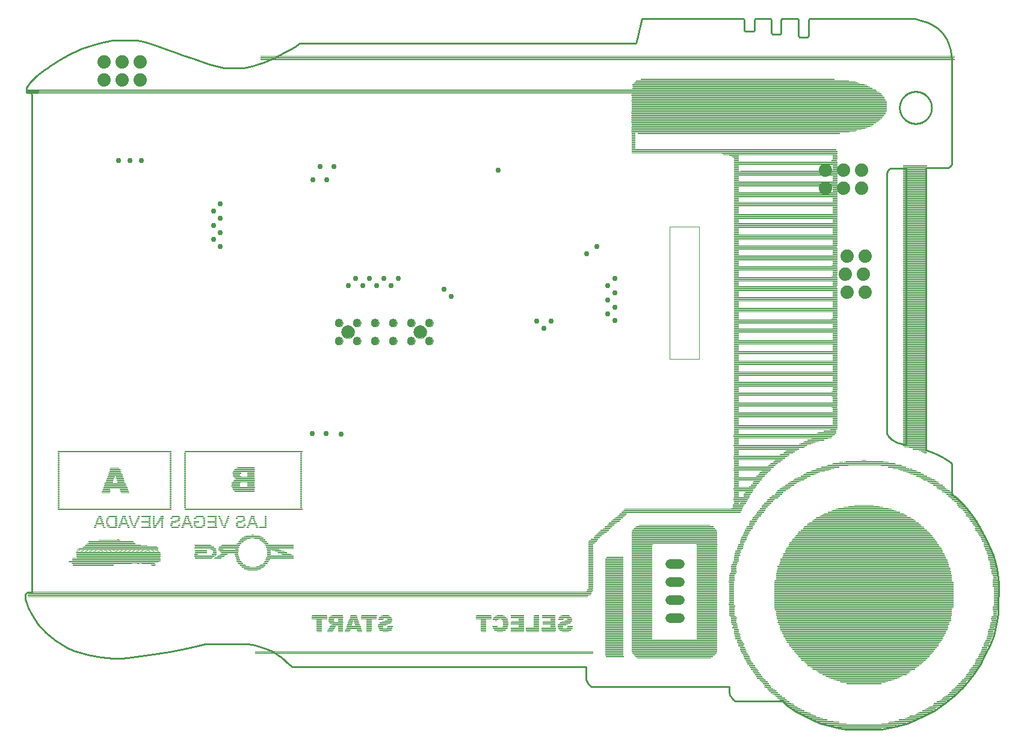
<source format=gbs>
G75*
%MOIN*%
%OFA0B0*%
%FSLAX25Y25*%
%IPPOS*%
%LPD*%
%AMOC8*
5,1,8,0,0,1.08239X$1,22.5*
%
%ADD10C,0.00000*%
%ADD11C,0.00394*%
%ADD12C,0.07087*%
%ADD13R,0.20330X0.00333*%
%ADD14R,0.22000X0.00334*%
%ADD15R,0.29330X0.00333*%
%ADD16R,0.30670X0.00333*%
%ADD17R,0.36000X0.00334*%
%ADD18R,0.36000X0.00333*%
%ADD19R,0.40670X0.00333*%
%ADD20R,0.12340X0.00334*%
%ADD21R,0.13340X0.00333*%
%ADD22R,0.13330X0.00333*%
%ADD23R,0.10330X0.00333*%
%ADD24R,0.10330X0.00334*%
%ADD25R,0.11670X0.00333*%
%ADD26R,0.11340X0.00333*%
%ADD27R,0.10000X0.00333*%
%ADD28R,0.08330X0.00334*%
%ADD29R,0.00660X0.00334*%
%ADD30R,0.00340X0.00334*%
%ADD31R,0.08670X0.00334*%
%ADD32R,0.08330X0.00333*%
%ADD33R,0.09000X0.00333*%
%ADD34R,0.07330X0.00334*%
%ADD35R,0.07000X0.00334*%
%ADD36R,0.07340X0.00333*%
%ADD37R,0.07000X0.00333*%
%ADD38R,0.06670X0.00333*%
%ADD39R,0.05660X0.00334*%
%ADD40R,0.07340X0.00334*%
%ADD41R,0.05660X0.00333*%
%ADD42R,0.06000X0.00333*%
%ADD43R,0.07670X0.00333*%
%ADD44R,0.06670X0.00334*%
%ADD45R,0.06660X0.00334*%
%ADD46R,0.06660X0.00333*%
%ADD47R,0.05670X0.00333*%
%ADD48R,0.05670X0.00334*%
%ADD49R,0.06340X0.00333*%
%ADD50R,0.05000X0.00334*%
%ADD51R,0.05340X0.00334*%
%ADD52R,0.05330X0.00333*%
%ADD53R,0.06330X0.00333*%
%ADD54R,0.06000X0.00334*%
%ADD55R,0.05000X0.00333*%
%ADD56R,0.04340X0.00334*%
%ADD57R,0.05340X0.00333*%
%ADD58R,0.05330X0.00334*%
%ADD59R,0.04330X0.00333*%
%ADD60R,0.04330X0.00334*%
%ADD61R,0.03670X0.00333*%
%ADD62R,0.04000X0.00334*%
%ADD63R,0.04000X0.00333*%
%ADD64R,0.04670X0.00333*%
%ADD65R,0.03670X0.00334*%
%ADD66R,0.03330X0.00333*%
%ADD67R,0.04660X0.00333*%
%ADD68R,0.04660X0.00334*%
%ADD69R,0.04340X0.00333*%
%ADD70R,0.03660X0.00333*%
%ADD71R,0.03340X0.00333*%
%ADD72R,0.02670X0.00334*%
%ADD73R,0.19330X0.00333*%
%ADD74R,0.03330X0.00334*%
%ADD75R,0.20000X0.00334*%
%ADD76R,0.25000X0.00333*%
%ADD77R,0.26670X0.00333*%
%ADD78R,0.03000X0.00333*%
%ADD79R,0.30670X0.00334*%
%ADD80R,0.03340X0.00334*%
%ADD81R,0.34000X0.00333*%
%ADD82R,0.35660X0.00334*%
%ADD83R,0.36670X0.00333*%
%ADD84R,0.39330X0.00333*%
%ADD85R,0.39330X0.00334*%
%ADD86R,0.41340X0.00333*%
%ADD87R,0.42670X0.00333*%
%ADD88R,0.44340X0.00334*%
%ADD89R,0.46670X0.00333*%
%ADD90R,0.47660X0.00334*%
%ADD91R,0.49330X0.00333*%
%ADD92R,0.50340X0.00333*%
%ADD93R,0.03000X0.00334*%
%ADD94R,0.51000X0.00334*%
%ADD95R,0.51000X0.00333*%
%ADD96R,0.53000X0.00333*%
%ADD97R,0.54340X0.00334*%
%ADD98R,0.56340X0.00333*%
%ADD99R,0.57000X0.00333*%
%ADD100R,0.57000X0.00334*%
%ADD101R,0.57660X0.00333*%
%ADD102R,0.59660X0.00333*%
%ADD103R,0.60670X0.00334*%
%ADD104R,0.61670X0.00333*%
%ADD105R,0.63000X0.00334*%
%ADD106R,0.63660X0.00333*%
%ADD107R,0.64340X0.00333*%
%ADD108R,0.65660X0.00334*%
%ADD109R,0.65660X0.00333*%
%ADD110R,0.66670X0.00333*%
%ADD111R,0.67330X0.00334*%
%ADD112R,0.02670X0.00333*%
%ADD113R,0.68660X0.00333*%
%ADD114R,0.69330X0.00333*%
%ADD115R,0.69330X0.00334*%
%ADD116R,0.70000X0.00333*%
%ADD117R,0.41000X0.00333*%
%ADD118R,0.70670X0.00333*%
%ADD119R,0.09330X0.00334*%
%ADD120R,0.42340X0.00334*%
%ADD121R,0.71000X0.00334*%
%ADD122R,0.43000X0.00333*%
%ADD123R,0.72340X0.00333*%
%ADD124R,0.43660X0.00334*%
%ADD125R,0.73000X0.00334*%
%ADD126R,0.44340X0.00333*%
%ADD127R,0.73660X0.00333*%
%ADD128R,0.45660X0.00333*%
%ADD129R,0.74340X0.00333*%
%ADD130R,1.87330X0.00334*%
%ADD131R,0.46340X0.00334*%
%ADD132R,0.75660X0.00334*%
%ADD133R,1.87330X0.00333*%
%ADD134R,0.46340X0.00333*%
%ADD135R,0.75660X0.00333*%
%ADD136R,0.76340X0.00333*%
%ADD137R,0.47330X0.00334*%
%ADD138R,0.77000X0.00334*%
%ADD139R,0.47330X0.00333*%
%ADD140R,0.77330X0.00333*%
%ADD141R,0.47660X0.00333*%
%ADD142R,0.77660X0.00333*%
%ADD143R,0.77660X0.00334*%
%ADD144R,0.79000X0.00333*%
%ADD145R,0.79660X0.00333*%
%ADD146R,0.02660X0.00334*%
%ADD147R,0.80000X0.00334*%
%ADD148R,0.02660X0.00333*%
%ADD149R,0.80670X0.00333*%
%ADD150R,0.02330X0.00334*%
%ADD151R,0.81000X0.00334*%
%ADD152R,0.82340X0.00333*%
%ADD153R,0.82670X0.00333*%
%ADD154R,0.83000X0.00334*%
%ADD155R,0.83000X0.00333*%
%ADD156R,0.83660X0.00333*%
%ADD157R,0.84340X0.00334*%
%ADD158R,0.85000X0.00333*%
%ADD159R,0.85660X0.00333*%
%ADD160R,0.85660X0.00334*%
%ADD161R,0.86000X0.00333*%
%ADD162R,0.86670X0.00333*%
%ADD163R,0.02340X0.00333*%
%ADD164R,0.86670X0.00334*%
%ADD165R,0.02340X0.00334*%
%ADD166R,0.11660X0.00333*%
%ADD167R,0.87330X0.00333*%
%ADD168R,0.11660X0.00334*%
%ADD169R,0.87660X0.00334*%
%ADD170R,0.88330X0.00333*%
%ADD171R,0.89000X0.00333*%
%ADD172R,0.89330X0.00334*%
%ADD173R,0.89330X0.00333*%
%ADD174R,0.89660X0.00333*%
%ADD175R,0.90000X0.00334*%
%ADD176R,0.90340X0.00333*%
%ADD177R,0.90670X0.00333*%
%ADD178R,0.90670X0.00334*%
%ADD179R,0.91670X0.00333*%
%ADD180R,0.92340X0.00334*%
%ADD181R,0.92340X0.00333*%
%ADD182R,0.92670X0.00334*%
%ADD183R,0.93330X0.00333*%
%ADD184R,0.93330X0.00334*%
%ADD185R,0.93660X0.00333*%
%ADD186R,0.93660X0.00334*%
%ADD187R,0.94340X0.00333*%
%ADD188R,0.94340X0.00334*%
%ADD189R,0.95000X0.00333*%
%ADD190R,0.95660X0.00333*%
%ADD191R,0.95660X0.00334*%
%ADD192R,0.96000X0.00333*%
%ADD193R,0.96340X0.00334*%
%ADD194R,0.96670X0.00333*%
%ADD195R,0.96670X0.00334*%
%ADD196R,0.97000X0.00334*%
%ADD197R,0.97330X0.00333*%
%ADD198R,0.02330X0.00333*%
%ADD199R,0.97660X0.00333*%
%ADD200R,0.97660X0.00334*%
%ADD201R,0.02000X0.00333*%
%ADD202R,0.98330X0.00333*%
%ADD203R,0.98660X0.00334*%
%ADD204R,0.98660X0.00333*%
%ADD205R,0.99330X0.00333*%
%ADD206R,0.99330X0.00334*%
%ADD207R,3.10000X0.00333*%
%ADD208R,3.10000X0.00334*%
%ADD209R,3.10340X0.00333*%
%ADD210R,3.11670X0.00333*%
%ADD211R,3.12000X0.00334*%
%ADD212R,3.12000X0.00333*%
%ADD213R,3.12330X0.00334*%
%ADD214R,3.10330X0.00333*%
%ADD215R,0.98330X0.00334*%
%ADD216R,0.97000X0.00333*%
%ADD217R,0.96330X0.00333*%
%ADD218R,0.96000X0.00334*%
%ADD219R,0.95000X0.00334*%
%ADD220R,0.94000X0.00333*%
%ADD221R,0.92670X0.00333*%
%ADD222R,0.10000X0.00334*%
%ADD223R,0.91000X0.00334*%
%ADD224R,0.09330X0.00333*%
%ADD225R,0.90340X0.00334*%
%ADD226R,0.90000X0.00333*%
%ADD227R,0.88330X0.00334*%
%ADD228R,0.87660X0.00333*%
%ADD229R,0.84340X0.00333*%
%ADD230R,0.83330X0.00334*%
%ADD231R,0.83330X0.00333*%
%ADD232R,0.12000X0.00333*%
%ADD233R,0.82670X0.00334*%
%ADD234R,0.81670X0.00333*%
%ADD235R,0.81670X0.00334*%
%ADD236R,0.80000X0.00333*%
%ADD237R,0.79660X0.00334*%
%ADD238R,0.78330X0.00334*%
%ADD239R,0.76670X0.00333*%
%ADD240R,0.76000X0.00334*%
%ADD241R,0.76000X0.00333*%
%ADD242R,0.75000X0.00334*%
%ADD243R,0.03660X0.00334*%
%ADD244R,0.74000X0.00333*%
%ADD245R,0.73330X0.00333*%
%ADD246R,0.73330X0.00334*%
%ADD247R,0.72670X0.00333*%
%ADD248R,0.71670X0.00333*%
%ADD249R,0.04670X0.00334*%
%ADD250R,0.47000X0.00334*%
%ADD251R,0.70340X0.00334*%
%ADD252R,0.69000X0.00334*%
%ADD253R,0.67660X0.00333*%
%ADD254R,0.67000X0.00333*%
%ADD255R,0.66340X0.00334*%
%ADD256R,0.43660X0.00333*%
%ADD257R,0.66340X0.00333*%
%ADD258R,0.65000X0.00333*%
%ADD259R,0.40670X0.00334*%
%ADD260R,0.64000X0.00334*%
%ADD261R,0.39660X0.00333*%
%ADD262R,0.63330X0.00333*%
%ADD263R,0.62670X0.00333*%
%ADD264R,0.62670X0.00334*%
%ADD265R,0.60340X0.00333*%
%ADD266R,0.59000X0.00334*%
%ADD267R,0.56670X0.00334*%
%ADD268R,0.56000X0.00333*%
%ADD269R,0.54340X0.00333*%
%ADD270R,0.53000X0.00334*%
%ADD271R,0.51670X0.00333*%
%ADD272R,0.50330X0.00334*%
%ADD273R,0.48660X0.00333*%
%ADD274R,0.46000X0.00333*%
%ADD275R,0.44000X0.00333*%
%ADD276R,0.66330X0.00334*%
%ADD277R,0.42000X0.00334*%
%ADD278R,0.66330X0.00333*%
%ADD279R,0.40000X0.00333*%
%ADD280R,0.37660X0.00334*%
%ADD281R,0.65670X0.00333*%
%ADD282R,0.65340X0.00333*%
%ADD283R,0.33670X0.00333*%
%ADD284R,0.31000X0.00334*%
%ADD285R,0.31000X0.00333*%
%ADD286R,0.28330X0.00333*%
%ADD287R,0.06340X0.00334*%
%ADD288R,0.26000X0.00334*%
%ADD289R,0.21670X0.00333*%
%ADD290R,0.17330X0.00333*%
%ADD291R,0.06330X0.00334*%
%ADD292R,0.17330X0.00334*%
%ADD293R,0.10670X0.00333*%
%ADD294R,0.07670X0.00334*%
%ADD295R,0.08340X0.00333*%
%ADD296R,0.08670X0.00333*%
%ADD297R,0.10670X0.00334*%
%ADD298R,0.11000X0.00334*%
%ADD299R,0.11000X0.00333*%
%ADD300R,0.11670X0.00334*%
%ADD301R,0.15000X0.00334*%
%ADD302R,0.15340X0.00333*%
%ADD303R,0.15340X0.00334*%
%ADD304R,0.15670X0.00333*%
%ADD305R,0.16000X0.00333*%
%ADD306R,0.16670X0.00334*%
%ADD307R,0.07330X0.00333*%
%ADD308R,0.08000X0.00334*%
%ADD309R,0.08000X0.00333*%
%ADD310R,0.20340X0.00333*%
%ADD311R,0.20340X0.00334*%
%ADD312R,0.20670X0.00333*%
%ADD313R,0.21000X0.00333*%
%ADD314R,0.00670X0.00333*%
%ADD315R,0.21670X0.00334*%
%ADD316R,0.22000X0.00333*%
%ADD317R,0.22340X0.00334*%
%ADD318R,0.13340X0.00334*%
%ADD319R,0.12660X0.00334*%
%ADD320R,0.35660X0.00333*%
%ADD321R,0.29330X0.00334*%
%ADD322R,0.22670X0.00333*%
%ADD323R,0.01670X0.00333*%
%ADD324R,0.20670X0.00334*%
%ADD325R,0.27340X0.00333*%
%ADD326R,0.27670X0.00334*%
%ADD327R,0.28340X0.00333*%
%ADD328R,0.29000X0.00334*%
%ADD329R,0.29340X0.00333*%
%ADD330R,0.30340X0.00333*%
%ADD331R,0.01000X0.00334*%
%ADD332R,0.01660X0.00333*%
%ADD333R,0.37340X0.00334*%
%ADD334R,0.09660X0.00334*%
%ADD335R,0.38670X0.00333*%
%ADD336R,0.39340X0.00333*%
%ADD337R,0.12660X0.00333*%
%ADD338R,0.40340X0.00334*%
%ADD339R,0.13330X0.00334*%
%ADD340R,0.40340X0.00333*%
%ADD341R,0.54000X0.00333*%
%ADD342R,0.55000X0.00333*%
%ADD343R,0.55340X0.00334*%
%ADD344R,0.55670X0.00333*%
%ADD345R,0.56000X0.00334*%
%ADD346R,0.09670X0.00333*%
%ADD347R,0.57340X0.00333*%
%ADD348R,0.57340X0.00334*%
%ADD349R,0.50330X0.00333*%
%ADD350R,0.63000X0.00333*%
%ADD351R,0.63670X0.00333*%
%ADD352R,1.13670X0.00333*%
%ADD353R,1.14000X0.00334*%
%ADD354R,1.14000X0.00333*%
%ADD355R,1.13660X0.00333*%
%ADD356R,1.13330X0.00333*%
%ADD357R,1.10670X0.00334*%
%ADD358R,1.12000X0.00333*%
%ADD359R,1.18000X0.00334*%
%ADD360R,1.21000X0.00333*%
%ADD361R,1.24330X0.00333*%
%ADD362R,1.25000X0.00334*%
%ADD363R,1.25000X0.00333*%
%ADD364R,1.27330X0.00333*%
%ADD365R,1.27660X0.00334*%
%ADD366R,1.29330X0.00333*%
%ADD367R,1.31000X0.00333*%
%ADD368R,1.31000X0.00334*%
%ADD369R,1.32000X0.00333*%
%ADD370R,1.33330X0.00333*%
%ADD371R,1.33660X0.00334*%
%ADD372R,1.34330X0.00333*%
%ADD373R,1.35000X0.00334*%
%ADD374R,1.35330X0.00333*%
%ADD375R,1.35829X0.00333*%
%ADD376R,1.35829X0.00334*%
%ADD377R,1.37000X0.00333*%
%ADD378R,1.37330X0.00333*%
%ADD379R,1.37660X0.00334*%
%ADD380R,1.37829X0.00333*%
%ADD381R,1.38660X0.00333*%
%ADD382R,1.38660X0.00334*%
%ADD383R,1.39000X0.00333*%
%ADD384R,1.39330X0.00333*%
%ADD385R,1.38829X0.00334*%
%ADD386R,1.39829X0.00333*%
%ADD387R,1.40330X0.00333*%
%ADD388R,1.40660X0.00334*%
%ADD389R,1.40660X0.00333*%
%ADD390R,1.41000X0.00333*%
%ADD391R,1.41000X0.00334*%
%ADD392R,1.41660X0.00333*%
%ADD393R,1.41660X0.00334*%
%ADD394R,1.40330X0.00334*%
%ADD395R,1.40000X0.00333*%
%ADD396R,1.39629X0.00334*%
%ADD397R,0.00660X0.00333*%
%ADD398R,4.70330X0.00333*%
%ADD399R,4.71660X0.00334*%
%ADD400R,4.71670X0.00333*%
%ADD401R,4.70340X0.00333*%
%ADD402R,4.70340X0.00334*%
%ADD403R,4.70000X0.00333*%
%ADD404R,4.69670X0.00333*%
%ADD405R,1.34000X0.00334*%
%ADD406R,1.33000X0.00333*%
%ADD407R,1.32000X0.00334*%
%ADD408R,1.31340X0.00333*%
%ADD409R,1.30340X0.00333*%
%ADD410R,1.29670X0.00334*%
%ADD411R,1.29670X0.00333*%
%ADD412R,1.28340X0.00333*%
%ADD413R,1.26670X0.00334*%
%ADD414R,1.25660X0.00333*%
%ADD415R,1.23340X0.00333*%
%ADD416R,1.22969X0.00334*%
%ADD417R,1.22330X0.00333*%
%ADD418R,1.18000X0.00333*%
%ADD419R,1.09660X0.00334*%
%ADD420R,1.07660X0.00333*%
%ADD421R,3.84670X0.00333*%
%ADD422R,3.84330X0.00334*%
%ADD423R,3.84330X0.00333*%
%ADD424R,3.84670X0.00334*%
%ADD425R,0.11330X0.00334*%
%ADD426R,0.12330X0.00333*%
%ADD427R,0.02000X0.00334*%
%ADD428R,0.14670X0.00334*%
%ADD429R,0.14670X0.00333*%
%ADD430R,0.01670X0.00334*%
%ADD431R,0.09660X0.00333*%
%ADD432R,0.10660X0.00334*%
%ADD433R,0.10660X0.00333*%
%ADD434R,0.11340X0.00334*%
%ADD435R,0.01340X0.00333*%
%ADD436R,0.01340X0.00334*%
%ADD437R,0.01330X0.00333*%
%ADD438R,0.01000X0.00333*%
%ADD439R,0.01330X0.00334*%
%ADD440R,0.01660X0.00334*%
%ADD441R,0.00670X0.00334*%
%ADD442R,0.65340X0.00334*%
%ADD443R,0.12000X0.00334*%
%ADD444R,0.13670X0.00334*%
%ADD445R,0.12330X0.00334*%
%ADD446R,0.11330X0.00333*%
%ADD447R,0.07660X0.00333*%
%ADD448R,0.07660X0.00334*%
%ADD449R,0.08660X0.00333*%
%ADD450R,0.08660X0.00334*%
%ADD451C,0.01000*%
%ADD452R,0.32670X0.00334*%
%ADD453R,0.33000X0.00333*%
%ADD454R,0.46660X0.00334*%
%ADD455R,0.49670X0.00333*%
%ADD456R,0.50670X0.00333*%
%ADD457R,0.50000X0.00334*%
%ADD458R,0.49000X0.00333*%
%ADD459R,0.49000X0.00334*%
%ADD460R,0.46330X0.00333*%
%ADD461R,0.46330X0.00334*%
%ADD462R,0.46670X0.00334*%
%ADD463R,0.45000X0.00333*%
%ADD464R,0.44330X0.00333*%
%ADD465R,0.43330X0.00334*%
%ADD466R,0.42330X0.00333*%
%ADD467R,0.38000X0.00334*%
%ADD468R,0.34670X0.00333*%
%ADD469R,0.27000X0.00333*%
%ADD470R,0.26000X0.00333*%
%ADD471R,0.25330X0.00333*%
%ADD472R,0.24340X0.00333*%
%ADD473R,0.19660X0.00334*%
%ADD474C,0.01600*%
%ADD475C,0.04331*%
%ADD476C,0.03000*%
%ADD477C,0.05400*%
%ADD478C,0.07400*%
D10*
X0182105Y0257072D02*
X0182107Y0257165D01*
X0182113Y0257257D01*
X0182123Y0257349D01*
X0182137Y0257440D01*
X0182154Y0257531D01*
X0182176Y0257621D01*
X0182201Y0257710D01*
X0182230Y0257798D01*
X0182263Y0257884D01*
X0182300Y0257969D01*
X0182340Y0258053D01*
X0182384Y0258134D01*
X0182431Y0258214D01*
X0182481Y0258292D01*
X0182535Y0258367D01*
X0182592Y0258440D01*
X0182652Y0258510D01*
X0182715Y0258578D01*
X0182781Y0258643D01*
X0182849Y0258705D01*
X0182920Y0258765D01*
X0182994Y0258821D01*
X0183070Y0258874D01*
X0183148Y0258923D01*
X0183228Y0258970D01*
X0183310Y0259012D01*
X0183394Y0259052D01*
X0183479Y0259087D01*
X0183566Y0259119D01*
X0183654Y0259148D01*
X0183743Y0259172D01*
X0183833Y0259193D01*
X0183924Y0259209D01*
X0184016Y0259222D01*
X0184108Y0259231D01*
X0184201Y0259236D01*
X0184293Y0259237D01*
X0184386Y0259234D01*
X0184478Y0259227D01*
X0184570Y0259216D01*
X0184661Y0259201D01*
X0184752Y0259183D01*
X0184842Y0259160D01*
X0184930Y0259134D01*
X0185018Y0259104D01*
X0185104Y0259070D01*
X0185188Y0259033D01*
X0185271Y0258991D01*
X0185352Y0258947D01*
X0185432Y0258899D01*
X0185509Y0258848D01*
X0185583Y0258793D01*
X0185656Y0258735D01*
X0185726Y0258675D01*
X0185793Y0258611D01*
X0185857Y0258545D01*
X0185919Y0258475D01*
X0185977Y0258404D01*
X0186032Y0258330D01*
X0186084Y0258253D01*
X0186133Y0258174D01*
X0186179Y0258094D01*
X0186221Y0258011D01*
X0186259Y0257927D01*
X0186294Y0257841D01*
X0186325Y0257754D01*
X0186352Y0257666D01*
X0186375Y0257576D01*
X0186395Y0257486D01*
X0186411Y0257395D01*
X0186423Y0257303D01*
X0186431Y0257211D01*
X0186435Y0257118D01*
X0186435Y0257026D01*
X0186431Y0256933D01*
X0186423Y0256841D01*
X0186411Y0256749D01*
X0186395Y0256658D01*
X0186375Y0256568D01*
X0186352Y0256478D01*
X0186325Y0256390D01*
X0186294Y0256303D01*
X0186259Y0256217D01*
X0186221Y0256133D01*
X0186179Y0256050D01*
X0186133Y0255970D01*
X0186084Y0255891D01*
X0186032Y0255814D01*
X0185977Y0255740D01*
X0185919Y0255669D01*
X0185857Y0255599D01*
X0185793Y0255533D01*
X0185726Y0255469D01*
X0185656Y0255409D01*
X0185583Y0255351D01*
X0185509Y0255296D01*
X0185432Y0255245D01*
X0185353Y0255197D01*
X0185271Y0255153D01*
X0185188Y0255111D01*
X0185104Y0255074D01*
X0185018Y0255040D01*
X0184930Y0255010D01*
X0184842Y0254984D01*
X0184752Y0254961D01*
X0184661Y0254943D01*
X0184570Y0254928D01*
X0184478Y0254917D01*
X0184386Y0254910D01*
X0184293Y0254907D01*
X0184201Y0254908D01*
X0184108Y0254913D01*
X0184016Y0254922D01*
X0183924Y0254935D01*
X0183833Y0254951D01*
X0183743Y0254972D01*
X0183654Y0254996D01*
X0183566Y0255025D01*
X0183479Y0255057D01*
X0183394Y0255092D01*
X0183310Y0255132D01*
X0183228Y0255174D01*
X0183148Y0255221D01*
X0183070Y0255270D01*
X0182994Y0255323D01*
X0182920Y0255379D01*
X0182849Y0255439D01*
X0182781Y0255501D01*
X0182715Y0255566D01*
X0182652Y0255634D01*
X0182592Y0255704D01*
X0182535Y0255777D01*
X0182481Y0255852D01*
X0182431Y0255930D01*
X0182384Y0256010D01*
X0182340Y0256091D01*
X0182300Y0256175D01*
X0182263Y0256260D01*
X0182230Y0256346D01*
X0182201Y0256434D01*
X0182176Y0256523D01*
X0182154Y0256613D01*
X0182137Y0256704D01*
X0182123Y0256795D01*
X0182113Y0256887D01*
X0182107Y0256979D01*
X0182105Y0257072D01*
X0185727Y0262072D02*
X0185729Y0262190D01*
X0185735Y0262309D01*
X0185745Y0262427D01*
X0185759Y0262544D01*
X0185776Y0262661D01*
X0185798Y0262778D01*
X0185824Y0262893D01*
X0185853Y0263008D01*
X0185886Y0263122D01*
X0185923Y0263234D01*
X0185964Y0263345D01*
X0186008Y0263455D01*
X0186056Y0263563D01*
X0186108Y0263670D01*
X0186163Y0263775D01*
X0186222Y0263878D01*
X0186284Y0263978D01*
X0186349Y0264077D01*
X0186418Y0264174D01*
X0186489Y0264268D01*
X0186564Y0264359D01*
X0186642Y0264449D01*
X0186723Y0264535D01*
X0186807Y0264619D01*
X0186893Y0264700D01*
X0186983Y0264778D01*
X0187074Y0264853D01*
X0187168Y0264924D01*
X0187265Y0264993D01*
X0187364Y0265058D01*
X0187464Y0265120D01*
X0187567Y0265179D01*
X0187672Y0265234D01*
X0187779Y0265286D01*
X0187887Y0265334D01*
X0187997Y0265378D01*
X0188108Y0265419D01*
X0188220Y0265456D01*
X0188334Y0265489D01*
X0188449Y0265518D01*
X0188564Y0265544D01*
X0188681Y0265566D01*
X0188798Y0265583D01*
X0188915Y0265597D01*
X0189033Y0265607D01*
X0189152Y0265613D01*
X0189270Y0265615D01*
X0189388Y0265613D01*
X0189507Y0265607D01*
X0189625Y0265597D01*
X0189742Y0265583D01*
X0189859Y0265566D01*
X0189976Y0265544D01*
X0190091Y0265518D01*
X0190206Y0265489D01*
X0190320Y0265456D01*
X0190432Y0265419D01*
X0190543Y0265378D01*
X0190653Y0265334D01*
X0190761Y0265286D01*
X0190868Y0265234D01*
X0190973Y0265179D01*
X0191076Y0265120D01*
X0191176Y0265058D01*
X0191275Y0264993D01*
X0191372Y0264924D01*
X0191466Y0264853D01*
X0191557Y0264778D01*
X0191647Y0264700D01*
X0191733Y0264619D01*
X0191817Y0264535D01*
X0191898Y0264449D01*
X0191976Y0264359D01*
X0192051Y0264268D01*
X0192122Y0264174D01*
X0192191Y0264077D01*
X0192256Y0263978D01*
X0192318Y0263878D01*
X0192377Y0263775D01*
X0192432Y0263670D01*
X0192484Y0263563D01*
X0192532Y0263455D01*
X0192576Y0263345D01*
X0192617Y0263234D01*
X0192654Y0263122D01*
X0192687Y0263008D01*
X0192716Y0262893D01*
X0192742Y0262778D01*
X0192764Y0262661D01*
X0192781Y0262544D01*
X0192795Y0262427D01*
X0192805Y0262309D01*
X0192811Y0262190D01*
X0192813Y0262072D01*
X0192811Y0261954D01*
X0192805Y0261835D01*
X0192795Y0261717D01*
X0192781Y0261600D01*
X0192764Y0261483D01*
X0192742Y0261366D01*
X0192716Y0261251D01*
X0192687Y0261136D01*
X0192654Y0261022D01*
X0192617Y0260910D01*
X0192576Y0260799D01*
X0192532Y0260689D01*
X0192484Y0260581D01*
X0192432Y0260474D01*
X0192377Y0260369D01*
X0192318Y0260266D01*
X0192256Y0260166D01*
X0192191Y0260067D01*
X0192122Y0259970D01*
X0192051Y0259876D01*
X0191976Y0259785D01*
X0191898Y0259695D01*
X0191817Y0259609D01*
X0191733Y0259525D01*
X0191647Y0259444D01*
X0191557Y0259366D01*
X0191466Y0259291D01*
X0191372Y0259220D01*
X0191275Y0259151D01*
X0191176Y0259086D01*
X0191076Y0259024D01*
X0190973Y0258965D01*
X0190868Y0258910D01*
X0190761Y0258858D01*
X0190653Y0258810D01*
X0190543Y0258766D01*
X0190432Y0258725D01*
X0190320Y0258688D01*
X0190206Y0258655D01*
X0190091Y0258626D01*
X0189976Y0258600D01*
X0189859Y0258578D01*
X0189742Y0258561D01*
X0189625Y0258547D01*
X0189507Y0258537D01*
X0189388Y0258531D01*
X0189270Y0258529D01*
X0189152Y0258531D01*
X0189033Y0258537D01*
X0188915Y0258547D01*
X0188798Y0258561D01*
X0188681Y0258578D01*
X0188564Y0258600D01*
X0188449Y0258626D01*
X0188334Y0258655D01*
X0188220Y0258688D01*
X0188108Y0258725D01*
X0187997Y0258766D01*
X0187887Y0258810D01*
X0187779Y0258858D01*
X0187672Y0258910D01*
X0187567Y0258965D01*
X0187464Y0259024D01*
X0187364Y0259086D01*
X0187265Y0259151D01*
X0187168Y0259220D01*
X0187074Y0259291D01*
X0186983Y0259366D01*
X0186893Y0259444D01*
X0186807Y0259525D01*
X0186723Y0259609D01*
X0186642Y0259695D01*
X0186564Y0259785D01*
X0186489Y0259876D01*
X0186418Y0259970D01*
X0186349Y0260067D01*
X0186284Y0260166D01*
X0186222Y0260266D01*
X0186163Y0260369D01*
X0186108Y0260474D01*
X0186056Y0260581D01*
X0186008Y0260689D01*
X0185964Y0260799D01*
X0185923Y0260910D01*
X0185886Y0261022D01*
X0185853Y0261136D01*
X0185824Y0261251D01*
X0185798Y0261366D01*
X0185776Y0261483D01*
X0185759Y0261600D01*
X0185745Y0261717D01*
X0185735Y0261835D01*
X0185729Y0261954D01*
X0185727Y0262072D01*
X0182105Y0267072D02*
X0182107Y0267165D01*
X0182113Y0267257D01*
X0182123Y0267349D01*
X0182137Y0267440D01*
X0182154Y0267531D01*
X0182176Y0267621D01*
X0182201Y0267710D01*
X0182230Y0267798D01*
X0182263Y0267884D01*
X0182300Y0267969D01*
X0182340Y0268053D01*
X0182384Y0268134D01*
X0182431Y0268214D01*
X0182481Y0268292D01*
X0182535Y0268367D01*
X0182592Y0268440D01*
X0182652Y0268510D01*
X0182715Y0268578D01*
X0182781Y0268643D01*
X0182849Y0268705D01*
X0182920Y0268765D01*
X0182994Y0268821D01*
X0183070Y0268874D01*
X0183148Y0268923D01*
X0183228Y0268970D01*
X0183310Y0269012D01*
X0183394Y0269052D01*
X0183479Y0269087D01*
X0183566Y0269119D01*
X0183654Y0269148D01*
X0183743Y0269172D01*
X0183833Y0269193D01*
X0183924Y0269209D01*
X0184016Y0269222D01*
X0184108Y0269231D01*
X0184201Y0269236D01*
X0184293Y0269237D01*
X0184386Y0269234D01*
X0184478Y0269227D01*
X0184570Y0269216D01*
X0184661Y0269201D01*
X0184752Y0269183D01*
X0184842Y0269160D01*
X0184930Y0269134D01*
X0185018Y0269104D01*
X0185104Y0269070D01*
X0185188Y0269033D01*
X0185271Y0268991D01*
X0185352Y0268947D01*
X0185432Y0268899D01*
X0185509Y0268848D01*
X0185583Y0268793D01*
X0185656Y0268735D01*
X0185726Y0268675D01*
X0185793Y0268611D01*
X0185857Y0268545D01*
X0185919Y0268475D01*
X0185977Y0268404D01*
X0186032Y0268330D01*
X0186084Y0268253D01*
X0186133Y0268174D01*
X0186179Y0268094D01*
X0186221Y0268011D01*
X0186259Y0267927D01*
X0186294Y0267841D01*
X0186325Y0267754D01*
X0186352Y0267666D01*
X0186375Y0267576D01*
X0186395Y0267486D01*
X0186411Y0267395D01*
X0186423Y0267303D01*
X0186431Y0267211D01*
X0186435Y0267118D01*
X0186435Y0267026D01*
X0186431Y0266933D01*
X0186423Y0266841D01*
X0186411Y0266749D01*
X0186395Y0266658D01*
X0186375Y0266568D01*
X0186352Y0266478D01*
X0186325Y0266390D01*
X0186294Y0266303D01*
X0186259Y0266217D01*
X0186221Y0266133D01*
X0186179Y0266050D01*
X0186133Y0265970D01*
X0186084Y0265891D01*
X0186032Y0265814D01*
X0185977Y0265740D01*
X0185919Y0265669D01*
X0185857Y0265599D01*
X0185793Y0265533D01*
X0185726Y0265469D01*
X0185656Y0265409D01*
X0185583Y0265351D01*
X0185509Y0265296D01*
X0185432Y0265245D01*
X0185353Y0265197D01*
X0185271Y0265153D01*
X0185188Y0265111D01*
X0185104Y0265074D01*
X0185018Y0265040D01*
X0184930Y0265010D01*
X0184842Y0264984D01*
X0184752Y0264961D01*
X0184661Y0264943D01*
X0184570Y0264928D01*
X0184478Y0264917D01*
X0184386Y0264910D01*
X0184293Y0264907D01*
X0184201Y0264908D01*
X0184108Y0264913D01*
X0184016Y0264922D01*
X0183924Y0264935D01*
X0183833Y0264951D01*
X0183743Y0264972D01*
X0183654Y0264996D01*
X0183566Y0265025D01*
X0183479Y0265057D01*
X0183394Y0265092D01*
X0183310Y0265132D01*
X0183228Y0265174D01*
X0183148Y0265221D01*
X0183070Y0265270D01*
X0182994Y0265323D01*
X0182920Y0265379D01*
X0182849Y0265439D01*
X0182781Y0265501D01*
X0182715Y0265566D01*
X0182652Y0265634D01*
X0182592Y0265704D01*
X0182535Y0265777D01*
X0182481Y0265852D01*
X0182431Y0265930D01*
X0182384Y0266010D01*
X0182340Y0266091D01*
X0182300Y0266175D01*
X0182263Y0266260D01*
X0182230Y0266346D01*
X0182201Y0266434D01*
X0182176Y0266523D01*
X0182154Y0266613D01*
X0182137Y0266704D01*
X0182123Y0266795D01*
X0182113Y0266887D01*
X0182107Y0266979D01*
X0182105Y0267072D01*
X0192105Y0267072D02*
X0192107Y0267165D01*
X0192113Y0267257D01*
X0192123Y0267349D01*
X0192137Y0267440D01*
X0192154Y0267531D01*
X0192176Y0267621D01*
X0192201Y0267710D01*
X0192230Y0267798D01*
X0192263Y0267884D01*
X0192300Y0267969D01*
X0192340Y0268053D01*
X0192384Y0268134D01*
X0192431Y0268214D01*
X0192481Y0268292D01*
X0192535Y0268367D01*
X0192592Y0268440D01*
X0192652Y0268510D01*
X0192715Y0268578D01*
X0192781Y0268643D01*
X0192849Y0268705D01*
X0192920Y0268765D01*
X0192994Y0268821D01*
X0193070Y0268874D01*
X0193148Y0268923D01*
X0193228Y0268970D01*
X0193310Y0269012D01*
X0193394Y0269052D01*
X0193479Y0269087D01*
X0193566Y0269119D01*
X0193654Y0269148D01*
X0193743Y0269172D01*
X0193833Y0269193D01*
X0193924Y0269209D01*
X0194016Y0269222D01*
X0194108Y0269231D01*
X0194201Y0269236D01*
X0194293Y0269237D01*
X0194386Y0269234D01*
X0194478Y0269227D01*
X0194570Y0269216D01*
X0194661Y0269201D01*
X0194752Y0269183D01*
X0194842Y0269160D01*
X0194930Y0269134D01*
X0195018Y0269104D01*
X0195104Y0269070D01*
X0195188Y0269033D01*
X0195271Y0268991D01*
X0195352Y0268947D01*
X0195432Y0268899D01*
X0195509Y0268848D01*
X0195583Y0268793D01*
X0195656Y0268735D01*
X0195726Y0268675D01*
X0195793Y0268611D01*
X0195857Y0268545D01*
X0195919Y0268475D01*
X0195977Y0268404D01*
X0196032Y0268330D01*
X0196084Y0268253D01*
X0196133Y0268174D01*
X0196179Y0268094D01*
X0196221Y0268011D01*
X0196259Y0267927D01*
X0196294Y0267841D01*
X0196325Y0267754D01*
X0196352Y0267666D01*
X0196375Y0267576D01*
X0196395Y0267486D01*
X0196411Y0267395D01*
X0196423Y0267303D01*
X0196431Y0267211D01*
X0196435Y0267118D01*
X0196435Y0267026D01*
X0196431Y0266933D01*
X0196423Y0266841D01*
X0196411Y0266749D01*
X0196395Y0266658D01*
X0196375Y0266568D01*
X0196352Y0266478D01*
X0196325Y0266390D01*
X0196294Y0266303D01*
X0196259Y0266217D01*
X0196221Y0266133D01*
X0196179Y0266050D01*
X0196133Y0265970D01*
X0196084Y0265891D01*
X0196032Y0265814D01*
X0195977Y0265740D01*
X0195919Y0265669D01*
X0195857Y0265599D01*
X0195793Y0265533D01*
X0195726Y0265469D01*
X0195656Y0265409D01*
X0195583Y0265351D01*
X0195509Y0265296D01*
X0195432Y0265245D01*
X0195353Y0265197D01*
X0195271Y0265153D01*
X0195188Y0265111D01*
X0195104Y0265074D01*
X0195018Y0265040D01*
X0194930Y0265010D01*
X0194842Y0264984D01*
X0194752Y0264961D01*
X0194661Y0264943D01*
X0194570Y0264928D01*
X0194478Y0264917D01*
X0194386Y0264910D01*
X0194293Y0264907D01*
X0194201Y0264908D01*
X0194108Y0264913D01*
X0194016Y0264922D01*
X0193924Y0264935D01*
X0193833Y0264951D01*
X0193743Y0264972D01*
X0193654Y0264996D01*
X0193566Y0265025D01*
X0193479Y0265057D01*
X0193394Y0265092D01*
X0193310Y0265132D01*
X0193228Y0265174D01*
X0193148Y0265221D01*
X0193070Y0265270D01*
X0192994Y0265323D01*
X0192920Y0265379D01*
X0192849Y0265439D01*
X0192781Y0265501D01*
X0192715Y0265566D01*
X0192652Y0265634D01*
X0192592Y0265704D01*
X0192535Y0265777D01*
X0192481Y0265852D01*
X0192431Y0265930D01*
X0192384Y0266010D01*
X0192340Y0266091D01*
X0192300Y0266175D01*
X0192263Y0266260D01*
X0192230Y0266346D01*
X0192201Y0266434D01*
X0192176Y0266523D01*
X0192154Y0266613D01*
X0192137Y0266704D01*
X0192123Y0266795D01*
X0192113Y0266887D01*
X0192107Y0266979D01*
X0192105Y0267072D01*
X0192105Y0257072D02*
X0192107Y0257165D01*
X0192113Y0257257D01*
X0192123Y0257349D01*
X0192137Y0257440D01*
X0192154Y0257531D01*
X0192176Y0257621D01*
X0192201Y0257710D01*
X0192230Y0257798D01*
X0192263Y0257884D01*
X0192300Y0257969D01*
X0192340Y0258053D01*
X0192384Y0258134D01*
X0192431Y0258214D01*
X0192481Y0258292D01*
X0192535Y0258367D01*
X0192592Y0258440D01*
X0192652Y0258510D01*
X0192715Y0258578D01*
X0192781Y0258643D01*
X0192849Y0258705D01*
X0192920Y0258765D01*
X0192994Y0258821D01*
X0193070Y0258874D01*
X0193148Y0258923D01*
X0193228Y0258970D01*
X0193310Y0259012D01*
X0193394Y0259052D01*
X0193479Y0259087D01*
X0193566Y0259119D01*
X0193654Y0259148D01*
X0193743Y0259172D01*
X0193833Y0259193D01*
X0193924Y0259209D01*
X0194016Y0259222D01*
X0194108Y0259231D01*
X0194201Y0259236D01*
X0194293Y0259237D01*
X0194386Y0259234D01*
X0194478Y0259227D01*
X0194570Y0259216D01*
X0194661Y0259201D01*
X0194752Y0259183D01*
X0194842Y0259160D01*
X0194930Y0259134D01*
X0195018Y0259104D01*
X0195104Y0259070D01*
X0195188Y0259033D01*
X0195271Y0258991D01*
X0195352Y0258947D01*
X0195432Y0258899D01*
X0195509Y0258848D01*
X0195583Y0258793D01*
X0195656Y0258735D01*
X0195726Y0258675D01*
X0195793Y0258611D01*
X0195857Y0258545D01*
X0195919Y0258475D01*
X0195977Y0258404D01*
X0196032Y0258330D01*
X0196084Y0258253D01*
X0196133Y0258174D01*
X0196179Y0258094D01*
X0196221Y0258011D01*
X0196259Y0257927D01*
X0196294Y0257841D01*
X0196325Y0257754D01*
X0196352Y0257666D01*
X0196375Y0257576D01*
X0196395Y0257486D01*
X0196411Y0257395D01*
X0196423Y0257303D01*
X0196431Y0257211D01*
X0196435Y0257118D01*
X0196435Y0257026D01*
X0196431Y0256933D01*
X0196423Y0256841D01*
X0196411Y0256749D01*
X0196395Y0256658D01*
X0196375Y0256568D01*
X0196352Y0256478D01*
X0196325Y0256390D01*
X0196294Y0256303D01*
X0196259Y0256217D01*
X0196221Y0256133D01*
X0196179Y0256050D01*
X0196133Y0255970D01*
X0196084Y0255891D01*
X0196032Y0255814D01*
X0195977Y0255740D01*
X0195919Y0255669D01*
X0195857Y0255599D01*
X0195793Y0255533D01*
X0195726Y0255469D01*
X0195656Y0255409D01*
X0195583Y0255351D01*
X0195509Y0255296D01*
X0195432Y0255245D01*
X0195353Y0255197D01*
X0195271Y0255153D01*
X0195188Y0255111D01*
X0195104Y0255074D01*
X0195018Y0255040D01*
X0194930Y0255010D01*
X0194842Y0254984D01*
X0194752Y0254961D01*
X0194661Y0254943D01*
X0194570Y0254928D01*
X0194478Y0254917D01*
X0194386Y0254910D01*
X0194293Y0254907D01*
X0194201Y0254908D01*
X0194108Y0254913D01*
X0194016Y0254922D01*
X0193924Y0254935D01*
X0193833Y0254951D01*
X0193743Y0254972D01*
X0193654Y0254996D01*
X0193566Y0255025D01*
X0193479Y0255057D01*
X0193394Y0255092D01*
X0193310Y0255132D01*
X0193228Y0255174D01*
X0193148Y0255221D01*
X0193070Y0255270D01*
X0192994Y0255323D01*
X0192920Y0255379D01*
X0192849Y0255439D01*
X0192781Y0255501D01*
X0192715Y0255566D01*
X0192652Y0255634D01*
X0192592Y0255704D01*
X0192535Y0255777D01*
X0192481Y0255852D01*
X0192431Y0255930D01*
X0192384Y0256010D01*
X0192340Y0256091D01*
X0192300Y0256175D01*
X0192263Y0256260D01*
X0192230Y0256346D01*
X0192201Y0256434D01*
X0192176Y0256523D01*
X0192154Y0256613D01*
X0192137Y0256704D01*
X0192123Y0256795D01*
X0192113Y0256887D01*
X0192107Y0256979D01*
X0192105Y0257072D01*
X0202105Y0257072D02*
X0202107Y0257165D01*
X0202113Y0257257D01*
X0202123Y0257349D01*
X0202137Y0257440D01*
X0202154Y0257531D01*
X0202176Y0257621D01*
X0202201Y0257710D01*
X0202230Y0257798D01*
X0202263Y0257884D01*
X0202300Y0257969D01*
X0202340Y0258053D01*
X0202384Y0258134D01*
X0202431Y0258214D01*
X0202481Y0258292D01*
X0202535Y0258367D01*
X0202592Y0258440D01*
X0202652Y0258510D01*
X0202715Y0258578D01*
X0202781Y0258643D01*
X0202849Y0258705D01*
X0202920Y0258765D01*
X0202994Y0258821D01*
X0203070Y0258874D01*
X0203148Y0258923D01*
X0203228Y0258970D01*
X0203310Y0259012D01*
X0203394Y0259052D01*
X0203479Y0259087D01*
X0203566Y0259119D01*
X0203654Y0259148D01*
X0203743Y0259172D01*
X0203833Y0259193D01*
X0203924Y0259209D01*
X0204016Y0259222D01*
X0204108Y0259231D01*
X0204201Y0259236D01*
X0204293Y0259237D01*
X0204386Y0259234D01*
X0204478Y0259227D01*
X0204570Y0259216D01*
X0204661Y0259201D01*
X0204752Y0259183D01*
X0204842Y0259160D01*
X0204930Y0259134D01*
X0205018Y0259104D01*
X0205104Y0259070D01*
X0205188Y0259033D01*
X0205271Y0258991D01*
X0205352Y0258947D01*
X0205432Y0258899D01*
X0205509Y0258848D01*
X0205583Y0258793D01*
X0205656Y0258735D01*
X0205726Y0258675D01*
X0205793Y0258611D01*
X0205857Y0258545D01*
X0205919Y0258475D01*
X0205977Y0258404D01*
X0206032Y0258330D01*
X0206084Y0258253D01*
X0206133Y0258174D01*
X0206179Y0258094D01*
X0206221Y0258011D01*
X0206259Y0257927D01*
X0206294Y0257841D01*
X0206325Y0257754D01*
X0206352Y0257666D01*
X0206375Y0257576D01*
X0206395Y0257486D01*
X0206411Y0257395D01*
X0206423Y0257303D01*
X0206431Y0257211D01*
X0206435Y0257118D01*
X0206435Y0257026D01*
X0206431Y0256933D01*
X0206423Y0256841D01*
X0206411Y0256749D01*
X0206395Y0256658D01*
X0206375Y0256568D01*
X0206352Y0256478D01*
X0206325Y0256390D01*
X0206294Y0256303D01*
X0206259Y0256217D01*
X0206221Y0256133D01*
X0206179Y0256050D01*
X0206133Y0255970D01*
X0206084Y0255891D01*
X0206032Y0255814D01*
X0205977Y0255740D01*
X0205919Y0255669D01*
X0205857Y0255599D01*
X0205793Y0255533D01*
X0205726Y0255469D01*
X0205656Y0255409D01*
X0205583Y0255351D01*
X0205509Y0255296D01*
X0205432Y0255245D01*
X0205353Y0255197D01*
X0205271Y0255153D01*
X0205188Y0255111D01*
X0205104Y0255074D01*
X0205018Y0255040D01*
X0204930Y0255010D01*
X0204842Y0254984D01*
X0204752Y0254961D01*
X0204661Y0254943D01*
X0204570Y0254928D01*
X0204478Y0254917D01*
X0204386Y0254910D01*
X0204293Y0254907D01*
X0204201Y0254908D01*
X0204108Y0254913D01*
X0204016Y0254922D01*
X0203924Y0254935D01*
X0203833Y0254951D01*
X0203743Y0254972D01*
X0203654Y0254996D01*
X0203566Y0255025D01*
X0203479Y0255057D01*
X0203394Y0255092D01*
X0203310Y0255132D01*
X0203228Y0255174D01*
X0203148Y0255221D01*
X0203070Y0255270D01*
X0202994Y0255323D01*
X0202920Y0255379D01*
X0202849Y0255439D01*
X0202781Y0255501D01*
X0202715Y0255566D01*
X0202652Y0255634D01*
X0202592Y0255704D01*
X0202535Y0255777D01*
X0202481Y0255852D01*
X0202431Y0255930D01*
X0202384Y0256010D01*
X0202340Y0256091D01*
X0202300Y0256175D01*
X0202263Y0256260D01*
X0202230Y0256346D01*
X0202201Y0256434D01*
X0202176Y0256523D01*
X0202154Y0256613D01*
X0202137Y0256704D01*
X0202123Y0256795D01*
X0202113Y0256887D01*
X0202107Y0256979D01*
X0202105Y0257072D01*
X0202105Y0267072D02*
X0202107Y0267165D01*
X0202113Y0267257D01*
X0202123Y0267349D01*
X0202137Y0267440D01*
X0202154Y0267531D01*
X0202176Y0267621D01*
X0202201Y0267710D01*
X0202230Y0267798D01*
X0202263Y0267884D01*
X0202300Y0267969D01*
X0202340Y0268053D01*
X0202384Y0268134D01*
X0202431Y0268214D01*
X0202481Y0268292D01*
X0202535Y0268367D01*
X0202592Y0268440D01*
X0202652Y0268510D01*
X0202715Y0268578D01*
X0202781Y0268643D01*
X0202849Y0268705D01*
X0202920Y0268765D01*
X0202994Y0268821D01*
X0203070Y0268874D01*
X0203148Y0268923D01*
X0203228Y0268970D01*
X0203310Y0269012D01*
X0203394Y0269052D01*
X0203479Y0269087D01*
X0203566Y0269119D01*
X0203654Y0269148D01*
X0203743Y0269172D01*
X0203833Y0269193D01*
X0203924Y0269209D01*
X0204016Y0269222D01*
X0204108Y0269231D01*
X0204201Y0269236D01*
X0204293Y0269237D01*
X0204386Y0269234D01*
X0204478Y0269227D01*
X0204570Y0269216D01*
X0204661Y0269201D01*
X0204752Y0269183D01*
X0204842Y0269160D01*
X0204930Y0269134D01*
X0205018Y0269104D01*
X0205104Y0269070D01*
X0205188Y0269033D01*
X0205271Y0268991D01*
X0205352Y0268947D01*
X0205432Y0268899D01*
X0205509Y0268848D01*
X0205583Y0268793D01*
X0205656Y0268735D01*
X0205726Y0268675D01*
X0205793Y0268611D01*
X0205857Y0268545D01*
X0205919Y0268475D01*
X0205977Y0268404D01*
X0206032Y0268330D01*
X0206084Y0268253D01*
X0206133Y0268174D01*
X0206179Y0268094D01*
X0206221Y0268011D01*
X0206259Y0267927D01*
X0206294Y0267841D01*
X0206325Y0267754D01*
X0206352Y0267666D01*
X0206375Y0267576D01*
X0206395Y0267486D01*
X0206411Y0267395D01*
X0206423Y0267303D01*
X0206431Y0267211D01*
X0206435Y0267118D01*
X0206435Y0267026D01*
X0206431Y0266933D01*
X0206423Y0266841D01*
X0206411Y0266749D01*
X0206395Y0266658D01*
X0206375Y0266568D01*
X0206352Y0266478D01*
X0206325Y0266390D01*
X0206294Y0266303D01*
X0206259Y0266217D01*
X0206221Y0266133D01*
X0206179Y0266050D01*
X0206133Y0265970D01*
X0206084Y0265891D01*
X0206032Y0265814D01*
X0205977Y0265740D01*
X0205919Y0265669D01*
X0205857Y0265599D01*
X0205793Y0265533D01*
X0205726Y0265469D01*
X0205656Y0265409D01*
X0205583Y0265351D01*
X0205509Y0265296D01*
X0205432Y0265245D01*
X0205353Y0265197D01*
X0205271Y0265153D01*
X0205188Y0265111D01*
X0205104Y0265074D01*
X0205018Y0265040D01*
X0204930Y0265010D01*
X0204842Y0264984D01*
X0204752Y0264961D01*
X0204661Y0264943D01*
X0204570Y0264928D01*
X0204478Y0264917D01*
X0204386Y0264910D01*
X0204293Y0264907D01*
X0204201Y0264908D01*
X0204108Y0264913D01*
X0204016Y0264922D01*
X0203924Y0264935D01*
X0203833Y0264951D01*
X0203743Y0264972D01*
X0203654Y0264996D01*
X0203566Y0265025D01*
X0203479Y0265057D01*
X0203394Y0265092D01*
X0203310Y0265132D01*
X0203228Y0265174D01*
X0203148Y0265221D01*
X0203070Y0265270D01*
X0202994Y0265323D01*
X0202920Y0265379D01*
X0202849Y0265439D01*
X0202781Y0265501D01*
X0202715Y0265566D01*
X0202652Y0265634D01*
X0202592Y0265704D01*
X0202535Y0265777D01*
X0202481Y0265852D01*
X0202431Y0265930D01*
X0202384Y0266010D01*
X0202340Y0266091D01*
X0202300Y0266175D01*
X0202263Y0266260D01*
X0202230Y0266346D01*
X0202201Y0266434D01*
X0202176Y0266523D01*
X0202154Y0266613D01*
X0202137Y0266704D01*
X0202123Y0266795D01*
X0202113Y0266887D01*
X0202107Y0266979D01*
X0202105Y0267072D01*
X0212105Y0267072D02*
X0212107Y0267165D01*
X0212113Y0267257D01*
X0212123Y0267349D01*
X0212137Y0267440D01*
X0212154Y0267531D01*
X0212176Y0267621D01*
X0212201Y0267710D01*
X0212230Y0267798D01*
X0212263Y0267884D01*
X0212300Y0267969D01*
X0212340Y0268053D01*
X0212384Y0268134D01*
X0212431Y0268214D01*
X0212481Y0268292D01*
X0212535Y0268367D01*
X0212592Y0268440D01*
X0212652Y0268510D01*
X0212715Y0268578D01*
X0212781Y0268643D01*
X0212849Y0268705D01*
X0212920Y0268765D01*
X0212994Y0268821D01*
X0213070Y0268874D01*
X0213148Y0268923D01*
X0213228Y0268970D01*
X0213310Y0269012D01*
X0213394Y0269052D01*
X0213479Y0269087D01*
X0213566Y0269119D01*
X0213654Y0269148D01*
X0213743Y0269172D01*
X0213833Y0269193D01*
X0213924Y0269209D01*
X0214016Y0269222D01*
X0214108Y0269231D01*
X0214201Y0269236D01*
X0214293Y0269237D01*
X0214386Y0269234D01*
X0214478Y0269227D01*
X0214570Y0269216D01*
X0214661Y0269201D01*
X0214752Y0269183D01*
X0214842Y0269160D01*
X0214930Y0269134D01*
X0215018Y0269104D01*
X0215104Y0269070D01*
X0215188Y0269033D01*
X0215271Y0268991D01*
X0215352Y0268947D01*
X0215432Y0268899D01*
X0215509Y0268848D01*
X0215583Y0268793D01*
X0215656Y0268735D01*
X0215726Y0268675D01*
X0215793Y0268611D01*
X0215857Y0268545D01*
X0215919Y0268475D01*
X0215977Y0268404D01*
X0216032Y0268330D01*
X0216084Y0268253D01*
X0216133Y0268174D01*
X0216179Y0268094D01*
X0216221Y0268011D01*
X0216259Y0267927D01*
X0216294Y0267841D01*
X0216325Y0267754D01*
X0216352Y0267666D01*
X0216375Y0267576D01*
X0216395Y0267486D01*
X0216411Y0267395D01*
X0216423Y0267303D01*
X0216431Y0267211D01*
X0216435Y0267118D01*
X0216435Y0267026D01*
X0216431Y0266933D01*
X0216423Y0266841D01*
X0216411Y0266749D01*
X0216395Y0266658D01*
X0216375Y0266568D01*
X0216352Y0266478D01*
X0216325Y0266390D01*
X0216294Y0266303D01*
X0216259Y0266217D01*
X0216221Y0266133D01*
X0216179Y0266050D01*
X0216133Y0265970D01*
X0216084Y0265891D01*
X0216032Y0265814D01*
X0215977Y0265740D01*
X0215919Y0265669D01*
X0215857Y0265599D01*
X0215793Y0265533D01*
X0215726Y0265469D01*
X0215656Y0265409D01*
X0215583Y0265351D01*
X0215509Y0265296D01*
X0215432Y0265245D01*
X0215353Y0265197D01*
X0215271Y0265153D01*
X0215188Y0265111D01*
X0215104Y0265074D01*
X0215018Y0265040D01*
X0214930Y0265010D01*
X0214842Y0264984D01*
X0214752Y0264961D01*
X0214661Y0264943D01*
X0214570Y0264928D01*
X0214478Y0264917D01*
X0214386Y0264910D01*
X0214293Y0264907D01*
X0214201Y0264908D01*
X0214108Y0264913D01*
X0214016Y0264922D01*
X0213924Y0264935D01*
X0213833Y0264951D01*
X0213743Y0264972D01*
X0213654Y0264996D01*
X0213566Y0265025D01*
X0213479Y0265057D01*
X0213394Y0265092D01*
X0213310Y0265132D01*
X0213228Y0265174D01*
X0213148Y0265221D01*
X0213070Y0265270D01*
X0212994Y0265323D01*
X0212920Y0265379D01*
X0212849Y0265439D01*
X0212781Y0265501D01*
X0212715Y0265566D01*
X0212652Y0265634D01*
X0212592Y0265704D01*
X0212535Y0265777D01*
X0212481Y0265852D01*
X0212431Y0265930D01*
X0212384Y0266010D01*
X0212340Y0266091D01*
X0212300Y0266175D01*
X0212263Y0266260D01*
X0212230Y0266346D01*
X0212201Y0266434D01*
X0212176Y0266523D01*
X0212154Y0266613D01*
X0212137Y0266704D01*
X0212123Y0266795D01*
X0212113Y0266887D01*
X0212107Y0266979D01*
X0212105Y0267072D01*
X0212105Y0257072D02*
X0212107Y0257165D01*
X0212113Y0257257D01*
X0212123Y0257349D01*
X0212137Y0257440D01*
X0212154Y0257531D01*
X0212176Y0257621D01*
X0212201Y0257710D01*
X0212230Y0257798D01*
X0212263Y0257884D01*
X0212300Y0257969D01*
X0212340Y0258053D01*
X0212384Y0258134D01*
X0212431Y0258214D01*
X0212481Y0258292D01*
X0212535Y0258367D01*
X0212592Y0258440D01*
X0212652Y0258510D01*
X0212715Y0258578D01*
X0212781Y0258643D01*
X0212849Y0258705D01*
X0212920Y0258765D01*
X0212994Y0258821D01*
X0213070Y0258874D01*
X0213148Y0258923D01*
X0213228Y0258970D01*
X0213310Y0259012D01*
X0213394Y0259052D01*
X0213479Y0259087D01*
X0213566Y0259119D01*
X0213654Y0259148D01*
X0213743Y0259172D01*
X0213833Y0259193D01*
X0213924Y0259209D01*
X0214016Y0259222D01*
X0214108Y0259231D01*
X0214201Y0259236D01*
X0214293Y0259237D01*
X0214386Y0259234D01*
X0214478Y0259227D01*
X0214570Y0259216D01*
X0214661Y0259201D01*
X0214752Y0259183D01*
X0214842Y0259160D01*
X0214930Y0259134D01*
X0215018Y0259104D01*
X0215104Y0259070D01*
X0215188Y0259033D01*
X0215271Y0258991D01*
X0215352Y0258947D01*
X0215432Y0258899D01*
X0215509Y0258848D01*
X0215583Y0258793D01*
X0215656Y0258735D01*
X0215726Y0258675D01*
X0215793Y0258611D01*
X0215857Y0258545D01*
X0215919Y0258475D01*
X0215977Y0258404D01*
X0216032Y0258330D01*
X0216084Y0258253D01*
X0216133Y0258174D01*
X0216179Y0258094D01*
X0216221Y0258011D01*
X0216259Y0257927D01*
X0216294Y0257841D01*
X0216325Y0257754D01*
X0216352Y0257666D01*
X0216375Y0257576D01*
X0216395Y0257486D01*
X0216411Y0257395D01*
X0216423Y0257303D01*
X0216431Y0257211D01*
X0216435Y0257118D01*
X0216435Y0257026D01*
X0216431Y0256933D01*
X0216423Y0256841D01*
X0216411Y0256749D01*
X0216395Y0256658D01*
X0216375Y0256568D01*
X0216352Y0256478D01*
X0216325Y0256390D01*
X0216294Y0256303D01*
X0216259Y0256217D01*
X0216221Y0256133D01*
X0216179Y0256050D01*
X0216133Y0255970D01*
X0216084Y0255891D01*
X0216032Y0255814D01*
X0215977Y0255740D01*
X0215919Y0255669D01*
X0215857Y0255599D01*
X0215793Y0255533D01*
X0215726Y0255469D01*
X0215656Y0255409D01*
X0215583Y0255351D01*
X0215509Y0255296D01*
X0215432Y0255245D01*
X0215353Y0255197D01*
X0215271Y0255153D01*
X0215188Y0255111D01*
X0215104Y0255074D01*
X0215018Y0255040D01*
X0214930Y0255010D01*
X0214842Y0254984D01*
X0214752Y0254961D01*
X0214661Y0254943D01*
X0214570Y0254928D01*
X0214478Y0254917D01*
X0214386Y0254910D01*
X0214293Y0254907D01*
X0214201Y0254908D01*
X0214108Y0254913D01*
X0214016Y0254922D01*
X0213924Y0254935D01*
X0213833Y0254951D01*
X0213743Y0254972D01*
X0213654Y0254996D01*
X0213566Y0255025D01*
X0213479Y0255057D01*
X0213394Y0255092D01*
X0213310Y0255132D01*
X0213228Y0255174D01*
X0213148Y0255221D01*
X0213070Y0255270D01*
X0212994Y0255323D01*
X0212920Y0255379D01*
X0212849Y0255439D01*
X0212781Y0255501D01*
X0212715Y0255566D01*
X0212652Y0255634D01*
X0212592Y0255704D01*
X0212535Y0255777D01*
X0212481Y0255852D01*
X0212431Y0255930D01*
X0212384Y0256010D01*
X0212340Y0256091D01*
X0212300Y0256175D01*
X0212263Y0256260D01*
X0212230Y0256346D01*
X0212201Y0256434D01*
X0212176Y0256523D01*
X0212154Y0256613D01*
X0212137Y0256704D01*
X0212123Y0256795D01*
X0212113Y0256887D01*
X0212107Y0256979D01*
X0212105Y0257072D01*
X0222105Y0257072D02*
X0222107Y0257165D01*
X0222113Y0257257D01*
X0222123Y0257349D01*
X0222137Y0257440D01*
X0222154Y0257531D01*
X0222176Y0257621D01*
X0222201Y0257710D01*
X0222230Y0257798D01*
X0222263Y0257884D01*
X0222300Y0257969D01*
X0222340Y0258053D01*
X0222384Y0258134D01*
X0222431Y0258214D01*
X0222481Y0258292D01*
X0222535Y0258367D01*
X0222592Y0258440D01*
X0222652Y0258510D01*
X0222715Y0258578D01*
X0222781Y0258643D01*
X0222849Y0258705D01*
X0222920Y0258765D01*
X0222994Y0258821D01*
X0223070Y0258874D01*
X0223148Y0258923D01*
X0223228Y0258970D01*
X0223310Y0259012D01*
X0223394Y0259052D01*
X0223479Y0259087D01*
X0223566Y0259119D01*
X0223654Y0259148D01*
X0223743Y0259172D01*
X0223833Y0259193D01*
X0223924Y0259209D01*
X0224016Y0259222D01*
X0224108Y0259231D01*
X0224201Y0259236D01*
X0224293Y0259237D01*
X0224386Y0259234D01*
X0224478Y0259227D01*
X0224570Y0259216D01*
X0224661Y0259201D01*
X0224752Y0259183D01*
X0224842Y0259160D01*
X0224930Y0259134D01*
X0225018Y0259104D01*
X0225104Y0259070D01*
X0225188Y0259033D01*
X0225271Y0258991D01*
X0225352Y0258947D01*
X0225432Y0258899D01*
X0225509Y0258848D01*
X0225583Y0258793D01*
X0225656Y0258735D01*
X0225726Y0258675D01*
X0225793Y0258611D01*
X0225857Y0258545D01*
X0225919Y0258475D01*
X0225977Y0258404D01*
X0226032Y0258330D01*
X0226084Y0258253D01*
X0226133Y0258174D01*
X0226179Y0258094D01*
X0226221Y0258011D01*
X0226259Y0257927D01*
X0226294Y0257841D01*
X0226325Y0257754D01*
X0226352Y0257666D01*
X0226375Y0257576D01*
X0226395Y0257486D01*
X0226411Y0257395D01*
X0226423Y0257303D01*
X0226431Y0257211D01*
X0226435Y0257118D01*
X0226435Y0257026D01*
X0226431Y0256933D01*
X0226423Y0256841D01*
X0226411Y0256749D01*
X0226395Y0256658D01*
X0226375Y0256568D01*
X0226352Y0256478D01*
X0226325Y0256390D01*
X0226294Y0256303D01*
X0226259Y0256217D01*
X0226221Y0256133D01*
X0226179Y0256050D01*
X0226133Y0255970D01*
X0226084Y0255891D01*
X0226032Y0255814D01*
X0225977Y0255740D01*
X0225919Y0255669D01*
X0225857Y0255599D01*
X0225793Y0255533D01*
X0225726Y0255469D01*
X0225656Y0255409D01*
X0225583Y0255351D01*
X0225509Y0255296D01*
X0225432Y0255245D01*
X0225353Y0255197D01*
X0225271Y0255153D01*
X0225188Y0255111D01*
X0225104Y0255074D01*
X0225018Y0255040D01*
X0224930Y0255010D01*
X0224842Y0254984D01*
X0224752Y0254961D01*
X0224661Y0254943D01*
X0224570Y0254928D01*
X0224478Y0254917D01*
X0224386Y0254910D01*
X0224293Y0254907D01*
X0224201Y0254908D01*
X0224108Y0254913D01*
X0224016Y0254922D01*
X0223924Y0254935D01*
X0223833Y0254951D01*
X0223743Y0254972D01*
X0223654Y0254996D01*
X0223566Y0255025D01*
X0223479Y0255057D01*
X0223394Y0255092D01*
X0223310Y0255132D01*
X0223228Y0255174D01*
X0223148Y0255221D01*
X0223070Y0255270D01*
X0222994Y0255323D01*
X0222920Y0255379D01*
X0222849Y0255439D01*
X0222781Y0255501D01*
X0222715Y0255566D01*
X0222652Y0255634D01*
X0222592Y0255704D01*
X0222535Y0255777D01*
X0222481Y0255852D01*
X0222431Y0255930D01*
X0222384Y0256010D01*
X0222340Y0256091D01*
X0222300Y0256175D01*
X0222263Y0256260D01*
X0222230Y0256346D01*
X0222201Y0256434D01*
X0222176Y0256523D01*
X0222154Y0256613D01*
X0222137Y0256704D01*
X0222123Y0256795D01*
X0222113Y0256887D01*
X0222107Y0256979D01*
X0222105Y0257072D01*
X0225727Y0262072D02*
X0225729Y0262190D01*
X0225735Y0262309D01*
X0225745Y0262427D01*
X0225759Y0262544D01*
X0225776Y0262661D01*
X0225798Y0262778D01*
X0225824Y0262893D01*
X0225853Y0263008D01*
X0225886Y0263122D01*
X0225923Y0263234D01*
X0225964Y0263345D01*
X0226008Y0263455D01*
X0226056Y0263563D01*
X0226108Y0263670D01*
X0226163Y0263775D01*
X0226222Y0263878D01*
X0226284Y0263978D01*
X0226349Y0264077D01*
X0226418Y0264174D01*
X0226489Y0264268D01*
X0226564Y0264359D01*
X0226642Y0264449D01*
X0226723Y0264535D01*
X0226807Y0264619D01*
X0226893Y0264700D01*
X0226983Y0264778D01*
X0227074Y0264853D01*
X0227168Y0264924D01*
X0227265Y0264993D01*
X0227364Y0265058D01*
X0227464Y0265120D01*
X0227567Y0265179D01*
X0227672Y0265234D01*
X0227779Y0265286D01*
X0227887Y0265334D01*
X0227997Y0265378D01*
X0228108Y0265419D01*
X0228220Y0265456D01*
X0228334Y0265489D01*
X0228449Y0265518D01*
X0228564Y0265544D01*
X0228681Y0265566D01*
X0228798Y0265583D01*
X0228915Y0265597D01*
X0229033Y0265607D01*
X0229152Y0265613D01*
X0229270Y0265615D01*
X0229388Y0265613D01*
X0229507Y0265607D01*
X0229625Y0265597D01*
X0229742Y0265583D01*
X0229859Y0265566D01*
X0229976Y0265544D01*
X0230091Y0265518D01*
X0230206Y0265489D01*
X0230320Y0265456D01*
X0230432Y0265419D01*
X0230543Y0265378D01*
X0230653Y0265334D01*
X0230761Y0265286D01*
X0230868Y0265234D01*
X0230973Y0265179D01*
X0231076Y0265120D01*
X0231176Y0265058D01*
X0231275Y0264993D01*
X0231372Y0264924D01*
X0231466Y0264853D01*
X0231557Y0264778D01*
X0231647Y0264700D01*
X0231733Y0264619D01*
X0231817Y0264535D01*
X0231898Y0264449D01*
X0231976Y0264359D01*
X0232051Y0264268D01*
X0232122Y0264174D01*
X0232191Y0264077D01*
X0232256Y0263978D01*
X0232318Y0263878D01*
X0232377Y0263775D01*
X0232432Y0263670D01*
X0232484Y0263563D01*
X0232532Y0263455D01*
X0232576Y0263345D01*
X0232617Y0263234D01*
X0232654Y0263122D01*
X0232687Y0263008D01*
X0232716Y0262893D01*
X0232742Y0262778D01*
X0232764Y0262661D01*
X0232781Y0262544D01*
X0232795Y0262427D01*
X0232805Y0262309D01*
X0232811Y0262190D01*
X0232813Y0262072D01*
X0232811Y0261954D01*
X0232805Y0261835D01*
X0232795Y0261717D01*
X0232781Y0261600D01*
X0232764Y0261483D01*
X0232742Y0261366D01*
X0232716Y0261251D01*
X0232687Y0261136D01*
X0232654Y0261022D01*
X0232617Y0260910D01*
X0232576Y0260799D01*
X0232532Y0260689D01*
X0232484Y0260581D01*
X0232432Y0260474D01*
X0232377Y0260369D01*
X0232318Y0260266D01*
X0232256Y0260166D01*
X0232191Y0260067D01*
X0232122Y0259970D01*
X0232051Y0259876D01*
X0231976Y0259785D01*
X0231898Y0259695D01*
X0231817Y0259609D01*
X0231733Y0259525D01*
X0231647Y0259444D01*
X0231557Y0259366D01*
X0231466Y0259291D01*
X0231372Y0259220D01*
X0231275Y0259151D01*
X0231176Y0259086D01*
X0231076Y0259024D01*
X0230973Y0258965D01*
X0230868Y0258910D01*
X0230761Y0258858D01*
X0230653Y0258810D01*
X0230543Y0258766D01*
X0230432Y0258725D01*
X0230320Y0258688D01*
X0230206Y0258655D01*
X0230091Y0258626D01*
X0229976Y0258600D01*
X0229859Y0258578D01*
X0229742Y0258561D01*
X0229625Y0258547D01*
X0229507Y0258537D01*
X0229388Y0258531D01*
X0229270Y0258529D01*
X0229152Y0258531D01*
X0229033Y0258537D01*
X0228915Y0258547D01*
X0228798Y0258561D01*
X0228681Y0258578D01*
X0228564Y0258600D01*
X0228449Y0258626D01*
X0228334Y0258655D01*
X0228220Y0258688D01*
X0228108Y0258725D01*
X0227997Y0258766D01*
X0227887Y0258810D01*
X0227779Y0258858D01*
X0227672Y0258910D01*
X0227567Y0258965D01*
X0227464Y0259024D01*
X0227364Y0259086D01*
X0227265Y0259151D01*
X0227168Y0259220D01*
X0227074Y0259291D01*
X0226983Y0259366D01*
X0226893Y0259444D01*
X0226807Y0259525D01*
X0226723Y0259609D01*
X0226642Y0259695D01*
X0226564Y0259785D01*
X0226489Y0259876D01*
X0226418Y0259970D01*
X0226349Y0260067D01*
X0226284Y0260166D01*
X0226222Y0260266D01*
X0226163Y0260369D01*
X0226108Y0260474D01*
X0226056Y0260581D01*
X0226008Y0260689D01*
X0225964Y0260799D01*
X0225923Y0260910D01*
X0225886Y0261022D01*
X0225853Y0261136D01*
X0225824Y0261251D01*
X0225798Y0261366D01*
X0225776Y0261483D01*
X0225759Y0261600D01*
X0225745Y0261717D01*
X0225735Y0261835D01*
X0225729Y0261954D01*
X0225727Y0262072D01*
X0222105Y0267072D02*
X0222107Y0267165D01*
X0222113Y0267257D01*
X0222123Y0267349D01*
X0222137Y0267440D01*
X0222154Y0267531D01*
X0222176Y0267621D01*
X0222201Y0267710D01*
X0222230Y0267798D01*
X0222263Y0267884D01*
X0222300Y0267969D01*
X0222340Y0268053D01*
X0222384Y0268134D01*
X0222431Y0268214D01*
X0222481Y0268292D01*
X0222535Y0268367D01*
X0222592Y0268440D01*
X0222652Y0268510D01*
X0222715Y0268578D01*
X0222781Y0268643D01*
X0222849Y0268705D01*
X0222920Y0268765D01*
X0222994Y0268821D01*
X0223070Y0268874D01*
X0223148Y0268923D01*
X0223228Y0268970D01*
X0223310Y0269012D01*
X0223394Y0269052D01*
X0223479Y0269087D01*
X0223566Y0269119D01*
X0223654Y0269148D01*
X0223743Y0269172D01*
X0223833Y0269193D01*
X0223924Y0269209D01*
X0224016Y0269222D01*
X0224108Y0269231D01*
X0224201Y0269236D01*
X0224293Y0269237D01*
X0224386Y0269234D01*
X0224478Y0269227D01*
X0224570Y0269216D01*
X0224661Y0269201D01*
X0224752Y0269183D01*
X0224842Y0269160D01*
X0224930Y0269134D01*
X0225018Y0269104D01*
X0225104Y0269070D01*
X0225188Y0269033D01*
X0225271Y0268991D01*
X0225352Y0268947D01*
X0225432Y0268899D01*
X0225509Y0268848D01*
X0225583Y0268793D01*
X0225656Y0268735D01*
X0225726Y0268675D01*
X0225793Y0268611D01*
X0225857Y0268545D01*
X0225919Y0268475D01*
X0225977Y0268404D01*
X0226032Y0268330D01*
X0226084Y0268253D01*
X0226133Y0268174D01*
X0226179Y0268094D01*
X0226221Y0268011D01*
X0226259Y0267927D01*
X0226294Y0267841D01*
X0226325Y0267754D01*
X0226352Y0267666D01*
X0226375Y0267576D01*
X0226395Y0267486D01*
X0226411Y0267395D01*
X0226423Y0267303D01*
X0226431Y0267211D01*
X0226435Y0267118D01*
X0226435Y0267026D01*
X0226431Y0266933D01*
X0226423Y0266841D01*
X0226411Y0266749D01*
X0226395Y0266658D01*
X0226375Y0266568D01*
X0226352Y0266478D01*
X0226325Y0266390D01*
X0226294Y0266303D01*
X0226259Y0266217D01*
X0226221Y0266133D01*
X0226179Y0266050D01*
X0226133Y0265970D01*
X0226084Y0265891D01*
X0226032Y0265814D01*
X0225977Y0265740D01*
X0225919Y0265669D01*
X0225857Y0265599D01*
X0225793Y0265533D01*
X0225726Y0265469D01*
X0225656Y0265409D01*
X0225583Y0265351D01*
X0225509Y0265296D01*
X0225432Y0265245D01*
X0225353Y0265197D01*
X0225271Y0265153D01*
X0225188Y0265111D01*
X0225104Y0265074D01*
X0225018Y0265040D01*
X0224930Y0265010D01*
X0224842Y0264984D01*
X0224752Y0264961D01*
X0224661Y0264943D01*
X0224570Y0264928D01*
X0224478Y0264917D01*
X0224386Y0264910D01*
X0224293Y0264907D01*
X0224201Y0264908D01*
X0224108Y0264913D01*
X0224016Y0264922D01*
X0223924Y0264935D01*
X0223833Y0264951D01*
X0223743Y0264972D01*
X0223654Y0264996D01*
X0223566Y0265025D01*
X0223479Y0265057D01*
X0223394Y0265092D01*
X0223310Y0265132D01*
X0223228Y0265174D01*
X0223148Y0265221D01*
X0223070Y0265270D01*
X0222994Y0265323D01*
X0222920Y0265379D01*
X0222849Y0265439D01*
X0222781Y0265501D01*
X0222715Y0265566D01*
X0222652Y0265634D01*
X0222592Y0265704D01*
X0222535Y0265777D01*
X0222481Y0265852D01*
X0222431Y0265930D01*
X0222384Y0266010D01*
X0222340Y0266091D01*
X0222300Y0266175D01*
X0222263Y0266260D01*
X0222230Y0266346D01*
X0222201Y0266434D01*
X0222176Y0266523D01*
X0222154Y0266613D01*
X0222137Y0266704D01*
X0222123Y0266795D01*
X0222113Y0266887D01*
X0222107Y0266979D01*
X0222105Y0267072D01*
X0232105Y0267072D02*
X0232107Y0267165D01*
X0232113Y0267257D01*
X0232123Y0267349D01*
X0232137Y0267440D01*
X0232154Y0267531D01*
X0232176Y0267621D01*
X0232201Y0267710D01*
X0232230Y0267798D01*
X0232263Y0267884D01*
X0232300Y0267969D01*
X0232340Y0268053D01*
X0232384Y0268134D01*
X0232431Y0268214D01*
X0232481Y0268292D01*
X0232535Y0268367D01*
X0232592Y0268440D01*
X0232652Y0268510D01*
X0232715Y0268578D01*
X0232781Y0268643D01*
X0232849Y0268705D01*
X0232920Y0268765D01*
X0232994Y0268821D01*
X0233070Y0268874D01*
X0233148Y0268923D01*
X0233228Y0268970D01*
X0233310Y0269012D01*
X0233394Y0269052D01*
X0233479Y0269087D01*
X0233566Y0269119D01*
X0233654Y0269148D01*
X0233743Y0269172D01*
X0233833Y0269193D01*
X0233924Y0269209D01*
X0234016Y0269222D01*
X0234108Y0269231D01*
X0234201Y0269236D01*
X0234293Y0269237D01*
X0234386Y0269234D01*
X0234478Y0269227D01*
X0234570Y0269216D01*
X0234661Y0269201D01*
X0234752Y0269183D01*
X0234842Y0269160D01*
X0234930Y0269134D01*
X0235018Y0269104D01*
X0235104Y0269070D01*
X0235188Y0269033D01*
X0235271Y0268991D01*
X0235352Y0268947D01*
X0235432Y0268899D01*
X0235509Y0268848D01*
X0235583Y0268793D01*
X0235656Y0268735D01*
X0235726Y0268675D01*
X0235793Y0268611D01*
X0235857Y0268545D01*
X0235919Y0268475D01*
X0235977Y0268404D01*
X0236032Y0268330D01*
X0236084Y0268253D01*
X0236133Y0268174D01*
X0236179Y0268094D01*
X0236221Y0268011D01*
X0236259Y0267927D01*
X0236294Y0267841D01*
X0236325Y0267754D01*
X0236352Y0267666D01*
X0236375Y0267576D01*
X0236395Y0267486D01*
X0236411Y0267395D01*
X0236423Y0267303D01*
X0236431Y0267211D01*
X0236435Y0267118D01*
X0236435Y0267026D01*
X0236431Y0266933D01*
X0236423Y0266841D01*
X0236411Y0266749D01*
X0236395Y0266658D01*
X0236375Y0266568D01*
X0236352Y0266478D01*
X0236325Y0266390D01*
X0236294Y0266303D01*
X0236259Y0266217D01*
X0236221Y0266133D01*
X0236179Y0266050D01*
X0236133Y0265970D01*
X0236084Y0265891D01*
X0236032Y0265814D01*
X0235977Y0265740D01*
X0235919Y0265669D01*
X0235857Y0265599D01*
X0235793Y0265533D01*
X0235726Y0265469D01*
X0235656Y0265409D01*
X0235583Y0265351D01*
X0235509Y0265296D01*
X0235432Y0265245D01*
X0235353Y0265197D01*
X0235271Y0265153D01*
X0235188Y0265111D01*
X0235104Y0265074D01*
X0235018Y0265040D01*
X0234930Y0265010D01*
X0234842Y0264984D01*
X0234752Y0264961D01*
X0234661Y0264943D01*
X0234570Y0264928D01*
X0234478Y0264917D01*
X0234386Y0264910D01*
X0234293Y0264907D01*
X0234201Y0264908D01*
X0234108Y0264913D01*
X0234016Y0264922D01*
X0233924Y0264935D01*
X0233833Y0264951D01*
X0233743Y0264972D01*
X0233654Y0264996D01*
X0233566Y0265025D01*
X0233479Y0265057D01*
X0233394Y0265092D01*
X0233310Y0265132D01*
X0233228Y0265174D01*
X0233148Y0265221D01*
X0233070Y0265270D01*
X0232994Y0265323D01*
X0232920Y0265379D01*
X0232849Y0265439D01*
X0232781Y0265501D01*
X0232715Y0265566D01*
X0232652Y0265634D01*
X0232592Y0265704D01*
X0232535Y0265777D01*
X0232481Y0265852D01*
X0232431Y0265930D01*
X0232384Y0266010D01*
X0232340Y0266091D01*
X0232300Y0266175D01*
X0232263Y0266260D01*
X0232230Y0266346D01*
X0232201Y0266434D01*
X0232176Y0266523D01*
X0232154Y0266613D01*
X0232137Y0266704D01*
X0232123Y0266795D01*
X0232113Y0266887D01*
X0232107Y0266979D01*
X0232105Y0267072D01*
X0232105Y0257072D02*
X0232107Y0257165D01*
X0232113Y0257257D01*
X0232123Y0257349D01*
X0232137Y0257440D01*
X0232154Y0257531D01*
X0232176Y0257621D01*
X0232201Y0257710D01*
X0232230Y0257798D01*
X0232263Y0257884D01*
X0232300Y0257969D01*
X0232340Y0258053D01*
X0232384Y0258134D01*
X0232431Y0258214D01*
X0232481Y0258292D01*
X0232535Y0258367D01*
X0232592Y0258440D01*
X0232652Y0258510D01*
X0232715Y0258578D01*
X0232781Y0258643D01*
X0232849Y0258705D01*
X0232920Y0258765D01*
X0232994Y0258821D01*
X0233070Y0258874D01*
X0233148Y0258923D01*
X0233228Y0258970D01*
X0233310Y0259012D01*
X0233394Y0259052D01*
X0233479Y0259087D01*
X0233566Y0259119D01*
X0233654Y0259148D01*
X0233743Y0259172D01*
X0233833Y0259193D01*
X0233924Y0259209D01*
X0234016Y0259222D01*
X0234108Y0259231D01*
X0234201Y0259236D01*
X0234293Y0259237D01*
X0234386Y0259234D01*
X0234478Y0259227D01*
X0234570Y0259216D01*
X0234661Y0259201D01*
X0234752Y0259183D01*
X0234842Y0259160D01*
X0234930Y0259134D01*
X0235018Y0259104D01*
X0235104Y0259070D01*
X0235188Y0259033D01*
X0235271Y0258991D01*
X0235352Y0258947D01*
X0235432Y0258899D01*
X0235509Y0258848D01*
X0235583Y0258793D01*
X0235656Y0258735D01*
X0235726Y0258675D01*
X0235793Y0258611D01*
X0235857Y0258545D01*
X0235919Y0258475D01*
X0235977Y0258404D01*
X0236032Y0258330D01*
X0236084Y0258253D01*
X0236133Y0258174D01*
X0236179Y0258094D01*
X0236221Y0258011D01*
X0236259Y0257927D01*
X0236294Y0257841D01*
X0236325Y0257754D01*
X0236352Y0257666D01*
X0236375Y0257576D01*
X0236395Y0257486D01*
X0236411Y0257395D01*
X0236423Y0257303D01*
X0236431Y0257211D01*
X0236435Y0257118D01*
X0236435Y0257026D01*
X0236431Y0256933D01*
X0236423Y0256841D01*
X0236411Y0256749D01*
X0236395Y0256658D01*
X0236375Y0256568D01*
X0236352Y0256478D01*
X0236325Y0256390D01*
X0236294Y0256303D01*
X0236259Y0256217D01*
X0236221Y0256133D01*
X0236179Y0256050D01*
X0236133Y0255970D01*
X0236084Y0255891D01*
X0236032Y0255814D01*
X0235977Y0255740D01*
X0235919Y0255669D01*
X0235857Y0255599D01*
X0235793Y0255533D01*
X0235726Y0255469D01*
X0235656Y0255409D01*
X0235583Y0255351D01*
X0235509Y0255296D01*
X0235432Y0255245D01*
X0235353Y0255197D01*
X0235271Y0255153D01*
X0235188Y0255111D01*
X0235104Y0255074D01*
X0235018Y0255040D01*
X0234930Y0255010D01*
X0234842Y0254984D01*
X0234752Y0254961D01*
X0234661Y0254943D01*
X0234570Y0254928D01*
X0234478Y0254917D01*
X0234386Y0254910D01*
X0234293Y0254907D01*
X0234201Y0254908D01*
X0234108Y0254913D01*
X0234016Y0254922D01*
X0233924Y0254935D01*
X0233833Y0254951D01*
X0233743Y0254972D01*
X0233654Y0254996D01*
X0233566Y0255025D01*
X0233479Y0255057D01*
X0233394Y0255092D01*
X0233310Y0255132D01*
X0233228Y0255174D01*
X0233148Y0255221D01*
X0233070Y0255270D01*
X0232994Y0255323D01*
X0232920Y0255379D01*
X0232849Y0255439D01*
X0232781Y0255501D01*
X0232715Y0255566D01*
X0232652Y0255634D01*
X0232592Y0255704D01*
X0232535Y0255777D01*
X0232481Y0255852D01*
X0232431Y0255930D01*
X0232384Y0256010D01*
X0232340Y0256091D01*
X0232300Y0256175D01*
X0232263Y0256260D01*
X0232230Y0256346D01*
X0232201Y0256434D01*
X0232176Y0256523D01*
X0232154Y0256613D01*
X0232137Y0256704D01*
X0232123Y0256795D01*
X0232113Y0256887D01*
X0232107Y0256979D01*
X0232105Y0257072D01*
X0367538Y0315615D02*
X0367538Y0320339D01*
D11*
X0367538Y0247111D01*
X0384073Y0247111D01*
X0384073Y0320339D01*
X0367538Y0320339D01*
D12*
X0229270Y0262072D03*
X0189270Y0262072D03*
D13*
X0474928Y0042078D03*
X0474928Y0041745D03*
D14*
X0474763Y0042411D03*
D15*
X0475428Y0042745D03*
D16*
X0475428Y0043078D03*
X0475098Y0068745D03*
X0059093Y0143736D03*
D17*
X0475093Y0043411D03*
D18*
X0475093Y0043745D03*
X0475093Y0162745D03*
X0421093Y0196745D03*
X0421093Y0197078D03*
D19*
X0475428Y0188078D03*
X0475098Y0044078D03*
X0063093Y0142736D03*
D20*
X0460263Y0044411D03*
X0490263Y0044411D03*
D21*
X0458763Y0044745D03*
X0060431Y0175412D03*
X0060431Y0175745D03*
D22*
X0491428Y0044745D03*
X0503428Y0198745D03*
X0503428Y0199078D03*
X0503428Y0199745D03*
X0503428Y0200078D03*
X0503428Y0200745D03*
X0503428Y0201078D03*
X0503428Y0201745D03*
X0503428Y0202078D03*
X0503428Y0202745D03*
X0503428Y0203078D03*
X0503428Y0203745D03*
X0503428Y0204078D03*
X0503428Y0204745D03*
X0503428Y0205078D03*
X0503428Y0205745D03*
X0503428Y0206078D03*
X0503428Y0206745D03*
X0503428Y0207078D03*
X0503428Y0207745D03*
X0503428Y0208078D03*
X0503428Y0208745D03*
X0503428Y0209078D03*
X0503428Y0209745D03*
X0503428Y0210078D03*
X0503428Y0210745D03*
X0503428Y0211078D03*
X0503428Y0211745D03*
X0503428Y0212078D03*
X0503428Y0212745D03*
X0503428Y0213078D03*
X0503428Y0213745D03*
X0503428Y0214078D03*
X0503428Y0214745D03*
X0503428Y0215078D03*
X0503428Y0215745D03*
X0503428Y0216078D03*
X0503428Y0216745D03*
X0503428Y0217078D03*
X0503428Y0217745D03*
X0503428Y0218078D03*
X0503428Y0218745D03*
X0503428Y0219078D03*
X0503428Y0219745D03*
X0503428Y0220078D03*
X0503428Y0220745D03*
X0503428Y0221078D03*
X0503428Y0221745D03*
X0503428Y0222078D03*
X0503428Y0222745D03*
X0503428Y0223078D03*
X0503428Y0223745D03*
X0503428Y0224078D03*
X0503428Y0224745D03*
X0503428Y0225078D03*
X0503428Y0225745D03*
X0503428Y0226078D03*
X0503428Y0226745D03*
X0503428Y0227078D03*
X0503428Y0227745D03*
X0503428Y0228078D03*
X0503428Y0228745D03*
X0503428Y0229078D03*
X0503428Y0229745D03*
X0503428Y0230078D03*
X0503428Y0230745D03*
X0503428Y0231078D03*
X0503428Y0231745D03*
X0503428Y0232078D03*
X0503428Y0232745D03*
X0503428Y0233078D03*
X0503428Y0233745D03*
X0503428Y0234078D03*
X0503428Y0234745D03*
X0503428Y0235078D03*
X0503428Y0235745D03*
X0503428Y0236078D03*
X0503428Y0236745D03*
X0503428Y0237078D03*
X0503428Y0237745D03*
X0503428Y0238078D03*
X0503428Y0238745D03*
X0503428Y0239078D03*
X0503428Y0239745D03*
X0503428Y0240078D03*
X0503428Y0240745D03*
X0503428Y0241078D03*
X0503428Y0241745D03*
X0503428Y0242078D03*
X0503428Y0242745D03*
X0503428Y0243078D03*
X0503428Y0243745D03*
X0503428Y0244078D03*
X0503428Y0244745D03*
X0503428Y0245078D03*
X0503428Y0245745D03*
X0503428Y0246078D03*
X0503428Y0246745D03*
X0503428Y0247078D03*
X0503428Y0247745D03*
X0503428Y0248078D03*
X0503428Y0248745D03*
X0503428Y0249078D03*
X0503428Y0249745D03*
X0503428Y0250078D03*
X0503428Y0250745D03*
X0503428Y0251078D03*
X0503428Y0251745D03*
X0503428Y0252078D03*
X0503428Y0252745D03*
X0503428Y0253078D03*
X0503428Y0253745D03*
X0503428Y0254078D03*
X0503428Y0254745D03*
X0503428Y0255078D03*
X0503428Y0255745D03*
X0503428Y0256078D03*
X0503428Y0256745D03*
X0503428Y0257078D03*
X0503428Y0257745D03*
X0503428Y0258078D03*
X0503428Y0258745D03*
X0503428Y0259078D03*
X0503428Y0259745D03*
X0503428Y0260078D03*
X0503428Y0260745D03*
X0503428Y0261078D03*
X0503428Y0261745D03*
X0503428Y0262078D03*
X0503428Y0262745D03*
X0503428Y0263078D03*
X0503428Y0263745D03*
X0503428Y0264078D03*
X0503428Y0264745D03*
X0503428Y0265078D03*
X0503428Y0265745D03*
X0503428Y0266078D03*
X0503428Y0266745D03*
X0503428Y0267078D03*
X0503428Y0267745D03*
X0503428Y0268078D03*
X0503428Y0268745D03*
X0503428Y0269078D03*
X0503428Y0269745D03*
X0503428Y0270078D03*
X0503428Y0270745D03*
X0503428Y0271078D03*
X0503428Y0271745D03*
X0503428Y0272078D03*
X0503428Y0272745D03*
X0503428Y0273078D03*
X0503428Y0273745D03*
X0503428Y0274078D03*
X0503428Y0274745D03*
X0503428Y0275078D03*
X0503428Y0275745D03*
X0503428Y0276078D03*
X0503428Y0276745D03*
X0503428Y0277078D03*
X0503428Y0277745D03*
X0503428Y0278078D03*
X0503428Y0278745D03*
X0503428Y0279078D03*
X0503428Y0279745D03*
X0503428Y0280078D03*
X0503428Y0280745D03*
X0503428Y0281078D03*
X0503428Y0281745D03*
X0503428Y0282078D03*
X0503428Y0282745D03*
X0503428Y0283078D03*
X0503428Y0283745D03*
X0503428Y0284078D03*
X0503428Y0284745D03*
X0503428Y0285078D03*
X0503428Y0285745D03*
X0503428Y0286078D03*
X0503428Y0286745D03*
X0503428Y0287078D03*
X0503428Y0287745D03*
X0503428Y0288078D03*
X0503428Y0288745D03*
X0503428Y0289078D03*
X0503428Y0289745D03*
X0503428Y0290078D03*
X0503428Y0290745D03*
X0503428Y0291078D03*
X0503428Y0291745D03*
X0503428Y0292078D03*
X0503428Y0292745D03*
X0503428Y0293078D03*
X0503428Y0293745D03*
X0503428Y0294078D03*
X0503428Y0294745D03*
X0503428Y0295078D03*
X0503428Y0295745D03*
X0503428Y0296078D03*
X0503428Y0296745D03*
X0503428Y0297078D03*
X0503428Y0297745D03*
X0503428Y0298078D03*
X0503428Y0298745D03*
X0503428Y0299078D03*
X0503428Y0299745D03*
X0503428Y0300078D03*
X0503428Y0300745D03*
X0503428Y0301078D03*
X0503428Y0301745D03*
X0503428Y0302078D03*
X0503428Y0302745D03*
X0503428Y0303078D03*
X0503428Y0303745D03*
X0503428Y0304078D03*
X0503428Y0304745D03*
X0503428Y0305078D03*
X0503428Y0305745D03*
X0503428Y0306078D03*
X0503428Y0306745D03*
X0503428Y0307078D03*
X0503428Y0307745D03*
X0503428Y0308078D03*
X0503428Y0308745D03*
X0503428Y0309078D03*
X0503428Y0309745D03*
X0503428Y0310078D03*
X0503428Y0310745D03*
X0503428Y0311078D03*
X0503428Y0311745D03*
X0503428Y0312078D03*
X0503428Y0312745D03*
X0503428Y0313078D03*
X0503428Y0313745D03*
X0503428Y0314078D03*
X0503428Y0314745D03*
X0503428Y0315078D03*
X0503428Y0315745D03*
X0503428Y0316078D03*
X0503428Y0316745D03*
X0503428Y0317078D03*
X0503428Y0317745D03*
X0503428Y0318078D03*
X0503428Y0318745D03*
X0503428Y0319078D03*
X0503428Y0319745D03*
X0503428Y0320078D03*
X0503428Y0320745D03*
X0503428Y0321078D03*
X0503428Y0321745D03*
X0503428Y0322078D03*
X0503428Y0322745D03*
X0503428Y0323078D03*
X0503428Y0323745D03*
X0503428Y0324078D03*
X0503428Y0324745D03*
X0503428Y0325078D03*
X0503428Y0325745D03*
X0503428Y0326078D03*
X0503428Y0326745D03*
X0503428Y0327078D03*
X0503428Y0327745D03*
X0503428Y0328078D03*
X0503428Y0328745D03*
X0503428Y0329078D03*
X0503428Y0329745D03*
X0503428Y0330078D03*
X0503428Y0330745D03*
X0503428Y0331078D03*
X0503428Y0331745D03*
X0503428Y0332078D03*
X0503428Y0332745D03*
X0503428Y0333078D03*
X0503428Y0333745D03*
X0503428Y0334078D03*
X0503428Y0334745D03*
X0503428Y0335078D03*
X0503428Y0335745D03*
X0503428Y0336078D03*
X0503428Y0336745D03*
X0503428Y0337078D03*
X0503428Y0337745D03*
X0503428Y0338078D03*
X0503428Y0338745D03*
X0503428Y0339078D03*
X0503428Y0339745D03*
X0503428Y0340078D03*
X0503428Y0340745D03*
X0503428Y0341078D03*
X0503428Y0341745D03*
X0503428Y0342078D03*
X0503428Y0342745D03*
X0503428Y0343078D03*
X0503428Y0343745D03*
X0503428Y0344078D03*
X0503428Y0344745D03*
X0503428Y0345078D03*
X0503428Y0345745D03*
X0503428Y0346078D03*
X0503428Y0346745D03*
X0503428Y0347078D03*
X0503428Y0347745D03*
X0503428Y0348078D03*
X0503428Y0348745D03*
X0503428Y0349078D03*
X0503428Y0349745D03*
X0503428Y0350078D03*
X0503428Y0350745D03*
X0503428Y0351078D03*
X0503428Y0351745D03*
X0503428Y0352078D03*
X0503428Y0352745D03*
X0503428Y0353078D03*
X0503428Y0353745D03*
X0503428Y0354078D03*
D23*
X0493598Y0187078D03*
X0493598Y0186745D03*
X0456598Y0186745D03*
X0456598Y0187078D03*
X0336928Y0136078D03*
X0336928Y0135745D03*
X0336928Y0135078D03*
X0336928Y0134745D03*
X0336928Y0134078D03*
X0336928Y0133745D03*
X0336928Y0133078D03*
X0336928Y0132745D03*
X0336928Y0132078D03*
X0336928Y0131745D03*
X0336928Y0131078D03*
X0336928Y0130745D03*
X0336928Y0130078D03*
X0336928Y0129745D03*
X0336928Y0129078D03*
X0336928Y0128745D03*
X0336928Y0128078D03*
X0336928Y0127745D03*
X0336928Y0127078D03*
X0336928Y0126745D03*
X0336928Y0126078D03*
X0336928Y0125745D03*
X0336928Y0125078D03*
X0336928Y0124745D03*
X0336928Y0124078D03*
X0336928Y0123745D03*
X0336928Y0123078D03*
X0336928Y0122745D03*
X0336928Y0122078D03*
X0336928Y0121745D03*
X0336928Y0121078D03*
X0336928Y0120745D03*
X0336928Y0120078D03*
X0336928Y0119745D03*
X0336928Y0119078D03*
X0336928Y0118745D03*
X0336928Y0118078D03*
X0336928Y0117745D03*
X0336928Y0117078D03*
X0336928Y0116745D03*
X0336928Y0116078D03*
X0336928Y0115745D03*
X0336928Y0115078D03*
X0336928Y0114745D03*
X0336928Y0114078D03*
X0336928Y0113745D03*
X0336928Y0113078D03*
X0336928Y0112745D03*
X0336928Y0112078D03*
X0336928Y0111745D03*
X0336928Y0111078D03*
X0336928Y0110745D03*
X0336928Y0110078D03*
X0336928Y0109745D03*
X0336928Y0109078D03*
X0336928Y0108745D03*
X0336928Y0108078D03*
X0336928Y0107745D03*
X0336928Y0107078D03*
X0336928Y0106745D03*
X0336928Y0106078D03*
X0336928Y0105745D03*
X0336928Y0105078D03*
X0336928Y0104745D03*
X0336928Y0104078D03*
X0336928Y0103745D03*
X0336928Y0103078D03*
X0336928Y0102745D03*
X0336928Y0102078D03*
X0336928Y0101745D03*
X0336928Y0101078D03*
X0336928Y0100745D03*
X0336928Y0100078D03*
X0336928Y0099745D03*
X0336928Y0099078D03*
X0336928Y0098745D03*
X0336928Y0098078D03*
X0336928Y0097745D03*
X0336928Y0097078D03*
X0336928Y0096745D03*
X0336928Y0096078D03*
X0336928Y0095745D03*
X0336928Y0095078D03*
X0336928Y0094745D03*
X0336928Y0094078D03*
X0336928Y0093745D03*
X0336928Y0093078D03*
X0336928Y0092745D03*
X0336928Y0092078D03*
X0336928Y0091745D03*
X0336928Y0091078D03*
X0336928Y0090745D03*
X0336928Y0090078D03*
X0336928Y0089745D03*
X0336928Y0089078D03*
X0336928Y0088745D03*
X0336928Y0088078D03*
X0336928Y0087745D03*
X0336928Y0087078D03*
X0336928Y0086745D03*
X0336928Y0086078D03*
X0336928Y0085745D03*
X0336928Y0085078D03*
X0336928Y0084745D03*
X0336928Y0084078D03*
X0336928Y0083745D03*
X0336928Y0083078D03*
X0336928Y0082745D03*
X0456598Y0045078D03*
X0493598Y0045078D03*
X0136596Y0130745D03*
X0123596Y0139745D03*
X0124596Y0143745D03*
X0132596Y0186412D03*
D24*
X0336928Y0135411D03*
X0336928Y0134411D03*
X0336928Y0133411D03*
X0336928Y0132411D03*
X0336928Y0131411D03*
X0336928Y0130411D03*
X0336928Y0129411D03*
X0336928Y0128411D03*
X0336928Y0127411D03*
X0336928Y0126411D03*
X0336928Y0125411D03*
X0336928Y0124411D03*
X0336928Y0123411D03*
X0336928Y0122411D03*
X0336928Y0121411D03*
X0336928Y0120411D03*
X0336928Y0119411D03*
X0336928Y0118411D03*
X0336928Y0117411D03*
X0336928Y0116411D03*
X0336928Y0115411D03*
X0336928Y0114411D03*
X0336928Y0113411D03*
X0336928Y0112411D03*
X0336928Y0111411D03*
X0336928Y0110411D03*
X0336928Y0109411D03*
X0336928Y0108411D03*
X0336928Y0107411D03*
X0336928Y0106411D03*
X0336928Y0105411D03*
X0336928Y0104411D03*
X0336928Y0103411D03*
X0336928Y0102411D03*
X0336928Y0101411D03*
X0336928Y0100411D03*
X0336928Y0099411D03*
X0336928Y0098411D03*
X0336928Y0097411D03*
X0336928Y0096411D03*
X0336928Y0095411D03*
X0336928Y0094411D03*
X0336928Y0093411D03*
X0336928Y0092411D03*
X0336928Y0091411D03*
X0336928Y0090411D03*
X0336928Y0089411D03*
X0336928Y0088411D03*
X0336928Y0087411D03*
X0336928Y0086411D03*
X0336928Y0085411D03*
X0336928Y0084411D03*
X0336928Y0083411D03*
X0336928Y0082411D03*
X0456598Y0045411D03*
X0493598Y0045411D03*
D25*
X0455598Y0045745D03*
X0408928Y0175078D03*
X0460598Y0187745D03*
X0490598Y0187745D03*
X0136596Y0147745D03*
X0110266Y0141745D03*
X0110266Y0137745D03*
X0060266Y0177745D03*
D26*
X0123431Y0142412D03*
X0494763Y0045745D03*
D27*
X0497093Y0046078D03*
X0453093Y0046078D03*
X0337093Y0081745D03*
X0337093Y0082078D03*
X0453763Y0186078D03*
X0505093Y0197745D03*
X0109431Y0136745D03*
D28*
X0136596Y0130079D03*
X0192587Y0098075D03*
X0451598Y0046411D03*
D29*
X0456763Y0046411D03*
D30*
X0493263Y0046411D03*
D31*
X0498098Y0046411D03*
X0407428Y0170411D03*
X0448098Y0184411D03*
X0449098Y0202411D03*
X0499428Y0185411D03*
X0201087Y0104075D03*
X0201087Y0103075D03*
D32*
X0192587Y0097742D03*
X0173587Y0104742D03*
X0136596Y0148745D03*
X0264587Y0104742D03*
X0450928Y0047078D03*
X0450928Y0046745D03*
D33*
X0499263Y0046745D03*
X0499263Y0047078D03*
X0495933Y0186078D03*
X0450933Y0202745D03*
X0136601Y0130412D03*
X0108931Y0143745D03*
D34*
X0183087Y0104075D03*
X0283417Y0101075D03*
X0283417Y0100075D03*
X0449428Y0047411D03*
D35*
X0500593Y0047411D03*
X0503593Y0183411D03*
X0446593Y0183411D03*
X0441593Y0199411D03*
X0443933Y0200411D03*
X0309922Y0097075D03*
X0300922Y0100075D03*
X0300922Y0101075D03*
X0210252Y0097075D03*
X0183252Y0100075D03*
D36*
X0273752Y0103409D03*
X0291752Y0097742D03*
X0291752Y0097409D03*
X0291752Y0096742D03*
X0291752Y0096409D03*
X0300752Y0095742D03*
X0300752Y0103409D03*
X0300752Y0103742D03*
X0300752Y0104409D03*
X0300752Y0104742D03*
X0406763Y0168078D03*
X0448763Y0047745D03*
X0503763Y0048745D03*
X0060431Y0183412D03*
D37*
X0060261Y0183745D03*
X0147931Y0141412D03*
X0183252Y0104409D03*
X0210252Y0103409D03*
X0210252Y0096742D03*
X0283582Y0101409D03*
X0291922Y0095742D03*
X0300922Y0099742D03*
X0300922Y0100409D03*
X0300922Y0100742D03*
X0300922Y0101409D03*
X0309922Y0103409D03*
X0309922Y0096742D03*
X0445593Y0183078D03*
X0446593Y0183745D03*
X0443933Y0200078D03*
X0456593Y0206745D03*
X0456593Y0207078D03*
X0503593Y0183745D03*
X0501593Y0047745D03*
D38*
X0502428Y0048078D03*
X0507428Y0050078D03*
X0508098Y0050745D03*
X0447428Y0048078D03*
X0511428Y0179745D03*
X0442428Y0199745D03*
X0210087Y0103742D03*
X0183417Y0099409D03*
X0107766Y0139412D03*
X0107766Y0139745D03*
X0107766Y0140412D03*
X0107766Y0140745D03*
D39*
X0446263Y0048411D03*
X0511263Y0052411D03*
X0515263Y0054411D03*
D40*
X0503763Y0048411D03*
X0446763Y0201411D03*
X0300752Y0104075D03*
X0300752Y0103075D03*
X0291752Y0097075D03*
X0291752Y0096075D03*
X0273752Y0097075D03*
D41*
X0434263Y0195745D03*
X0441263Y0181078D03*
X0441263Y0051078D03*
X0446263Y0048745D03*
D42*
X0445433Y0049078D03*
X0508763Y0051078D03*
X0508763Y0181078D03*
X0507093Y0181745D03*
X0507093Y0182078D03*
X0444433Y0182745D03*
X0439433Y0180078D03*
X0433763Y0195078D03*
X0435093Y0196078D03*
X0273752Y0096409D03*
X0183752Y0104742D03*
X0060431Y0185412D03*
D43*
X0182917Y0103742D03*
X0182917Y0100742D03*
X0192587Y0098742D03*
X0192587Y0098409D03*
X0273917Y0097409D03*
X0300587Y0097409D03*
X0300587Y0097742D03*
X0300587Y0096742D03*
X0300587Y0096409D03*
X0309917Y0097409D03*
X0406928Y0168745D03*
X0406928Y0169078D03*
X0502598Y0184078D03*
X0504598Y0049078D03*
D44*
X0507428Y0050411D03*
X0444098Y0049411D03*
X0107766Y0139079D03*
X0107766Y0140079D03*
X0107766Y0141079D03*
D45*
X0060431Y0184079D03*
X0505763Y0049411D03*
X0510763Y0180411D03*
D46*
X0510763Y0180078D03*
X0444763Y0200745D03*
X0405763Y0166078D03*
X0309752Y0103742D03*
X0273752Y0103742D03*
X0273752Y0096742D03*
X0443763Y0049745D03*
X0506763Y0049745D03*
X0060431Y0184412D03*
D47*
X0060266Y0185745D03*
X0442928Y0050078D03*
X0511928Y0052745D03*
X0516928Y0056078D03*
X0513598Y0178745D03*
D48*
X0513598Y0178411D03*
X0441928Y0181411D03*
X0474598Y0066411D03*
X0442928Y0050411D03*
X0127596Y0176079D03*
X0056593Y0132069D03*
D49*
X0210252Y0100742D03*
X0210252Y0096409D03*
X0440263Y0180745D03*
X0442263Y0050745D03*
D50*
X0439933Y0051411D03*
X0436593Y0053411D03*
X0434263Y0055411D03*
X0513263Y0053411D03*
X0517933Y0056411D03*
X0518933Y0057411D03*
X0425593Y0170411D03*
X0430593Y0174411D03*
X0434593Y0177411D03*
X0432593Y0194411D03*
X0515593Y0177411D03*
X0516593Y0176411D03*
X0518263Y0175411D03*
X0309922Y0096075D03*
X0210252Y0096075D03*
X0192582Y0102075D03*
X0149931Y0141079D03*
X0114261Y0157079D03*
X0114261Y0160079D03*
X0077601Y0157079D03*
X0065601Y0173079D03*
D51*
X0060431Y0186079D03*
X0077431Y0160079D03*
X0077431Y0153079D03*
X0509763Y0051411D03*
D52*
X0516098Y0055078D03*
X0516428Y0055745D03*
X0439428Y0052078D03*
X0439428Y0051745D03*
X0438098Y0052745D03*
X0431428Y0175078D03*
X0436428Y0178745D03*
X0437428Y0179078D03*
X0431098Y0193745D03*
X0433098Y0194745D03*
X0516098Y0177078D03*
X0516098Y0176745D03*
X0403098Y0359745D03*
X0154766Y0138745D03*
X0152766Y0139745D03*
X0114096Y0153412D03*
X0114096Y0153745D03*
X0209087Y0099742D03*
X0211087Y0101409D03*
D53*
X0209917Y0100409D03*
X0183587Y0099742D03*
X0136596Y0129745D03*
X0060266Y0184745D03*
X0309587Y0100409D03*
X0309917Y0100742D03*
X0309917Y0096409D03*
X0404928Y0164078D03*
X0405598Y0165078D03*
X0405598Y0165745D03*
X0438928Y0179745D03*
X0505598Y0182745D03*
X0509928Y0180745D03*
X0510598Y0052078D03*
X0510598Y0051745D03*
D54*
X0438763Y0052411D03*
X0310422Y0101075D03*
X0273752Y0104075D03*
X0210752Y0101075D03*
X0060431Y0185079D03*
X0433763Y0195411D03*
X0439433Y0180411D03*
X0438433Y0179411D03*
D55*
X0435933Y0178078D03*
X0434263Y0177078D03*
X0434263Y0176745D03*
X0432263Y0175745D03*
X0430933Y0174745D03*
X0429933Y0174078D03*
X0425593Y0170078D03*
X0431593Y0194078D03*
X0514263Y0178078D03*
X0518263Y0175078D03*
X0519263Y0174745D03*
X0521263Y0173078D03*
X0522263Y0059745D03*
X0518263Y0057078D03*
X0518263Y0056745D03*
X0514263Y0054078D03*
X0513263Y0053745D03*
X0512593Y0053078D03*
X0437593Y0053078D03*
X0436593Y0053745D03*
X0435933Y0054078D03*
X0434593Y0054745D03*
X0434263Y0055078D03*
X0433933Y0055745D03*
X0210252Y0104409D03*
X0192582Y0102409D03*
X0153261Y0139412D03*
X0149931Y0140745D03*
X0140261Y0147412D03*
X0132931Y0147412D03*
X0114261Y0156412D03*
X0114261Y0156745D03*
X0114261Y0159412D03*
X0114261Y0159745D03*
X0106931Y0153745D03*
X0100261Y0155412D03*
X0077601Y0156412D03*
X0077601Y0156745D03*
X0065261Y0155412D03*
X0058931Y0153745D03*
X0058931Y0159412D03*
X0060261Y0186412D03*
X0127931Y0183745D03*
X0127601Y0178412D03*
X0127261Y0176412D03*
D56*
X0127931Y0182079D03*
X0131931Y0147079D03*
X0325263Y0146411D03*
X0420263Y0184411D03*
X0526263Y0168411D03*
X0529263Y0066411D03*
X0526263Y0063411D03*
X0524263Y0061411D03*
X0521263Y0059411D03*
X0435263Y0054411D03*
X0425263Y0062411D03*
D57*
X0515763Y0054745D03*
X0512763Y0179078D03*
X0442763Y0181745D03*
X0442763Y0182078D03*
X0309752Y0104409D03*
X0310752Y0101409D03*
X0308752Y0099742D03*
X0273752Y0104409D03*
X0155431Y0138412D03*
X0151431Y0140412D03*
X0077431Y0153412D03*
X0077431Y0153745D03*
X0077431Y0159412D03*
X0077431Y0159745D03*
D58*
X0114096Y0153079D03*
X0136766Y0149079D03*
X0152096Y0140079D03*
X0156096Y0138079D03*
X0431428Y0175411D03*
X0436428Y0178411D03*
X0431098Y0193411D03*
X0507428Y0196411D03*
X0516098Y0055411D03*
D59*
X0520928Y0059078D03*
X0524598Y0061745D03*
X0524598Y0062078D03*
X0525928Y0063078D03*
X0527598Y0064745D03*
X0527928Y0065078D03*
X0529598Y0066745D03*
X0529598Y0067078D03*
X0432928Y0056078D03*
X0429598Y0058745D03*
X0424598Y0062745D03*
X0332598Y0152745D03*
X0329598Y0150078D03*
X0325928Y0147078D03*
X0325928Y0146745D03*
X0324598Y0145078D03*
X0338598Y0158078D03*
X0311587Y0101742D03*
X0211917Y0101742D03*
X0192587Y0103409D03*
X0142266Y0153412D03*
X0142266Y0153745D03*
X0135596Y0176412D03*
X0135596Y0176745D03*
X0135596Y0177412D03*
X0135596Y0177745D03*
X0135596Y0178412D03*
X0135596Y0181745D03*
X0135596Y0182412D03*
X0135596Y0182745D03*
X0135596Y0183412D03*
X0135596Y0183745D03*
X0127596Y0182745D03*
X0127596Y0182412D03*
X0093596Y0153745D03*
X0117266Y0136412D03*
X0117596Y0136745D03*
X0118596Y0137412D03*
X0065266Y0155745D03*
X0059266Y0153412D03*
X0055596Y0174412D03*
X0055596Y0174745D03*
X0057266Y0179412D03*
X0057596Y0180412D03*
X0062596Y0181745D03*
X0063266Y0179745D03*
X0063596Y0178745D03*
X0063596Y0178412D03*
X0418598Y0182745D03*
X0424598Y0188078D03*
X0521928Y0172745D03*
X0522928Y0172078D03*
X0522928Y0171745D03*
X0524598Y0170078D03*
X0525928Y0169078D03*
X0529598Y0165078D03*
X0529598Y0164745D03*
D60*
X0529598Y0165411D03*
X0524598Y0170411D03*
X0522598Y0172411D03*
X0433598Y0176411D03*
X0424598Y0169411D03*
X0336928Y0156411D03*
X0331928Y0152411D03*
X0329598Y0150411D03*
X0324598Y0145411D03*
X0425928Y0061411D03*
X0429598Y0058411D03*
X0432598Y0056411D03*
X0527928Y0065411D03*
X0403598Y0359411D03*
X0142266Y0153079D03*
X0141266Y0147079D03*
X0118596Y0137079D03*
X0100266Y0156079D03*
X0127266Y0178079D03*
X0127596Y0183079D03*
X0135596Y0183079D03*
X0135596Y0182079D03*
X0135596Y0178079D03*
X0135596Y0177079D03*
X0135596Y0176079D03*
X0063596Y0179079D03*
X0063266Y0180079D03*
X0065266Y0156079D03*
X0051596Y0156079D03*
X0192587Y0103075D03*
D61*
X0192587Y0103742D03*
X0192587Y0104409D03*
X0119266Y0137745D03*
X0093596Y0153412D03*
X0093596Y0156745D03*
X0271587Y0102742D03*
X0275917Y0102742D03*
X0309917Y0104742D03*
X0309917Y0095742D03*
X0328928Y0149745D03*
X0333598Y0153745D03*
X0333928Y0154078D03*
X0334928Y0154745D03*
X0335598Y0155745D03*
X0339928Y0159078D03*
X0340598Y0159745D03*
X0341598Y0160745D03*
X0341928Y0161078D03*
X0410598Y0171745D03*
X0410598Y0172078D03*
X0411598Y0173078D03*
X0413598Y0176078D03*
X0415598Y0178745D03*
X0423928Y0187745D03*
X0428598Y0173078D03*
X0428598Y0172745D03*
X0423928Y0169078D03*
X0423598Y0168745D03*
X0421928Y0167078D03*
X0421928Y0166745D03*
X0420598Y0165745D03*
X0418598Y0162745D03*
X0413928Y0157078D03*
X0413928Y0156745D03*
X0411928Y0153745D03*
X0411598Y0152745D03*
X0419928Y0068078D03*
X0421928Y0065078D03*
X0426598Y0061078D03*
X0431928Y0057078D03*
X0431928Y0056745D03*
X0531598Y0069078D03*
X0535598Y0074745D03*
X0536598Y0075745D03*
X0538928Y0080078D03*
X0538928Y0151745D03*
X0538928Y0152078D03*
X0538598Y0152745D03*
X0534928Y0159078D03*
X0533928Y0159745D03*
X0533598Y0160078D03*
X0530598Y0164078D03*
X0526928Y0168078D03*
X0403928Y0359078D03*
D62*
X0427093Y0190411D03*
X0425093Y0188411D03*
X0426763Y0171411D03*
X0341093Y0160411D03*
X0334433Y0154411D03*
X0327763Y0148411D03*
X0412763Y0077411D03*
X0416093Y0072411D03*
X0422763Y0064411D03*
X0423763Y0063411D03*
X0427763Y0060411D03*
X0431093Y0057411D03*
X0520433Y0058411D03*
X0525093Y0062411D03*
X0527093Y0064411D03*
X0536093Y0075411D03*
X0534433Y0159411D03*
X0531093Y0163411D03*
X0528433Y0166411D03*
X0527763Y0167411D03*
X0525433Y0169411D03*
X0523433Y0171411D03*
X0131761Y0132079D03*
X0119761Y0138079D03*
X0059431Y0160079D03*
X0057101Y0179079D03*
X0057431Y0180079D03*
X0057761Y0181079D03*
X0058101Y0182079D03*
X0062431Y0182079D03*
X0062761Y0181079D03*
D63*
X0062761Y0181412D03*
X0063101Y0180412D03*
X0063431Y0179412D03*
X0058101Y0181412D03*
X0058101Y0181745D03*
X0057761Y0180745D03*
X0057431Y0179745D03*
X0057101Y0178745D03*
X0093761Y0159745D03*
X0107101Y0159745D03*
X0120101Y0138412D03*
X0120761Y0138745D03*
X0131431Y0146745D03*
X0327763Y0148745D03*
X0341093Y0160078D03*
X0411093Y0172745D03*
X0421093Y0166078D03*
X0422763Y0167745D03*
X0427763Y0171745D03*
X0427763Y0172078D03*
X0417763Y0162078D03*
X0417763Y0161745D03*
X0416093Y0159745D03*
X0425093Y0188745D03*
X0425433Y0189078D03*
X0426763Y0189745D03*
X0427093Y0190078D03*
X0427763Y0190745D03*
X0523763Y0171078D03*
X0525093Y0169745D03*
X0528763Y0166078D03*
X0531093Y0163745D03*
X0536093Y0157078D03*
X0536093Y0156745D03*
X0539433Y0151078D03*
X0536093Y0075078D03*
X0534433Y0072745D03*
X0528763Y0066078D03*
X0528433Y0065745D03*
X0526763Y0064078D03*
X0525433Y0062745D03*
X0523763Y0061078D03*
X0523433Y0060745D03*
X0520433Y0058745D03*
X0520093Y0058078D03*
X0430433Y0057745D03*
X0430093Y0058078D03*
X0427763Y0060078D03*
X0425433Y0061745D03*
X0425433Y0062078D03*
X0423763Y0063745D03*
X0417763Y0069745D03*
X0414433Y0074745D03*
D64*
X0424428Y0063078D03*
X0429098Y0059078D03*
X0519428Y0057745D03*
X0426098Y0170745D03*
X0426428Y0171078D03*
X0429428Y0173745D03*
X0419098Y0183078D03*
X0419428Y0183745D03*
X0339098Y0158745D03*
X0338098Y0157745D03*
X0337428Y0157078D03*
X0337428Y0156745D03*
X0331428Y0152078D03*
X0331428Y0151745D03*
X0308087Y0099409D03*
X0208417Y0099409D03*
X0140766Y0131745D03*
X0107096Y0159412D03*
X0100096Y0155745D03*
X0093766Y0159412D03*
X0065766Y0172745D03*
X0065096Y0174412D03*
X0065096Y0174745D03*
X0055096Y0173412D03*
X0055096Y0172745D03*
X0059096Y0159745D03*
X0051766Y0155745D03*
X0051766Y0155412D03*
X0127096Y0176745D03*
X0127096Y0177412D03*
X0127096Y0177745D03*
X0127766Y0183412D03*
X0517428Y0176078D03*
D65*
X0533598Y0160411D03*
X0535598Y0157411D03*
X0538928Y0080411D03*
X0531928Y0069411D03*
X0529928Y0067411D03*
X0428598Y0059411D03*
X0421928Y0065411D03*
X0418598Y0069411D03*
X0414928Y0074411D03*
X0328598Y0149411D03*
X0326598Y0147411D03*
X0333598Y0153411D03*
X0411928Y0153411D03*
X0415598Y0159411D03*
X0421598Y0166411D03*
X0423598Y0168411D03*
X0413928Y0176411D03*
X0415598Y0178411D03*
X0192587Y0104075D03*
X0141596Y0132079D03*
X0142596Y0146079D03*
X0130596Y0146079D03*
D66*
X0129766Y0156745D03*
X0130766Y0132745D03*
X0131096Y0132412D03*
X0180417Y0102742D03*
X0180417Y0101409D03*
X0181087Y0098742D03*
X0181087Y0098409D03*
X0180417Y0097409D03*
X0180087Y0096742D03*
X0276417Y0102409D03*
X0323428Y0118745D03*
X0324098Y0144745D03*
X0327098Y0147745D03*
X0402428Y0128078D03*
X0402428Y0127745D03*
X0403098Y0128745D03*
X0402098Y0124078D03*
X0404098Y0134745D03*
X0405098Y0138078D03*
X0405428Y0139745D03*
X0406428Y0141745D03*
X0406428Y0142078D03*
X0407098Y0143745D03*
X0408098Y0146078D03*
X0408428Y0146745D03*
X0408428Y0147078D03*
X0409098Y0148745D03*
X0410098Y0150078D03*
X0410428Y0151078D03*
X0413098Y0155078D03*
X0413428Y0156078D03*
X0415098Y0158745D03*
X0416428Y0160078D03*
X0417098Y0161078D03*
X0419098Y0163745D03*
X0419098Y0164078D03*
X0420098Y0164745D03*
X0410098Y0170745D03*
X0408428Y0167745D03*
X0408098Y0167078D03*
X0408098Y0166745D03*
X0414098Y0176745D03*
X0414098Y0177078D03*
X0415098Y0177745D03*
X0402098Y0110078D03*
X0402098Y0109745D03*
X0402428Y0104078D03*
X0403098Y0103745D03*
X0403098Y0103078D03*
X0403428Y0100078D03*
X0405098Y0094078D03*
X0405428Y0092745D03*
X0406428Y0090078D03*
X0406428Y0089745D03*
X0407098Y0089078D03*
X0407098Y0088745D03*
X0408098Y0086078D03*
X0408428Y0085078D03*
X0409098Y0083745D03*
X0410098Y0082078D03*
X0410098Y0081745D03*
X0410428Y0081078D03*
X0412098Y0078078D03*
X0413098Y0077078D03*
X0413098Y0076745D03*
X0414098Y0075078D03*
X0415098Y0074078D03*
X0415428Y0073078D03*
X0416428Y0072078D03*
X0416428Y0071745D03*
X0417098Y0071078D03*
X0417098Y0070745D03*
X0417428Y0070078D03*
X0419098Y0068745D03*
X0420098Y0067745D03*
X0421428Y0066078D03*
X0427098Y0060745D03*
X0428098Y0059745D03*
X0532428Y0070078D03*
X0533098Y0070745D03*
X0533098Y0071078D03*
X0533428Y0071745D03*
X0533428Y0072078D03*
X0535098Y0073745D03*
X0537098Y0076745D03*
X0537098Y0077078D03*
X0538098Y0077745D03*
X0538098Y0078078D03*
X0538428Y0078745D03*
X0538428Y0079078D03*
X0539098Y0080745D03*
X0540098Y0081745D03*
X0540098Y0082078D03*
X0540428Y0082745D03*
X0543098Y0087745D03*
X0543098Y0088078D03*
X0545098Y0093078D03*
X0545428Y0094078D03*
X0545428Y0094745D03*
X0547428Y0103745D03*
X0547428Y0104078D03*
X0547428Y0127745D03*
X0547428Y0128078D03*
X0547428Y0128745D03*
X0545428Y0137745D03*
X0545428Y0138078D03*
X0543428Y0142745D03*
X0542098Y0146078D03*
X0541428Y0147745D03*
X0540428Y0149078D03*
X0540098Y0149745D03*
X0540098Y0150078D03*
X0538428Y0153078D03*
X0538428Y0153745D03*
X0538098Y0154078D03*
X0537428Y0154745D03*
X0537098Y0155078D03*
X0535428Y0157745D03*
X0535098Y0158078D03*
X0535098Y0158745D03*
X0533428Y0160745D03*
X0533098Y0161078D03*
X0532428Y0161745D03*
X0532428Y0162078D03*
X0531428Y0163078D03*
X0508428Y0195745D03*
X0404098Y0358745D03*
D67*
X0507763Y0196078D03*
X0514763Y0177745D03*
X0517763Y0175745D03*
X0520763Y0173745D03*
X0432763Y0176078D03*
X0420763Y0184745D03*
X0419763Y0184078D03*
X0417763Y0182078D03*
X0417763Y0181745D03*
X0330763Y0151078D03*
X0324763Y0145745D03*
X0192752Y0102742D03*
X0132431Y0131745D03*
X0136431Y0155412D03*
X0136431Y0155745D03*
X0065431Y0173412D03*
X0065431Y0173745D03*
X0055431Y0173745D03*
X0522763Y0060078D03*
D68*
X0522763Y0060411D03*
X0520763Y0173411D03*
X0519763Y0174411D03*
X0457763Y0207411D03*
X0337763Y0157411D03*
X0273752Y0096075D03*
X0055431Y0174079D03*
D69*
X0056931Y0178412D03*
X0062931Y0180745D03*
X0127931Y0181745D03*
X0129931Y0159412D03*
X0129931Y0153745D03*
X0325263Y0146078D03*
X0330263Y0150745D03*
X0336263Y0156078D03*
X0425263Y0169745D03*
X0435263Y0177745D03*
X0520263Y0174078D03*
X0524263Y0170745D03*
X0526263Y0168745D03*
X0529263Y0165745D03*
X0526263Y0063745D03*
D70*
X0530263Y0067745D03*
X0532263Y0069745D03*
X0535263Y0074078D03*
X0528263Y0166745D03*
X0528263Y0167078D03*
X0527263Y0167745D03*
X0458263Y0207745D03*
X0415263Y0178078D03*
X0410263Y0171078D03*
X0420263Y0165078D03*
X0423263Y0168078D03*
X0415263Y0159078D03*
X0335263Y0155078D03*
X0333263Y0153078D03*
X0328263Y0149078D03*
X0327263Y0148078D03*
X0323263Y0118078D03*
X0412263Y0077745D03*
X0422263Y0064745D03*
X0423263Y0064078D03*
X0210252Y0095742D03*
X0210252Y0104742D03*
X0141931Y0132412D03*
X0141931Y0146745D03*
X0130931Y0146412D03*
X0129931Y0153412D03*
X0129931Y0159745D03*
X0106931Y0153412D03*
D71*
X0180752Y0097742D03*
X0179752Y0096409D03*
X0273752Y0095742D03*
X0273752Y0104742D03*
X0404763Y0094745D03*
X0409763Y0082745D03*
X0410763Y0080078D03*
X0411763Y0078745D03*
X0413763Y0075745D03*
X0415763Y0072745D03*
X0418763Y0069078D03*
X0420763Y0067078D03*
X0420763Y0066745D03*
X0421763Y0065745D03*
X0406763Y0142745D03*
X0408763Y0147745D03*
X0410763Y0151745D03*
X0410763Y0152078D03*
X0411763Y0153078D03*
X0414763Y0158078D03*
X0416763Y0160745D03*
X0418763Y0163078D03*
X0404763Y0167745D03*
X0415763Y0179078D03*
X0531763Y0162745D03*
X0536763Y0156078D03*
X0536763Y0155745D03*
X0539763Y0150745D03*
X0540763Y0148745D03*
X0541763Y0147078D03*
X0541763Y0146745D03*
X0543763Y0142078D03*
X0543763Y0141745D03*
X0544763Y0139745D03*
X0545763Y0135745D03*
X0545763Y0135078D03*
X0546763Y0132745D03*
X0546763Y0132078D03*
X0546763Y0131745D03*
X0546763Y0100078D03*
X0546763Y0099745D03*
X0545763Y0097078D03*
X0545763Y0096745D03*
X0543763Y0090078D03*
X0540763Y0083745D03*
X0539763Y0081078D03*
X0538763Y0079745D03*
X0536763Y0076078D03*
X0534763Y0073078D03*
X0530763Y0068745D03*
D72*
X0544428Y0092411D03*
X0546098Y0097411D03*
X0547098Y0101411D03*
X0547098Y0102411D03*
X0548428Y0110411D03*
X0548428Y0111411D03*
X0548428Y0112411D03*
X0548428Y0113411D03*
X0548428Y0114411D03*
X0548428Y0115411D03*
X0548428Y0116411D03*
X0548428Y0117411D03*
X0548428Y0118411D03*
X0548428Y0119411D03*
X0548428Y0120411D03*
X0547098Y0130411D03*
X0546098Y0134411D03*
X0544428Y0140411D03*
X0421098Y0066411D03*
X0404428Y0095411D03*
X0404428Y0096411D03*
X0404428Y0135411D03*
X0404428Y0136411D03*
X0406098Y0141411D03*
X0404428Y0166411D03*
X0404428Y0167411D03*
X0404428Y0171411D03*
X0404428Y0172411D03*
X0404428Y0176411D03*
X0404428Y0177411D03*
X0404428Y0178411D03*
X0404428Y0182411D03*
X0404428Y0183411D03*
X0404428Y0184411D03*
X0404428Y0188411D03*
X0404428Y0189411D03*
X0404428Y0190411D03*
X0404428Y0193411D03*
X0404428Y0194411D03*
X0404428Y0195411D03*
X0404428Y0196411D03*
X0404428Y0199411D03*
X0404428Y0200411D03*
X0404428Y0201411D03*
X0404428Y0202411D03*
X0404428Y0206411D03*
X0404428Y0207411D03*
X0404428Y0211411D03*
X0404428Y0212411D03*
X0404428Y0213411D03*
X0404428Y0214411D03*
X0404428Y0217411D03*
X0404428Y0218411D03*
X0404428Y0219411D03*
X0404428Y0220411D03*
X0404428Y0223411D03*
X0404428Y0224411D03*
X0404428Y0225411D03*
X0404428Y0228411D03*
X0404428Y0229411D03*
X0404428Y0230411D03*
X0404428Y0231411D03*
X0404428Y0234411D03*
X0404428Y0235411D03*
X0404428Y0236411D03*
X0404428Y0237411D03*
X0404428Y0240411D03*
X0404428Y0241411D03*
X0404428Y0242411D03*
X0404428Y0246411D03*
X0404428Y0247411D03*
X0404428Y0248411D03*
X0404428Y0252411D03*
X0404428Y0253411D03*
X0404428Y0254411D03*
X0404428Y0258411D03*
X0404428Y0259411D03*
X0404428Y0260411D03*
X0404428Y0264411D03*
X0404428Y0265411D03*
X0404428Y0269411D03*
X0404428Y0270411D03*
X0404428Y0271411D03*
X0404428Y0272411D03*
X0404428Y0276411D03*
X0404428Y0277411D03*
X0404428Y0278411D03*
X0404428Y0281411D03*
X0404428Y0282411D03*
X0404428Y0283411D03*
X0404428Y0287411D03*
X0404428Y0288411D03*
X0404428Y0289411D03*
X0404428Y0293411D03*
X0404428Y0294411D03*
X0404428Y0295411D03*
X0404428Y0298411D03*
X0404428Y0299411D03*
X0404428Y0300411D03*
X0404428Y0301411D03*
X0404428Y0304411D03*
X0404428Y0305411D03*
X0404428Y0306411D03*
X0404428Y0307411D03*
X0404428Y0310411D03*
X0404428Y0311411D03*
X0404428Y0312411D03*
X0404428Y0316411D03*
X0404428Y0317411D03*
X0404428Y0318411D03*
X0404428Y0319411D03*
X0404428Y0322411D03*
X0404428Y0323411D03*
X0404428Y0324411D03*
X0404428Y0327411D03*
X0404428Y0328411D03*
X0404428Y0329411D03*
X0404428Y0330411D03*
X0404428Y0334411D03*
X0404428Y0335411D03*
X0404428Y0336411D03*
X0404428Y0340411D03*
X0404428Y0341411D03*
X0404428Y0342411D03*
X0404428Y0346411D03*
X0404428Y0347411D03*
X0404428Y0351411D03*
X0404428Y0352411D03*
X0404428Y0353411D03*
X0404428Y0357411D03*
X0129766Y0145079D03*
X0093766Y0160079D03*
X0185417Y0102075D03*
X0185417Y0099075D03*
X0185417Y0098075D03*
X0185417Y0097075D03*
X0185417Y0096075D03*
X0191087Y0101075D03*
X0271087Y0102075D03*
X0303087Y0102075D03*
X0303087Y0099075D03*
X0303087Y0098075D03*
D73*
X0475098Y0067078D03*
X0475098Y0066745D03*
D74*
X0420428Y0067411D03*
X0419098Y0068411D03*
X0417428Y0070411D03*
X0414098Y0075411D03*
X0413428Y0076411D03*
X0411428Y0079411D03*
X0409098Y0083411D03*
X0408428Y0085411D03*
X0407098Y0088411D03*
X0406428Y0090411D03*
X0405428Y0092411D03*
X0404098Y0097411D03*
X0403428Y0100411D03*
X0403098Y0103411D03*
X0402428Y0104411D03*
X0402098Y0110411D03*
X0402098Y0124411D03*
X0403098Y0128411D03*
X0403428Y0132411D03*
X0405428Y0139411D03*
X0407098Y0143411D03*
X0409098Y0148411D03*
X0410098Y0150411D03*
X0411428Y0152411D03*
X0412428Y0154411D03*
X0413098Y0155411D03*
X0414098Y0157411D03*
X0415098Y0158411D03*
X0416428Y0160411D03*
X0418098Y0162411D03*
X0419098Y0163411D03*
X0428098Y0172411D03*
X0410428Y0171411D03*
X0323428Y0118411D03*
X0312087Y0102075D03*
X0307417Y0099075D03*
X0276417Y0098075D03*
X0212417Y0102075D03*
X0181417Y0099075D03*
X0180087Y0097075D03*
X0142766Y0133079D03*
X0116766Y0136079D03*
X0094096Y0157079D03*
X0081093Y0133069D03*
X0404098Y0358411D03*
X0532098Y0162411D03*
X0533098Y0161411D03*
X0535098Y0158411D03*
X0536428Y0156411D03*
X0537098Y0155411D03*
X0538098Y0154411D03*
X0538428Y0153411D03*
X0539098Y0151411D03*
X0540098Y0150411D03*
X0545428Y0137411D03*
X0547428Y0128411D03*
X0547428Y0127411D03*
X0547428Y0103411D03*
X0545428Y0094411D03*
X0542428Y0087411D03*
X0541428Y0084411D03*
X0538428Y0078411D03*
X0537428Y0077411D03*
X0535428Y0074411D03*
X0535098Y0073411D03*
X0533428Y0071411D03*
X0532428Y0070411D03*
D75*
X0475093Y0067411D03*
D76*
X0474933Y0067745D03*
D77*
X0475098Y0068078D03*
D78*
X0530593Y0068078D03*
X0540593Y0083078D03*
X0541593Y0084745D03*
X0541933Y0085078D03*
X0541933Y0085745D03*
X0542263Y0086078D03*
X0542263Y0086745D03*
X0542263Y0087078D03*
X0543263Y0088745D03*
X0543263Y0089078D03*
X0543593Y0089745D03*
X0543933Y0090745D03*
X0544933Y0092745D03*
X0545263Y0093745D03*
X0545593Y0095078D03*
X0545593Y0095745D03*
X0545593Y0096078D03*
X0546593Y0098745D03*
X0546593Y0099078D03*
X0546933Y0100745D03*
X0547263Y0102745D03*
X0547263Y0103078D03*
X0548263Y0107745D03*
X0548263Y0108078D03*
X0548263Y0108745D03*
X0548263Y0109078D03*
X0548263Y0109745D03*
X0548263Y0120745D03*
X0548263Y0121078D03*
X0548263Y0121745D03*
X0548263Y0122078D03*
X0548263Y0122745D03*
X0548263Y0123078D03*
X0548263Y0123745D03*
X0548263Y0124078D03*
X0548263Y0124745D03*
X0547263Y0129078D03*
X0546933Y0130745D03*
X0546933Y0131078D03*
X0546593Y0133078D03*
X0546593Y0133745D03*
X0545593Y0136078D03*
X0545593Y0136745D03*
X0545593Y0137078D03*
X0545263Y0138745D03*
X0544933Y0139078D03*
X0543933Y0141078D03*
X0543263Y0143078D03*
X0543263Y0143745D03*
X0543263Y0144078D03*
X0542263Y0145745D03*
X0458933Y0220078D03*
X0458933Y0226078D03*
X0458933Y0228745D03*
X0458933Y0269078D03*
X0458933Y0286745D03*
X0458933Y0287078D03*
X0458933Y0292745D03*
X0458933Y0298745D03*
X0458933Y0351078D03*
X0458933Y0356745D03*
X0458933Y0357078D03*
X0406933Y0164745D03*
X0413263Y0155745D03*
X0412263Y0154078D03*
X0410263Y0150745D03*
X0409933Y0149745D03*
X0408933Y0148078D03*
X0407263Y0144078D03*
X0406933Y0143078D03*
X0405593Y0140745D03*
X0405593Y0140078D03*
X0405263Y0139078D03*
X0405263Y0138745D03*
X0404933Y0137745D03*
X0403593Y0133078D03*
X0403593Y0132745D03*
X0403263Y0132078D03*
X0403263Y0131745D03*
X0403263Y0131078D03*
X0403263Y0130745D03*
X0403263Y0130078D03*
X0403263Y0129745D03*
X0403263Y0129078D03*
X0402263Y0127078D03*
X0402263Y0126745D03*
X0402263Y0126078D03*
X0402263Y0125745D03*
X0402263Y0125078D03*
X0402263Y0124745D03*
X0401933Y0123745D03*
X0401933Y0123078D03*
X0401933Y0111078D03*
X0401933Y0110745D03*
X0402263Y0109078D03*
X0402263Y0108745D03*
X0402263Y0108078D03*
X0402263Y0107745D03*
X0402263Y0107078D03*
X0402263Y0106745D03*
X0402263Y0106078D03*
X0402263Y0105745D03*
X0402263Y0105078D03*
X0402263Y0104745D03*
X0403263Y0102745D03*
X0403263Y0102078D03*
X0403263Y0101745D03*
X0403263Y0101078D03*
X0403263Y0100745D03*
X0403593Y0099745D03*
X0403933Y0098078D03*
X0403933Y0097745D03*
X0405263Y0093745D03*
X0405263Y0093078D03*
X0405593Y0092078D03*
X0405593Y0091745D03*
X0407263Y0088078D03*
X0407263Y0087745D03*
X0408263Y0085745D03*
X0408593Y0084745D03*
X0408933Y0084078D03*
X0410593Y0080745D03*
X0411593Y0079078D03*
X0413593Y0076078D03*
X0415263Y0073745D03*
X0323593Y0119078D03*
X0312252Y0102742D03*
X0312582Y0098742D03*
X0312582Y0098409D03*
X0312252Y0097742D03*
X0307252Y0098409D03*
X0307252Y0098742D03*
X0307582Y0102742D03*
X0293922Y0102742D03*
X0293922Y0102409D03*
X0293922Y0101742D03*
X0293922Y0101409D03*
X0293922Y0100742D03*
X0293922Y0100409D03*
X0293922Y0099742D03*
X0293922Y0099409D03*
X0293922Y0098742D03*
X0293922Y0098409D03*
X0293922Y0103409D03*
X0293922Y0103742D03*
X0293922Y0104409D03*
X0285582Y0102742D03*
X0285582Y0102409D03*
X0285582Y0101742D03*
X0285582Y0099409D03*
X0285582Y0098742D03*
X0285582Y0098409D03*
X0276922Y0099409D03*
X0276922Y0099742D03*
X0276922Y0100409D03*
X0276922Y0100742D03*
X0276922Y0101409D03*
X0276582Y0101742D03*
X0276582Y0098409D03*
X0270922Y0098742D03*
X0271252Y0102409D03*
X0264582Y0102409D03*
X0264582Y0101742D03*
X0264582Y0101409D03*
X0264582Y0100742D03*
X0264582Y0100409D03*
X0264582Y0099742D03*
X0264582Y0099409D03*
X0264582Y0098742D03*
X0264582Y0098409D03*
X0264582Y0097742D03*
X0264582Y0097409D03*
X0264582Y0096742D03*
X0264582Y0096409D03*
X0212922Y0098409D03*
X0212922Y0098742D03*
X0212582Y0097742D03*
X0212582Y0102742D03*
X0207922Y0102742D03*
X0207582Y0098742D03*
X0207582Y0098409D03*
X0201252Y0098409D03*
X0201252Y0098742D03*
X0201252Y0099409D03*
X0201252Y0099742D03*
X0201252Y0100409D03*
X0201252Y0100742D03*
X0201252Y0101409D03*
X0201252Y0101742D03*
X0201252Y0102409D03*
X0201252Y0097742D03*
X0201252Y0097409D03*
X0201252Y0096742D03*
X0201252Y0096409D03*
X0195922Y0096409D03*
X0189582Y0096742D03*
X0189252Y0096409D03*
X0192582Y0104742D03*
X0180252Y0102409D03*
X0180252Y0101742D03*
X0179582Y0095742D03*
X0173582Y0096409D03*
X0173582Y0096742D03*
X0173582Y0097409D03*
X0173582Y0097742D03*
X0173582Y0098409D03*
X0173582Y0098742D03*
X0173582Y0099409D03*
X0173582Y0099742D03*
X0173582Y0100409D03*
X0173582Y0100742D03*
X0173582Y0101409D03*
X0173582Y0101742D03*
X0173582Y0102409D03*
X0142261Y0132745D03*
X0129931Y0133412D03*
X0130261Y0145745D03*
X0129261Y0156412D03*
X0142261Y0146412D03*
X0142931Y0145745D03*
X0114931Y0141412D03*
X0105601Y0156412D03*
X0105601Y0156745D03*
X0092931Y0156412D03*
D79*
X0475098Y0068411D03*
D80*
X0530763Y0068411D03*
X0533763Y0072411D03*
X0536763Y0076411D03*
X0538763Y0079411D03*
X0540763Y0083411D03*
X0543763Y0090411D03*
X0545763Y0096411D03*
X0546763Y0099411D03*
X0546763Y0100411D03*
X0546763Y0131411D03*
X0546763Y0132411D03*
X0545763Y0135411D03*
X0540763Y0148411D03*
X0538763Y0152411D03*
X0419763Y0164411D03*
X0413763Y0156411D03*
X0410763Y0151411D03*
X0409763Y0149411D03*
X0404763Y0137411D03*
X0410763Y0172411D03*
X0414763Y0177411D03*
X0404763Y0094411D03*
X0406763Y0089411D03*
X0408763Y0084411D03*
X0410763Y0080411D03*
X0411763Y0078411D03*
X0416763Y0071411D03*
X0207752Y0099075D03*
X0180752Y0098075D03*
X0179752Y0096075D03*
X0130431Y0133079D03*
X0114431Y0138079D03*
X0059431Y0153079D03*
D81*
X0475093Y0189078D03*
X0475093Y0069078D03*
D82*
X0475263Y0069411D03*
X0475263Y0188411D03*
D83*
X0475098Y0069745D03*
D84*
X0475098Y0070078D03*
D85*
X0475098Y0070411D03*
D86*
X0474763Y0070745D03*
D87*
X0475098Y0071078D03*
X0370428Y0154078D03*
D88*
X0475263Y0071411D03*
D89*
X0475428Y0071745D03*
X0475428Y0072078D03*
X0370098Y0084078D03*
X0370098Y0151745D03*
X0370098Y0152078D03*
X0062093Y0139403D03*
X0062093Y0138736D03*
X0062093Y0138403D03*
X0062093Y0137736D03*
X0062093Y0137403D03*
D90*
X0370263Y0144411D03*
X0370263Y0145411D03*
X0370263Y0146411D03*
X0370263Y0147411D03*
X0370263Y0148411D03*
X0370263Y0149411D03*
X0370263Y0150411D03*
X0370263Y0091411D03*
X0370263Y0090411D03*
X0370263Y0089411D03*
X0370263Y0088411D03*
X0370263Y0087411D03*
X0370263Y0086411D03*
X0370263Y0085411D03*
X0475263Y0072411D03*
D91*
X0475098Y0072745D03*
D92*
X0475263Y0073078D03*
D93*
X0415263Y0073411D03*
X0410263Y0081411D03*
X0409933Y0082411D03*
X0405263Y0093411D03*
X0403593Y0099411D03*
X0403263Y0101411D03*
X0403263Y0102411D03*
X0402263Y0105411D03*
X0402263Y0106411D03*
X0402263Y0107411D03*
X0402263Y0108411D03*
X0402263Y0109411D03*
X0401933Y0123411D03*
X0402263Y0125411D03*
X0402263Y0126411D03*
X0402263Y0127411D03*
X0403263Y0129411D03*
X0403263Y0130411D03*
X0403263Y0131411D03*
X0403933Y0134411D03*
X0405263Y0138411D03*
X0405593Y0140411D03*
X0406593Y0142411D03*
X0407263Y0144411D03*
X0408263Y0146411D03*
X0408593Y0147411D03*
X0408263Y0167411D03*
X0458933Y0220411D03*
X0458933Y0228411D03*
X0458933Y0234411D03*
X0458933Y0298411D03*
X0458933Y0322411D03*
X0458933Y0327411D03*
X0541593Y0147411D03*
X0541933Y0146411D03*
X0543263Y0144411D03*
X0543263Y0143411D03*
X0543593Y0142411D03*
X0543933Y0141411D03*
X0544933Y0139411D03*
X0545263Y0138411D03*
X0545593Y0136411D03*
X0546593Y0133411D03*
X0547263Y0129411D03*
X0548263Y0124411D03*
X0548263Y0123411D03*
X0548263Y0122411D03*
X0548263Y0121411D03*
X0548263Y0109411D03*
X0548263Y0108411D03*
X0548263Y0107411D03*
X0546593Y0098411D03*
X0545593Y0095411D03*
X0545263Y0093411D03*
X0543593Y0089411D03*
X0543263Y0088411D03*
X0542263Y0086411D03*
X0541933Y0085411D03*
X0540263Y0082411D03*
X0539933Y0081411D03*
X0312582Y0098075D03*
X0311922Y0103075D03*
X0307922Y0103075D03*
X0307252Y0098075D03*
X0293922Y0098075D03*
X0293922Y0099075D03*
X0293922Y0100075D03*
X0293922Y0101075D03*
X0293922Y0102075D03*
X0293922Y0103075D03*
X0293922Y0104075D03*
X0285582Y0102075D03*
X0285582Y0099075D03*
X0285582Y0098075D03*
X0276922Y0099075D03*
X0276922Y0100075D03*
X0276922Y0101075D03*
X0276582Y0102075D03*
X0271252Y0098075D03*
X0264582Y0098075D03*
X0264582Y0097075D03*
X0264582Y0096075D03*
X0264582Y0099075D03*
X0264582Y0100075D03*
X0264582Y0101075D03*
X0264582Y0102075D03*
X0212922Y0098075D03*
X0212252Y0103075D03*
X0208252Y0103075D03*
X0207582Y0098075D03*
X0201252Y0098075D03*
X0201252Y0097075D03*
X0201252Y0096075D03*
X0201252Y0099075D03*
X0201252Y0100075D03*
X0201252Y0101075D03*
X0201252Y0102075D03*
X0195582Y0097075D03*
X0195922Y0096075D03*
X0189582Y0097075D03*
X0189252Y0096075D03*
X0180252Y0102075D03*
X0173582Y0102075D03*
X0173582Y0101075D03*
X0173582Y0100075D03*
X0173582Y0099075D03*
X0173582Y0098075D03*
X0173582Y0097075D03*
X0173582Y0096075D03*
X0137261Y0156079D03*
X0130261Y0157079D03*
X0129931Y0160079D03*
X0106931Y0160079D03*
X0105601Y0156079D03*
D94*
X0475263Y0073411D03*
D95*
X0475263Y0073745D03*
D96*
X0475263Y0074078D03*
X0475263Y0158745D03*
D97*
X0430263Y0203411D03*
X0475263Y0074411D03*
D98*
X0475263Y0074745D03*
D99*
X0475263Y0075078D03*
X0431933Y0308745D03*
X0431933Y0309078D03*
D100*
X0431933Y0308411D03*
X0475263Y0075411D03*
D101*
X0475263Y0075745D03*
X0475263Y0156745D03*
X0475263Y0157078D03*
D102*
X0475263Y0076078D03*
D103*
X0475098Y0076411D03*
D104*
X0474928Y0076745D03*
X0474928Y0077078D03*
X0474928Y0155745D03*
D105*
X0475263Y0077411D03*
X0428933Y0360411D03*
X0060261Y0196079D03*
X0060261Y0164079D03*
D106*
X0475263Y0077745D03*
D107*
X0475263Y0078078D03*
D108*
X0475263Y0078411D03*
X0374263Y0162411D03*
X0375263Y0163411D03*
D109*
X0375263Y0163745D03*
X0475263Y0078745D03*
D110*
X0475098Y0079078D03*
D111*
X0475098Y0079411D03*
D112*
X0411098Y0079745D03*
X0409428Y0083078D03*
X0406098Y0090745D03*
X0406098Y0091078D03*
X0404428Y0095078D03*
X0404428Y0095745D03*
X0404428Y0096078D03*
X0404428Y0096745D03*
X0404428Y0097078D03*
X0404428Y0135078D03*
X0404428Y0135745D03*
X0404428Y0136078D03*
X0404428Y0136745D03*
X0404428Y0137078D03*
X0406098Y0141078D03*
X0409428Y0149078D03*
X0414428Y0157745D03*
X0404428Y0166745D03*
X0404428Y0167078D03*
X0404428Y0170745D03*
X0404428Y0171078D03*
X0404428Y0171745D03*
X0404428Y0172078D03*
X0404428Y0172745D03*
X0404428Y0173078D03*
X0404428Y0176078D03*
X0404428Y0176745D03*
X0404428Y0177078D03*
X0404428Y0177745D03*
X0404428Y0178078D03*
X0404428Y0178745D03*
X0404428Y0179078D03*
X0404428Y0181745D03*
X0404428Y0182078D03*
X0404428Y0182745D03*
X0404428Y0183078D03*
X0404428Y0183745D03*
X0404428Y0184078D03*
X0404428Y0184745D03*
X0404428Y0187745D03*
X0404428Y0188078D03*
X0404428Y0188745D03*
X0404428Y0189078D03*
X0404428Y0189745D03*
X0404428Y0190078D03*
X0404428Y0190745D03*
X0404428Y0193745D03*
X0404428Y0194078D03*
X0404428Y0194745D03*
X0404428Y0195078D03*
X0404428Y0195745D03*
X0404428Y0196078D03*
X0404428Y0199745D03*
X0404428Y0200078D03*
X0404428Y0200745D03*
X0404428Y0201078D03*
X0404428Y0201745D03*
X0404428Y0202078D03*
X0404428Y0202745D03*
X0404428Y0205745D03*
X0404428Y0206078D03*
X0404428Y0206745D03*
X0404428Y0207078D03*
X0404428Y0207745D03*
X0404428Y0210745D03*
X0404428Y0211078D03*
X0404428Y0211745D03*
X0404428Y0212078D03*
X0404428Y0212745D03*
X0404428Y0213078D03*
X0404428Y0213745D03*
X0404428Y0214078D03*
X0404428Y0217745D03*
X0404428Y0218078D03*
X0404428Y0218745D03*
X0404428Y0219078D03*
X0404428Y0219745D03*
X0404428Y0220078D03*
X0404428Y0223078D03*
X0404428Y0223745D03*
X0404428Y0224078D03*
X0404428Y0224745D03*
X0404428Y0225078D03*
X0404428Y0225745D03*
X0404428Y0226078D03*
X0404428Y0228745D03*
X0404428Y0229078D03*
X0404428Y0229745D03*
X0404428Y0230078D03*
X0404428Y0230745D03*
X0404428Y0231078D03*
X0404428Y0234745D03*
X0404428Y0235078D03*
X0404428Y0235745D03*
X0404428Y0236078D03*
X0404428Y0236745D03*
X0404428Y0237078D03*
X0404428Y0240078D03*
X0404428Y0240745D03*
X0404428Y0241078D03*
X0404428Y0241745D03*
X0404428Y0242078D03*
X0404428Y0242745D03*
X0404428Y0243078D03*
X0404428Y0246078D03*
X0404428Y0246745D03*
X0404428Y0247078D03*
X0404428Y0247745D03*
X0404428Y0248078D03*
X0404428Y0248745D03*
X0404428Y0249078D03*
X0404428Y0251745D03*
X0404428Y0252078D03*
X0404428Y0252745D03*
X0404428Y0253078D03*
X0404428Y0253745D03*
X0404428Y0254078D03*
X0404428Y0254745D03*
X0404428Y0257745D03*
X0404428Y0258078D03*
X0404428Y0258745D03*
X0404428Y0259078D03*
X0404428Y0259745D03*
X0404428Y0260078D03*
X0404428Y0260745D03*
X0404428Y0261078D03*
X0404428Y0264078D03*
X0404428Y0264745D03*
X0404428Y0265078D03*
X0404428Y0265745D03*
X0404428Y0266078D03*
X0404428Y0269078D03*
X0404428Y0269745D03*
X0404428Y0270078D03*
X0404428Y0270745D03*
X0404428Y0271078D03*
X0404428Y0271745D03*
X0404428Y0272078D03*
X0404428Y0272745D03*
X0404428Y0275745D03*
X0404428Y0276078D03*
X0404428Y0276745D03*
X0404428Y0277078D03*
X0404428Y0277745D03*
X0404428Y0278078D03*
X0404428Y0278745D03*
X0404428Y0281745D03*
X0404428Y0282078D03*
X0404428Y0282745D03*
X0404428Y0283078D03*
X0404428Y0283745D03*
X0404428Y0284078D03*
X0404428Y0287745D03*
X0404428Y0288078D03*
X0404428Y0288745D03*
X0404428Y0289078D03*
X0404428Y0289745D03*
X0404428Y0292745D03*
X0404428Y0293078D03*
X0404428Y0293745D03*
X0404428Y0294078D03*
X0404428Y0294745D03*
X0404428Y0295078D03*
X0404428Y0295745D03*
X0404428Y0298745D03*
X0404428Y0299078D03*
X0404428Y0299745D03*
X0404428Y0300078D03*
X0404428Y0300745D03*
X0404428Y0301078D03*
X0404428Y0304745D03*
X0404428Y0305078D03*
X0404428Y0305745D03*
X0404428Y0306078D03*
X0404428Y0306745D03*
X0404428Y0307078D03*
X0404428Y0310078D03*
X0404428Y0310745D03*
X0404428Y0311078D03*
X0404428Y0311745D03*
X0404428Y0312078D03*
X0404428Y0312745D03*
X0404428Y0316078D03*
X0404428Y0316745D03*
X0404428Y0317078D03*
X0404428Y0317745D03*
X0404428Y0318078D03*
X0404428Y0318745D03*
X0404428Y0319078D03*
X0404428Y0322745D03*
X0404428Y0323078D03*
X0404428Y0323745D03*
X0404428Y0324078D03*
X0404428Y0327745D03*
X0404428Y0328078D03*
X0404428Y0328745D03*
X0404428Y0329078D03*
X0404428Y0329745D03*
X0404428Y0330078D03*
X0404428Y0330745D03*
X0404428Y0331078D03*
X0404428Y0334078D03*
X0404428Y0334745D03*
X0404428Y0335078D03*
X0404428Y0335745D03*
X0404428Y0336078D03*
X0404428Y0339745D03*
X0404428Y0340078D03*
X0404428Y0340745D03*
X0404428Y0341078D03*
X0404428Y0341745D03*
X0404428Y0342078D03*
X0404428Y0345745D03*
X0404428Y0346078D03*
X0404428Y0346745D03*
X0404428Y0347078D03*
X0404428Y0347745D03*
X0404428Y0348078D03*
X0404428Y0351078D03*
X0404428Y0351745D03*
X0404428Y0352078D03*
X0404428Y0352745D03*
X0404428Y0353078D03*
X0404428Y0353745D03*
X0404428Y0354078D03*
X0404428Y0356745D03*
X0404428Y0357078D03*
X0404428Y0357745D03*
X0404428Y0358078D03*
X0541098Y0148078D03*
X0544428Y0140078D03*
X0546098Y0134745D03*
X0547098Y0130078D03*
X0547098Y0129745D03*
X0548428Y0120078D03*
X0548428Y0119745D03*
X0548428Y0119078D03*
X0548428Y0118745D03*
X0548428Y0118078D03*
X0548428Y0117745D03*
X0548428Y0117078D03*
X0548428Y0116745D03*
X0548428Y0116078D03*
X0548428Y0115745D03*
X0548428Y0115078D03*
X0548428Y0114745D03*
X0548428Y0114078D03*
X0548428Y0113745D03*
X0548428Y0113078D03*
X0548428Y0112745D03*
X0548428Y0112078D03*
X0548428Y0111745D03*
X0548428Y0111078D03*
X0548428Y0110745D03*
X0548428Y0110078D03*
X0547098Y0102078D03*
X0547098Y0101745D03*
X0547098Y0101078D03*
X0546098Y0097745D03*
X0544428Y0092078D03*
X0544428Y0091745D03*
X0541098Y0084078D03*
X0312417Y0102409D03*
X0307417Y0102409D03*
X0303087Y0102409D03*
X0303087Y0102742D03*
X0303087Y0101742D03*
X0303087Y0099409D03*
X0303087Y0098742D03*
X0303087Y0098409D03*
X0307417Y0097742D03*
X0294087Y0104742D03*
X0271087Y0098409D03*
X0201087Y0095742D03*
X0196087Y0095742D03*
X0194417Y0100409D03*
X0194417Y0100742D03*
X0194087Y0101409D03*
X0194087Y0101742D03*
X0191087Y0101742D03*
X0191087Y0101409D03*
X0190417Y0099742D03*
X0190417Y0099409D03*
X0189087Y0095742D03*
X0185417Y0095742D03*
X0185417Y0096409D03*
X0185417Y0096742D03*
X0185417Y0097409D03*
X0185417Y0097742D03*
X0185417Y0098409D03*
X0185417Y0098742D03*
X0185417Y0101409D03*
X0185417Y0101742D03*
X0185417Y0102409D03*
X0185417Y0102742D03*
X0144096Y0134412D03*
X0143096Y0145412D03*
X0130096Y0145412D03*
X0129096Y0134412D03*
X0129766Y0133745D03*
X0115096Y0138412D03*
X0115096Y0138745D03*
D113*
X0474763Y0079745D03*
D114*
X0475098Y0080078D03*
D115*
X0475098Y0080411D03*
D116*
X0475093Y0080745D03*
X0475093Y0151745D03*
X0475093Y0152078D03*
D117*
X0423593Y0199078D03*
X0370263Y0081078D03*
D118*
X0475098Y0081078D03*
D119*
X0451098Y0185411D03*
X0337098Y0081411D03*
D120*
X0370263Y0081411D03*
D121*
X0475263Y0081411D03*
D122*
X0370263Y0081745D03*
X0370263Y0082078D03*
D123*
X0475263Y0082078D03*
X0475263Y0081745D03*
D124*
X0370263Y0082411D03*
X0370263Y0153411D03*
D125*
X0475263Y0082411D03*
D126*
X0370263Y0082745D03*
X0370263Y0153078D03*
D127*
X0475263Y0082745D03*
D128*
X0370263Y0083078D03*
X0370263Y0152745D03*
D129*
X0475263Y0083078D03*
D130*
X0231428Y0083411D03*
X0231428Y0084411D03*
D131*
X0370263Y0083411D03*
X0370263Y0152411D03*
D132*
X0475263Y0083411D03*
D133*
X0231428Y0083745D03*
X0231428Y0084078D03*
X0231428Y0084745D03*
D134*
X0370263Y0083745D03*
X0061928Y0139736D03*
D135*
X0475263Y0149078D03*
X0475263Y0083745D03*
D136*
X0475263Y0084078D03*
D137*
X0475098Y0160411D03*
X0370098Y0084411D03*
D138*
X0475263Y0084411D03*
D139*
X0475098Y0160078D03*
X0370098Y0151078D03*
X0370098Y0084745D03*
D140*
X0475098Y0084745D03*
X0475098Y0147745D03*
D141*
X0370263Y0147745D03*
X0370263Y0148078D03*
X0370263Y0148745D03*
X0370263Y0149078D03*
X0370263Y0149745D03*
X0370263Y0150078D03*
X0370263Y0150745D03*
X0370263Y0147078D03*
X0370263Y0146745D03*
X0370263Y0146078D03*
X0370263Y0145745D03*
X0370263Y0145078D03*
X0370263Y0144745D03*
X0370263Y0091078D03*
X0370263Y0090745D03*
X0370263Y0090078D03*
X0370263Y0089745D03*
X0370263Y0089078D03*
X0370263Y0088745D03*
X0370263Y0088078D03*
X0370263Y0087745D03*
X0370263Y0087078D03*
X0370263Y0086745D03*
X0370263Y0086078D03*
X0370263Y0085745D03*
X0370263Y0085078D03*
D142*
X0475263Y0085078D03*
D143*
X0475263Y0085411D03*
D144*
X0475263Y0085745D03*
X0475263Y0146745D03*
X0475263Y0147078D03*
D145*
X0475263Y0086078D03*
D146*
X0407763Y0086411D03*
X0403763Y0098411D03*
X0401763Y0111411D03*
X0401763Y0112411D03*
X0401763Y0113411D03*
X0401763Y0114411D03*
X0401763Y0115411D03*
X0401763Y0116411D03*
X0401763Y0117411D03*
X0401763Y0118411D03*
X0401763Y0119411D03*
X0401763Y0120411D03*
X0401763Y0121411D03*
X0401763Y0122411D03*
X0403763Y0133411D03*
X0407763Y0145411D03*
X0407763Y0166411D03*
X0323763Y0144411D03*
X0323763Y0143411D03*
X0323763Y0142411D03*
X0323763Y0141411D03*
X0323763Y0140411D03*
X0323763Y0139411D03*
X0323763Y0138411D03*
X0323763Y0137411D03*
X0323763Y0136411D03*
X0323763Y0135411D03*
X0323763Y0134411D03*
X0323763Y0133411D03*
X0323763Y0132411D03*
X0323763Y0131411D03*
X0323763Y0130411D03*
X0323763Y0129411D03*
X0323763Y0128411D03*
X0323763Y0127411D03*
X0323763Y0126411D03*
X0323763Y0125411D03*
X0323763Y0124411D03*
X0323763Y0123411D03*
X0323763Y0122411D03*
X0323763Y0121411D03*
X0323763Y0120411D03*
X0323763Y0119411D03*
X0194752Y0100075D03*
X0190752Y0100075D03*
X0143431Y0145079D03*
X0129431Y0134079D03*
X0115431Y0139079D03*
X0508763Y0195411D03*
X0542763Y0145411D03*
X0547763Y0104411D03*
D147*
X0475093Y0086411D03*
D148*
X0407763Y0086745D03*
X0407763Y0087078D03*
X0403763Y0098745D03*
X0403763Y0099078D03*
X0401763Y0111745D03*
X0401763Y0112078D03*
X0401763Y0112745D03*
X0401763Y0113078D03*
X0401763Y0113745D03*
X0401763Y0114078D03*
X0401763Y0114745D03*
X0401763Y0115078D03*
X0401763Y0115745D03*
X0401763Y0116078D03*
X0401763Y0116745D03*
X0401763Y0117078D03*
X0401763Y0117745D03*
X0401763Y0118078D03*
X0401763Y0118745D03*
X0401763Y0119078D03*
X0401763Y0119745D03*
X0401763Y0120078D03*
X0401763Y0120745D03*
X0401763Y0121078D03*
X0401763Y0121745D03*
X0401763Y0122078D03*
X0401763Y0122745D03*
X0403763Y0133745D03*
X0403763Y0134078D03*
X0407763Y0145078D03*
X0407763Y0145745D03*
X0412763Y0154745D03*
X0403763Y0164745D03*
X0323763Y0144078D03*
X0323763Y0143745D03*
X0323763Y0143078D03*
X0323763Y0142745D03*
X0323763Y0142078D03*
X0323763Y0141745D03*
X0323763Y0141078D03*
X0323763Y0140745D03*
X0323763Y0140078D03*
X0323763Y0139745D03*
X0323763Y0139078D03*
X0323763Y0138745D03*
X0323763Y0138078D03*
X0323763Y0137745D03*
X0323763Y0137078D03*
X0323763Y0136745D03*
X0323763Y0136078D03*
X0323763Y0135745D03*
X0323763Y0135078D03*
X0323763Y0134745D03*
X0323763Y0134078D03*
X0323763Y0133745D03*
X0323763Y0133078D03*
X0323763Y0132745D03*
X0323763Y0132078D03*
X0323763Y0131745D03*
X0323763Y0131078D03*
X0323763Y0130745D03*
X0323763Y0130078D03*
X0323763Y0129745D03*
X0323763Y0129078D03*
X0323763Y0128745D03*
X0323763Y0128078D03*
X0323763Y0127745D03*
X0323763Y0127078D03*
X0323763Y0126745D03*
X0323763Y0126078D03*
X0323763Y0125745D03*
X0323763Y0125078D03*
X0323763Y0124745D03*
X0323763Y0124078D03*
X0323763Y0123745D03*
X0323763Y0123078D03*
X0323763Y0122745D03*
X0323763Y0122078D03*
X0323763Y0121745D03*
X0323763Y0121078D03*
X0323763Y0120745D03*
X0323763Y0120078D03*
X0323763Y0119745D03*
X0276752Y0098742D03*
X0264752Y0095742D03*
X0212752Y0102409D03*
X0207752Y0102409D03*
X0207752Y0097742D03*
X0195752Y0096742D03*
X0194752Y0099409D03*
X0194752Y0099742D03*
X0190752Y0100409D03*
X0190752Y0100742D03*
X0173752Y0095742D03*
X0143431Y0133412D03*
X0081428Y0132736D03*
X0508763Y0195078D03*
X0542763Y0145078D03*
X0542763Y0144745D03*
X0547763Y0127078D03*
X0547763Y0126745D03*
D149*
X0475098Y0145745D03*
X0475098Y0087078D03*
X0475098Y0086745D03*
D150*
X0407598Y0087411D03*
X0405928Y0091411D03*
X0547928Y0105411D03*
X0547928Y0106411D03*
X0547928Y0125411D03*
X0547928Y0126411D03*
X0347598Y0363411D03*
X0347598Y0364411D03*
X0347598Y0365411D03*
X0347598Y0366411D03*
X0347598Y0367411D03*
X0347598Y0368411D03*
X0347598Y0369411D03*
X0347598Y0370411D03*
X0347598Y0371411D03*
X0347598Y0372411D03*
X0100266Y0159079D03*
X0093596Y0153079D03*
X0115266Y0141079D03*
X0115596Y0140079D03*
X0127596Y0138079D03*
X0128266Y0136079D03*
X0128596Y0135079D03*
X0144596Y0135079D03*
X0145596Y0138079D03*
X0145596Y0139079D03*
X0145596Y0140079D03*
X0145596Y0141079D03*
X0144596Y0144079D03*
D151*
X0475263Y0087411D03*
D152*
X0475263Y0087745D03*
D153*
X0475098Y0088078D03*
D154*
X0475263Y0088411D03*
D155*
X0475263Y0088745D03*
X0475263Y0144078D03*
D156*
X0475263Y0143078D03*
X0475263Y0089078D03*
D157*
X0475263Y0089411D03*
D158*
X0474933Y0089745D03*
D159*
X0475263Y0090078D03*
D160*
X0475263Y0090411D03*
X0475263Y0142411D03*
D161*
X0475093Y0142078D03*
X0475093Y0141745D03*
X0475093Y0090745D03*
D162*
X0475098Y0091078D03*
X0475098Y0141078D03*
D163*
X0475263Y0190745D03*
X0459263Y0210745D03*
X0459263Y0211078D03*
X0459263Y0211745D03*
X0459263Y0212078D03*
X0459263Y0212745D03*
X0459263Y0213078D03*
X0459263Y0213745D03*
X0459263Y0214078D03*
X0459263Y0217745D03*
X0459263Y0218078D03*
X0459263Y0218745D03*
X0459263Y0219078D03*
X0459263Y0219745D03*
X0459263Y0223078D03*
X0459263Y0223745D03*
X0459263Y0224078D03*
X0459263Y0224745D03*
X0459263Y0225078D03*
X0459263Y0225745D03*
X0459263Y0229078D03*
X0459263Y0229745D03*
X0459263Y0230078D03*
X0459263Y0230745D03*
X0459263Y0231078D03*
X0459263Y0234745D03*
X0459263Y0235078D03*
X0459263Y0235745D03*
X0459263Y0236078D03*
X0459263Y0236745D03*
X0459263Y0237078D03*
X0459263Y0240078D03*
X0459263Y0240745D03*
X0459263Y0241078D03*
X0459263Y0241745D03*
X0459263Y0242078D03*
X0459263Y0242745D03*
X0459263Y0243078D03*
X0459263Y0246078D03*
X0459263Y0246745D03*
X0459263Y0247078D03*
X0459263Y0247745D03*
X0459263Y0248078D03*
X0459263Y0248745D03*
X0459263Y0249078D03*
X0459263Y0251745D03*
X0459263Y0252078D03*
X0459263Y0252745D03*
X0459263Y0253078D03*
X0459263Y0253745D03*
X0459263Y0254078D03*
X0459263Y0254745D03*
X0459263Y0257745D03*
X0459263Y0258078D03*
X0459263Y0258745D03*
X0459263Y0259078D03*
X0459263Y0259745D03*
X0459263Y0260078D03*
X0459263Y0260745D03*
X0459263Y0261078D03*
X0459263Y0264078D03*
X0459263Y0264745D03*
X0459263Y0265078D03*
X0459263Y0265745D03*
X0459263Y0266078D03*
X0459263Y0269745D03*
X0459263Y0270078D03*
X0459263Y0270745D03*
X0459263Y0271078D03*
X0459263Y0271745D03*
X0459263Y0272078D03*
X0459263Y0272745D03*
X0459263Y0275745D03*
X0459263Y0276078D03*
X0459263Y0276745D03*
X0459263Y0277078D03*
X0459263Y0277745D03*
X0459263Y0278078D03*
X0459263Y0278745D03*
X0459263Y0281745D03*
X0459263Y0282078D03*
X0459263Y0282745D03*
X0459263Y0283078D03*
X0459263Y0283745D03*
X0459263Y0284078D03*
X0459263Y0287745D03*
X0459263Y0288078D03*
X0459263Y0288745D03*
X0459263Y0289078D03*
X0459263Y0289745D03*
X0459263Y0293078D03*
X0459263Y0293745D03*
X0459263Y0294078D03*
X0459263Y0294745D03*
X0459263Y0295078D03*
X0459263Y0295745D03*
X0459263Y0299078D03*
X0459263Y0299745D03*
X0459263Y0300078D03*
X0459263Y0300745D03*
X0459263Y0301078D03*
X0459263Y0304745D03*
X0459263Y0305078D03*
X0459263Y0305745D03*
X0459263Y0306078D03*
X0459263Y0306745D03*
X0459263Y0307078D03*
X0459263Y0310078D03*
X0459263Y0310745D03*
X0459263Y0311078D03*
X0459263Y0311745D03*
X0459263Y0312078D03*
X0459263Y0312745D03*
X0459263Y0316078D03*
X0459263Y0316745D03*
X0459263Y0317078D03*
X0459263Y0317745D03*
X0459263Y0318078D03*
X0459263Y0318745D03*
X0459263Y0319078D03*
X0459263Y0322745D03*
X0459263Y0323078D03*
X0459263Y0323745D03*
X0459263Y0324078D03*
X0459263Y0327745D03*
X0459263Y0328078D03*
X0459263Y0328745D03*
X0459263Y0329078D03*
X0459263Y0329745D03*
X0459263Y0330078D03*
X0459263Y0330745D03*
X0459263Y0331078D03*
X0459263Y0334078D03*
X0459263Y0334745D03*
X0459263Y0335078D03*
X0459263Y0335745D03*
X0459263Y0336078D03*
X0459263Y0339745D03*
X0459263Y0340078D03*
X0459263Y0340745D03*
X0459263Y0341078D03*
X0459263Y0341745D03*
X0459263Y0342078D03*
X0459263Y0345745D03*
X0459263Y0346078D03*
X0459263Y0346745D03*
X0459263Y0347078D03*
X0459263Y0347745D03*
X0459263Y0348078D03*
X0459263Y0351745D03*
X0459263Y0352078D03*
X0459263Y0352745D03*
X0459263Y0353078D03*
X0459263Y0353745D03*
X0459263Y0354078D03*
X0459263Y0357745D03*
X0459263Y0358078D03*
X0459263Y0358745D03*
X0459263Y0359078D03*
X0459263Y0359745D03*
X0544263Y0140745D03*
X0546263Y0134078D03*
X0546263Y0098078D03*
X0544263Y0091078D03*
X0144931Y0135745D03*
X0143931Y0144745D03*
X0128931Y0144412D03*
X0128931Y0134745D03*
X0118931Y0141412D03*
X0094931Y0157412D03*
X0085931Y0158412D03*
D164*
X0475098Y0141411D03*
X0475098Y0091411D03*
D165*
X0544263Y0091411D03*
X0459263Y0211411D03*
X0459263Y0212411D03*
X0459263Y0213411D03*
X0459263Y0214411D03*
X0459263Y0217411D03*
X0459263Y0218411D03*
X0459263Y0219411D03*
X0459263Y0223411D03*
X0459263Y0224411D03*
X0459263Y0225411D03*
X0459263Y0229411D03*
X0459263Y0230411D03*
X0459263Y0231411D03*
X0459263Y0235411D03*
X0459263Y0236411D03*
X0459263Y0237411D03*
X0459263Y0240411D03*
X0459263Y0241411D03*
X0459263Y0242411D03*
X0459263Y0246411D03*
X0459263Y0247411D03*
X0459263Y0248411D03*
X0459263Y0252411D03*
X0459263Y0253411D03*
X0459263Y0254411D03*
X0459263Y0258411D03*
X0459263Y0259411D03*
X0459263Y0260411D03*
X0459263Y0264411D03*
X0459263Y0265411D03*
X0459263Y0269411D03*
X0459263Y0270411D03*
X0459263Y0271411D03*
X0459263Y0272411D03*
X0459263Y0276411D03*
X0459263Y0277411D03*
X0459263Y0278411D03*
X0459263Y0281411D03*
X0459263Y0282411D03*
X0459263Y0283411D03*
X0459263Y0287411D03*
X0459263Y0288411D03*
X0459263Y0289411D03*
X0459263Y0293411D03*
X0459263Y0294411D03*
X0459263Y0295411D03*
X0459263Y0299411D03*
X0459263Y0300411D03*
X0459263Y0301411D03*
X0459263Y0304411D03*
X0459263Y0305411D03*
X0459263Y0306411D03*
X0459263Y0307411D03*
X0459263Y0310411D03*
X0459263Y0311411D03*
X0459263Y0312411D03*
X0459263Y0316411D03*
X0459263Y0317411D03*
X0459263Y0318411D03*
X0459263Y0319411D03*
X0459263Y0323411D03*
X0459263Y0324411D03*
X0459263Y0328411D03*
X0459263Y0329411D03*
X0459263Y0330411D03*
X0459263Y0334411D03*
X0459263Y0335411D03*
X0459263Y0336411D03*
X0459263Y0340411D03*
X0459263Y0341411D03*
X0459263Y0342411D03*
X0459263Y0346411D03*
X0459263Y0347411D03*
X0459263Y0351411D03*
X0459263Y0352411D03*
X0459263Y0353411D03*
X0459263Y0357411D03*
X0459263Y0358411D03*
X0459263Y0359411D03*
X0194252Y0101075D03*
X0143931Y0134079D03*
X0128931Y0144079D03*
X0129931Y0153079D03*
X0106931Y0153079D03*
D166*
X0131931Y0173745D03*
X0131931Y0179745D03*
X0131931Y0181412D03*
X0131931Y0185412D03*
X0352263Y0143745D03*
X0352263Y0143078D03*
X0352263Y0142745D03*
X0352263Y0142078D03*
X0352263Y0141745D03*
X0352263Y0141078D03*
X0352263Y0140745D03*
X0352263Y0140078D03*
X0352263Y0139745D03*
X0352263Y0139078D03*
X0352263Y0138745D03*
X0352263Y0138078D03*
X0352263Y0137745D03*
X0352263Y0137078D03*
X0352263Y0136745D03*
X0352263Y0136078D03*
X0352263Y0135745D03*
X0352263Y0135078D03*
X0352263Y0134745D03*
X0352263Y0134078D03*
X0352263Y0133745D03*
X0352263Y0133078D03*
X0352263Y0132745D03*
X0352263Y0132078D03*
X0352263Y0131745D03*
X0352263Y0131078D03*
X0352263Y0130745D03*
X0352263Y0130078D03*
X0352263Y0129745D03*
X0352263Y0129078D03*
X0352263Y0128745D03*
X0352263Y0128078D03*
X0352263Y0127745D03*
X0352263Y0127078D03*
X0352263Y0126745D03*
X0352263Y0126078D03*
X0352263Y0125745D03*
X0352263Y0125078D03*
X0352263Y0124745D03*
X0352263Y0124078D03*
X0352263Y0123745D03*
X0352263Y0123078D03*
X0352263Y0122745D03*
X0352263Y0122078D03*
X0352263Y0121745D03*
X0352263Y0121078D03*
X0352263Y0120745D03*
X0352263Y0120078D03*
X0352263Y0119745D03*
X0352263Y0119078D03*
X0352263Y0118745D03*
X0352263Y0118078D03*
X0352263Y0117745D03*
X0352263Y0117078D03*
X0352263Y0116745D03*
X0352263Y0116078D03*
X0352263Y0115745D03*
X0352263Y0115078D03*
X0352263Y0114745D03*
X0352263Y0114078D03*
X0352263Y0113745D03*
X0352263Y0113078D03*
X0352263Y0112745D03*
X0352263Y0112078D03*
X0352263Y0111745D03*
X0352263Y0111078D03*
X0352263Y0110745D03*
X0352263Y0110078D03*
X0352263Y0109745D03*
X0352263Y0109078D03*
X0352263Y0108745D03*
X0352263Y0108078D03*
X0352263Y0107745D03*
X0352263Y0107078D03*
X0352263Y0106745D03*
X0352263Y0106078D03*
X0352263Y0105745D03*
X0352263Y0105078D03*
X0352263Y0104745D03*
X0352263Y0104078D03*
X0352263Y0103745D03*
X0352263Y0103078D03*
X0352263Y0102745D03*
X0352263Y0102078D03*
X0352263Y0101745D03*
X0352263Y0101078D03*
X0352263Y0100745D03*
X0352263Y0100078D03*
X0352263Y0099745D03*
X0352263Y0099078D03*
X0352263Y0098745D03*
X0352263Y0098078D03*
X0352263Y0097745D03*
X0352263Y0097078D03*
X0352263Y0096745D03*
X0352263Y0096078D03*
X0352263Y0095745D03*
X0352263Y0095078D03*
X0352263Y0094745D03*
X0352263Y0094078D03*
X0352263Y0093745D03*
X0352263Y0093078D03*
X0352263Y0092745D03*
X0352263Y0092078D03*
X0352263Y0091745D03*
X0388263Y0091745D03*
X0388263Y0092078D03*
X0388263Y0092745D03*
X0388263Y0093078D03*
X0388263Y0093745D03*
X0388263Y0094078D03*
X0388263Y0094745D03*
X0388263Y0095078D03*
X0388263Y0095745D03*
X0388263Y0096078D03*
X0388263Y0096745D03*
X0388263Y0097078D03*
X0388263Y0097745D03*
X0388263Y0098078D03*
X0388263Y0098745D03*
X0388263Y0099078D03*
X0388263Y0099745D03*
X0388263Y0100078D03*
X0388263Y0100745D03*
X0388263Y0101078D03*
X0388263Y0101745D03*
X0388263Y0102078D03*
X0388263Y0102745D03*
X0388263Y0103078D03*
X0388263Y0103745D03*
X0388263Y0104078D03*
X0388263Y0104745D03*
X0388263Y0105078D03*
X0388263Y0105745D03*
X0388263Y0106078D03*
X0388263Y0106745D03*
X0388263Y0107078D03*
X0388263Y0107745D03*
X0388263Y0108078D03*
X0388263Y0108745D03*
X0388263Y0109078D03*
X0388263Y0109745D03*
X0388263Y0110078D03*
X0388263Y0110745D03*
X0388263Y0111078D03*
X0388263Y0111745D03*
X0388263Y0112078D03*
X0388263Y0112745D03*
X0388263Y0113078D03*
X0388263Y0113745D03*
X0388263Y0114078D03*
X0388263Y0114745D03*
X0388263Y0115078D03*
X0388263Y0115745D03*
X0388263Y0116078D03*
X0388263Y0116745D03*
X0388263Y0117078D03*
X0388263Y0117745D03*
X0388263Y0118078D03*
X0388263Y0118745D03*
X0388263Y0119078D03*
X0388263Y0119745D03*
X0388263Y0120078D03*
X0388263Y0120745D03*
X0388263Y0121078D03*
X0388263Y0121745D03*
X0388263Y0122078D03*
X0388263Y0122745D03*
X0388263Y0123078D03*
X0388263Y0123745D03*
X0388263Y0124078D03*
X0388263Y0124745D03*
X0388263Y0125078D03*
X0388263Y0125745D03*
X0388263Y0126078D03*
X0388263Y0126745D03*
X0388263Y0127078D03*
X0388263Y0127745D03*
X0388263Y0128078D03*
X0388263Y0128745D03*
X0388263Y0129078D03*
X0388263Y0129745D03*
X0388263Y0130078D03*
X0388263Y0130745D03*
X0388263Y0131078D03*
X0388263Y0131745D03*
X0388263Y0132078D03*
X0388263Y0132745D03*
X0388263Y0133078D03*
X0388263Y0133745D03*
X0388263Y0134078D03*
X0388263Y0134745D03*
X0388263Y0135078D03*
X0388263Y0135745D03*
X0388263Y0136078D03*
X0388263Y0136745D03*
X0388263Y0137078D03*
X0388263Y0137745D03*
X0388263Y0138078D03*
X0388263Y0138745D03*
X0388263Y0139078D03*
X0388263Y0139745D03*
X0388263Y0140078D03*
X0388263Y0140745D03*
X0388263Y0141078D03*
X0388263Y0141745D03*
X0388263Y0142078D03*
X0388263Y0142745D03*
X0388263Y0143078D03*
X0388263Y0143745D03*
D167*
X0475098Y0140745D03*
X0475098Y0092078D03*
X0475098Y0091745D03*
D168*
X0388263Y0092411D03*
X0388263Y0093411D03*
X0388263Y0094411D03*
X0388263Y0095411D03*
X0388263Y0096411D03*
X0388263Y0097411D03*
X0388263Y0098411D03*
X0388263Y0099411D03*
X0388263Y0100411D03*
X0388263Y0101411D03*
X0388263Y0102411D03*
X0388263Y0103411D03*
X0388263Y0104411D03*
X0388263Y0105411D03*
X0388263Y0106411D03*
X0388263Y0107411D03*
X0388263Y0108411D03*
X0388263Y0109411D03*
X0388263Y0110411D03*
X0388263Y0111411D03*
X0388263Y0112411D03*
X0388263Y0113411D03*
X0388263Y0114411D03*
X0388263Y0115411D03*
X0388263Y0116411D03*
X0388263Y0117411D03*
X0388263Y0118411D03*
X0388263Y0119411D03*
X0388263Y0120411D03*
X0388263Y0121411D03*
X0388263Y0122411D03*
X0388263Y0123411D03*
X0388263Y0124411D03*
X0388263Y0125411D03*
X0388263Y0126411D03*
X0388263Y0127411D03*
X0388263Y0128411D03*
X0388263Y0129411D03*
X0388263Y0130411D03*
X0388263Y0131411D03*
X0388263Y0132411D03*
X0388263Y0133411D03*
X0388263Y0134411D03*
X0388263Y0135411D03*
X0388263Y0136411D03*
X0388263Y0137411D03*
X0388263Y0138411D03*
X0388263Y0139411D03*
X0388263Y0140411D03*
X0388263Y0141411D03*
X0388263Y0142411D03*
X0388263Y0143411D03*
X0352263Y0143411D03*
X0352263Y0142411D03*
X0352263Y0141411D03*
X0352263Y0140411D03*
X0352263Y0139411D03*
X0352263Y0138411D03*
X0352263Y0137411D03*
X0352263Y0136411D03*
X0352263Y0135411D03*
X0352263Y0134411D03*
X0352263Y0133411D03*
X0352263Y0132411D03*
X0352263Y0131411D03*
X0352263Y0130411D03*
X0352263Y0129411D03*
X0352263Y0128411D03*
X0352263Y0127411D03*
X0352263Y0126411D03*
X0352263Y0125411D03*
X0352263Y0124411D03*
X0352263Y0123411D03*
X0352263Y0122411D03*
X0352263Y0121411D03*
X0352263Y0120411D03*
X0352263Y0119411D03*
X0352263Y0118411D03*
X0352263Y0117411D03*
X0352263Y0116411D03*
X0352263Y0115411D03*
X0352263Y0114411D03*
X0352263Y0113411D03*
X0352263Y0112411D03*
X0352263Y0111411D03*
X0352263Y0110411D03*
X0352263Y0109411D03*
X0352263Y0108411D03*
X0352263Y0107411D03*
X0352263Y0106411D03*
X0352263Y0105411D03*
X0352263Y0104411D03*
X0352263Y0103411D03*
X0352263Y0102411D03*
X0352263Y0101411D03*
X0352263Y0100411D03*
X0352263Y0099411D03*
X0352263Y0098411D03*
X0352263Y0097411D03*
X0352263Y0096411D03*
X0352263Y0095411D03*
X0352263Y0094411D03*
X0352263Y0093411D03*
X0352263Y0092411D03*
D169*
X0475263Y0092411D03*
X0475263Y0140411D03*
D170*
X0474928Y0092745D03*
D171*
X0475263Y0093078D03*
X0475263Y0139078D03*
D172*
X0475098Y0138411D03*
X0475098Y0093411D03*
D173*
X0475098Y0093745D03*
X0475098Y0138745D03*
D174*
X0475263Y0138078D03*
X0475263Y0094078D03*
D175*
X0475093Y0094411D03*
D176*
X0475263Y0094745D03*
D177*
X0475098Y0095078D03*
X0475098Y0095745D03*
X0475098Y0136745D03*
X0475098Y0137078D03*
D178*
X0475098Y0095411D03*
D179*
X0474928Y0096078D03*
X0474928Y0136078D03*
D180*
X0475263Y0135411D03*
X0475263Y0096411D03*
D181*
X0475263Y0096745D03*
X0475263Y0097078D03*
X0475263Y0135078D03*
X0475263Y0135745D03*
D182*
X0475098Y0097411D03*
D183*
X0475098Y0097745D03*
X0475098Y0098078D03*
X0475098Y0098745D03*
X0475098Y0133745D03*
X0475098Y0134078D03*
D184*
X0475098Y0134411D03*
X0475098Y0133411D03*
X0475098Y0098411D03*
D185*
X0475263Y0099078D03*
D186*
X0475263Y0099411D03*
D187*
X0475263Y0099745D03*
X0475263Y0100078D03*
D188*
X0475263Y0100411D03*
D189*
X0474933Y0100745D03*
X0474933Y0131745D03*
X0474933Y0132078D03*
D190*
X0475263Y0131078D03*
X0475263Y0101078D03*
D191*
X0475263Y0101411D03*
D192*
X0475433Y0101745D03*
X0475433Y0102078D03*
X0475093Y0130078D03*
X0475093Y0130745D03*
D193*
X0475263Y0102411D03*
D194*
X0475098Y0102745D03*
X0475098Y0103078D03*
X0475098Y0103745D03*
X0475098Y0104078D03*
X0475098Y0128745D03*
X0475098Y0129078D03*
D195*
X0475098Y0129411D03*
X0475098Y0128411D03*
X0475098Y0103411D03*
D196*
X0475263Y0104411D03*
D197*
X0475098Y0104745D03*
D198*
X0407598Y0144745D03*
X0462598Y0189745D03*
X0547928Y0125745D03*
X0547928Y0125078D03*
X0547928Y0107078D03*
X0547928Y0106745D03*
X0547928Y0105745D03*
X0547928Y0105078D03*
X0547928Y0104745D03*
X0347598Y0363745D03*
X0347598Y0364078D03*
X0347598Y0364745D03*
X0347598Y0365078D03*
X0347598Y0365745D03*
X0347598Y0366078D03*
X0347598Y0366745D03*
X0347598Y0367078D03*
X0347598Y0367745D03*
X0347598Y0368078D03*
X0347598Y0368745D03*
X0347598Y0369078D03*
X0347598Y0369745D03*
X0347598Y0370078D03*
X0347598Y0370745D03*
X0347598Y0371078D03*
X0347598Y0371745D03*
X0347598Y0372078D03*
X0144266Y0144412D03*
X0145596Y0140745D03*
X0145596Y0140412D03*
X0145596Y0139745D03*
X0145596Y0139412D03*
X0145596Y0138745D03*
X0145596Y0138412D03*
X0144266Y0134745D03*
X0143596Y0133745D03*
X0128596Y0135412D03*
X0127596Y0138412D03*
X0127596Y0138745D03*
X0129266Y0144745D03*
X0115596Y0140412D03*
X0115266Y0140745D03*
X0115596Y0139745D03*
X0115596Y0139412D03*
X0082596Y0154745D03*
D199*
X0475263Y0127078D03*
X0475263Y0126745D03*
X0475263Y0126078D03*
X0475263Y0125745D03*
X0475263Y0125078D03*
X0475263Y0124745D03*
X0475263Y0107078D03*
X0475263Y0106745D03*
X0475263Y0106078D03*
X0475263Y0105745D03*
X0475263Y0105078D03*
D200*
X0475263Y0105411D03*
X0475263Y0106411D03*
X0475263Y0107411D03*
X0475263Y0125411D03*
X0475263Y0126411D03*
X0475263Y0127411D03*
D201*
X0547763Y0126078D03*
X0547763Y0106078D03*
X0144761Y0135412D03*
X0128431Y0135745D03*
X0128101Y0136412D03*
X0128101Y0136745D03*
X0127761Y0137412D03*
X0127761Y0137745D03*
X0127761Y0141412D03*
X0120761Y0154412D03*
X0131101Y0157412D03*
X0086101Y0158745D03*
X0082431Y0154412D03*
X0051761Y0158745D03*
X0051761Y0159412D03*
D202*
X0474928Y0124078D03*
X0474928Y0108078D03*
X0474928Y0107745D03*
D203*
X0474763Y0108411D03*
X0474763Y0123411D03*
D204*
X0474763Y0123745D03*
X0474763Y0108745D03*
D205*
X0475098Y0109078D03*
X0475098Y0109745D03*
X0475098Y0110078D03*
X0475098Y0110745D03*
X0475098Y0111078D03*
X0475098Y0111745D03*
X0475098Y0112078D03*
X0475098Y0112745D03*
X0475098Y0113078D03*
X0475098Y0113745D03*
X0475098Y0114078D03*
X0475098Y0114745D03*
X0475098Y0115078D03*
X0475098Y0115745D03*
X0475098Y0116078D03*
X0475098Y0116745D03*
X0475098Y0117078D03*
X0475098Y0117745D03*
X0475098Y0118078D03*
X0475098Y0118745D03*
X0475098Y0119078D03*
X0475098Y0119745D03*
X0475098Y0120078D03*
X0475098Y0120745D03*
X0475098Y0121078D03*
X0475098Y0121745D03*
X0475098Y0122078D03*
X0475098Y0122745D03*
X0475098Y0123078D03*
D206*
X0475098Y0122411D03*
X0475098Y0121411D03*
X0475098Y0120411D03*
X0475098Y0119411D03*
X0475098Y0118411D03*
X0475098Y0117411D03*
X0475098Y0116411D03*
X0475098Y0115411D03*
X0475098Y0114411D03*
X0475098Y0113411D03*
X0475098Y0112411D03*
X0475098Y0111411D03*
X0475098Y0110411D03*
X0475098Y0109411D03*
D207*
X0167093Y0115078D03*
D208*
X0167093Y0115411D03*
D209*
X0167263Y0115745D03*
D210*
X0167928Y0116078D03*
D211*
X0168093Y0116411D03*
D212*
X0168093Y0116745D03*
X0168093Y0117078D03*
D213*
X0168598Y0117411D03*
D214*
X0169598Y0117745D03*
D215*
X0474928Y0124411D03*
D216*
X0475263Y0127745D03*
X0475263Y0128078D03*
D217*
X0474928Y0129745D03*
D218*
X0475093Y0130411D03*
D219*
X0474933Y0131411D03*
X0474933Y0132411D03*
D220*
X0475093Y0132745D03*
X0475093Y0133078D03*
D221*
X0475098Y0134745D03*
D222*
X0337093Y0136411D03*
X0132761Y0173079D03*
X0109431Y0143079D03*
D223*
X0475263Y0136411D03*
D224*
X0451098Y0185078D03*
X0448428Y0201745D03*
X0448428Y0202078D03*
X0337098Y0137078D03*
X0337098Y0136745D03*
X0109096Y0136412D03*
X0109096Y0143412D03*
D225*
X0475263Y0137411D03*
D226*
X0475093Y0137745D03*
D227*
X0474928Y0139411D03*
D228*
X0475263Y0139745D03*
X0475263Y0140078D03*
D229*
X0475263Y0142745D03*
D230*
X0475098Y0143411D03*
D231*
X0475098Y0143745D03*
D232*
X0409093Y0175745D03*
X0388093Y0144078D03*
X0352433Y0144078D03*
X0131761Y0179412D03*
X0131761Y0184745D03*
X0060431Y0177412D03*
D233*
X0475098Y0144411D03*
D234*
X0474928Y0144745D03*
X0474928Y0145078D03*
D235*
X0474928Y0145411D03*
D236*
X0475093Y0146078D03*
D237*
X0475263Y0146411D03*
D238*
X0474928Y0147411D03*
D239*
X0475098Y0148078D03*
D240*
X0475093Y0148411D03*
D241*
X0475093Y0148745D03*
D242*
X0474933Y0149411D03*
D243*
X0422263Y0167411D03*
X0420263Y0165411D03*
X0417263Y0161411D03*
X0340263Y0159411D03*
X0335263Y0155411D03*
X0530263Y0164411D03*
X0540263Y0149411D03*
D244*
X0475093Y0149745D03*
D245*
X0475098Y0150078D03*
D246*
X0475098Y0150411D03*
D247*
X0475098Y0150745D03*
D248*
X0474928Y0151078D03*
D249*
X0429428Y0173411D03*
X0419428Y0183411D03*
X0418098Y0182411D03*
X0426098Y0189411D03*
X0339098Y0158411D03*
X0331098Y0151411D03*
X0154096Y0139079D03*
X0127096Y0177079D03*
X0065096Y0174079D03*
X0055096Y0173079D03*
D250*
X0370263Y0151411D03*
D251*
X0475263Y0151411D03*
D252*
X0475263Y0152411D03*
D253*
X0475263Y0152745D03*
D254*
X0475263Y0153078D03*
D255*
X0475263Y0153411D03*
D256*
X0370263Y0153745D03*
D257*
X0475263Y0153745D03*
D258*
X0474933Y0154078D03*
D259*
X0370098Y0154411D03*
D260*
X0475093Y0154411D03*
D261*
X0370263Y0154745D03*
D262*
X0475098Y0154745D03*
D263*
X0475098Y0155078D03*
D264*
X0475098Y0155411D03*
D265*
X0475263Y0156078D03*
D266*
X0475263Y0156411D03*
D267*
X0475098Y0157411D03*
D268*
X0475093Y0157745D03*
X0431093Y0205078D03*
D269*
X0430263Y0203745D03*
X0475263Y0158078D03*
D270*
X0475263Y0158411D03*
D271*
X0474928Y0159078D03*
D272*
X0474928Y0159411D03*
X0431928Y0327411D03*
D273*
X0474763Y0159745D03*
D274*
X0475093Y0160745D03*
X0059098Y0133736D03*
D275*
X0475093Y0161078D03*
D276*
X0373598Y0161411D03*
D277*
X0474763Y0161411D03*
D278*
X0373928Y0161745D03*
X0373928Y0162078D03*
D279*
X0475093Y0162078D03*
X0475093Y0161745D03*
D280*
X0475263Y0162411D03*
D281*
X0374598Y0162745D03*
D282*
X0374763Y0163078D03*
X0131431Y0163412D03*
X0131431Y0163745D03*
X0131431Y0195412D03*
X0131431Y0195745D03*
D283*
X0474928Y0163078D03*
D284*
X0475263Y0163411D03*
D285*
X0475263Y0163745D03*
D286*
X0474928Y0164078D03*
D287*
X0508263Y0181411D03*
X0405263Y0164411D03*
X0309252Y0100075D03*
X0210252Y0104075D03*
D288*
X0058428Y0145069D03*
X0475093Y0164411D03*
D289*
X0474928Y0164745D03*
D290*
X0475098Y0165078D03*
D291*
X0443928Y0182411D03*
X0435598Y0196411D03*
X0405598Y0165411D03*
X0309917Y0104075D03*
X0209587Y0100075D03*
X0506598Y0182411D03*
X0511928Y0179411D03*
D292*
X0475098Y0165411D03*
D293*
X0475098Y0165745D03*
X0454428Y0205745D03*
X0408428Y0174078D03*
X0408428Y0173745D03*
X0124096Y0143412D03*
X0109766Y0142745D03*
D294*
X0060266Y0183079D03*
X0192587Y0099075D03*
X0273917Y0103075D03*
X0300587Y0097075D03*
X0300587Y0096075D03*
X0406928Y0168411D03*
X0406928Y0169411D03*
D295*
X0407263Y0169745D03*
X0201252Y0104742D03*
D296*
X0201087Y0104409D03*
X0201087Y0103742D03*
X0201087Y0103409D03*
X0201087Y0102742D03*
X0407428Y0170078D03*
X0452428Y0185745D03*
X0499428Y0185078D03*
D297*
X0494428Y0186411D03*
X0408428Y0173411D03*
D298*
X0408593Y0174411D03*
X0136601Y0148079D03*
X0123931Y0143079D03*
X0123261Y0141079D03*
X0109931Y0137079D03*
X0132261Y0180079D03*
X0132261Y0186079D03*
D299*
X0132261Y0180745D03*
X0132261Y0173412D03*
X0123601Y0142745D03*
X0123261Y0141745D03*
X0123261Y0140745D03*
X0109931Y0142412D03*
X0109931Y0137412D03*
X0408593Y0174745D03*
D300*
X0408928Y0175411D03*
X0455598Y0186411D03*
D301*
X0410593Y0179411D03*
X0151261Y0136079D03*
D302*
X0151431Y0136412D03*
X0151431Y0136745D03*
X0151431Y0142412D03*
X0151431Y0142745D03*
X0151431Y0143412D03*
X0410763Y0179745D03*
X0410763Y0180078D03*
D303*
X0410763Y0180411D03*
X0151431Y0143079D03*
D304*
X0151266Y0143745D03*
X0410928Y0180745D03*
D305*
X0411093Y0181078D03*
D306*
X0411428Y0181411D03*
D307*
X0447098Y0184078D03*
X0504428Y0183078D03*
X0283417Y0104742D03*
X0283417Y0100742D03*
X0283417Y0100409D03*
X0283417Y0099742D03*
X0183087Y0100409D03*
X0078763Y0133403D03*
D308*
X0108431Y0136079D03*
X0182752Y0103075D03*
X0182752Y0101075D03*
X0456093Y0206411D03*
X0501433Y0184411D03*
D309*
X0500763Y0184745D03*
X0498093Y0185745D03*
X0506093Y0196745D03*
X0506093Y0197078D03*
X0449433Y0184745D03*
X0446093Y0201078D03*
X0273752Y0097742D03*
X0182752Y0103409D03*
X0060431Y0182412D03*
X0060431Y0182745D03*
D310*
X0413263Y0185078D03*
D311*
X0413263Y0185411D03*
D312*
X0413428Y0185745D03*
X0475428Y0190078D03*
D313*
X0413593Y0186078D03*
D314*
X0501098Y0186078D03*
X0096096Y0155412D03*
D315*
X0413928Y0186411D03*
D316*
X0414093Y0186745D03*
X0414093Y0187078D03*
D317*
X0414263Y0187411D03*
D318*
X0458763Y0187411D03*
D319*
X0491763Y0187411D03*
X0131431Y0175079D03*
X0060431Y0176079D03*
D320*
X0475263Y0188745D03*
D321*
X0475098Y0189411D03*
D322*
X0475428Y0189745D03*
X0048093Y0132736D03*
X0048093Y0132403D03*
D323*
X0056596Y0154412D03*
X0065266Y0159412D03*
X0065266Y0159745D03*
X0082266Y0153745D03*
X0086266Y0159412D03*
X0100266Y0159412D03*
X0100266Y0159745D03*
X0109266Y0154412D03*
X0105266Y0138745D03*
X0105266Y0138412D03*
X0081593Y0132403D03*
X0136596Y0159412D03*
X0136596Y0159745D03*
X0487928Y0189745D03*
D324*
X0475428Y0190411D03*
D325*
X0416763Y0191078D03*
D326*
X0416928Y0191411D03*
X0058263Y0144069D03*
D327*
X0417263Y0191745D03*
X0417263Y0192078D03*
D328*
X0417593Y0192411D03*
D329*
X0417763Y0192745D03*
D330*
X0418263Y0193078D03*
D331*
X0509593Y0194411D03*
X0163601Y0194079D03*
X0163601Y0195079D03*
X0163601Y0193079D03*
X0163601Y0192079D03*
X0163601Y0191079D03*
X0163601Y0190079D03*
X0163601Y0189079D03*
X0163601Y0188079D03*
X0163601Y0187079D03*
X0163601Y0186079D03*
X0163601Y0185079D03*
X0163601Y0184079D03*
X0163601Y0183079D03*
X0163601Y0182079D03*
X0163601Y0181079D03*
X0163601Y0180079D03*
X0163601Y0179079D03*
X0163601Y0178079D03*
X0163601Y0177079D03*
X0163601Y0176079D03*
X0163601Y0175079D03*
X0163601Y0174079D03*
X0163601Y0173079D03*
X0163601Y0172079D03*
X0163601Y0171079D03*
X0163601Y0170079D03*
X0163601Y0169079D03*
X0163601Y0168079D03*
X0163601Y0167079D03*
X0163601Y0166079D03*
X0163601Y0165079D03*
X0143931Y0160079D03*
X0143931Y0159079D03*
X0143931Y0158079D03*
X0143931Y0157079D03*
X0143931Y0156079D03*
X0143931Y0155079D03*
X0143931Y0154079D03*
X0139261Y0153079D03*
X0138931Y0154079D03*
X0138601Y0155079D03*
X0137261Y0158079D03*
X0135601Y0158079D03*
X0135261Y0157079D03*
X0134931Y0156079D03*
X0132261Y0155079D03*
X0133601Y0153079D03*
X0131931Y0158079D03*
X0127601Y0155079D03*
X0122261Y0157079D03*
X0121931Y0156079D03*
X0121601Y0155079D03*
X0119931Y0155079D03*
X0119601Y0156079D03*
X0119261Y0157079D03*
X0118931Y0158079D03*
X0116261Y0158079D03*
X0116261Y0159079D03*
X0116261Y0156079D03*
X0116261Y0155079D03*
X0116261Y0154079D03*
X0120931Y0153079D03*
X0122601Y0158079D03*
X0109931Y0157079D03*
X0109931Y0156079D03*
X0104601Y0155079D03*
X0102601Y0154079D03*
X0102931Y0153079D03*
X0102261Y0155079D03*
X0101601Y0157079D03*
X0101261Y0158079D03*
X0100261Y0160079D03*
X0098931Y0157079D03*
X0098261Y0155079D03*
X0097601Y0153079D03*
X0095931Y0155079D03*
X0091261Y0155079D03*
X0086601Y0155079D03*
X0086601Y0156079D03*
X0086601Y0157079D03*
X0086601Y0158079D03*
X0086601Y0154079D03*
X0086601Y0153079D03*
X0083261Y0155079D03*
X0081931Y0155079D03*
X0081931Y0156079D03*
X0081931Y0157079D03*
X0081931Y0158079D03*
X0081931Y0159079D03*
X0081931Y0160079D03*
X0079601Y0159079D03*
X0079601Y0158079D03*
X0079601Y0156079D03*
X0079601Y0155079D03*
X0079601Y0154079D03*
X0081931Y0153079D03*
X0072261Y0156079D03*
X0071931Y0155079D03*
X0070261Y0155079D03*
X0069931Y0156079D03*
X0072601Y0157079D03*
X0072931Y0158079D03*
X0073261Y0159079D03*
X0068601Y0159079D03*
X0068261Y0160079D03*
X0066261Y0158079D03*
X0066601Y0157079D03*
X0067261Y0155079D03*
X0067601Y0154079D03*
X0067931Y0153079D03*
X0070931Y0153079D03*
X0063261Y0155079D03*
X0063931Y0157079D03*
X0065261Y0160079D03*
X0055931Y0157079D03*
X0055931Y0156079D03*
X0056261Y0155079D03*
X0054601Y0153079D03*
X0052931Y0157079D03*
X0052601Y0158079D03*
X0050931Y0158079D03*
X0050601Y0157079D03*
X0048931Y0153079D03*
X0062258Y0147069D03*
X0062928Y0140069D03*
X0060598Y0140069D03*
X0058258Y0140069D03*
X0055928Y0140069D03*
X0053598Y0140069D03*
X0051258Y0140069D03*
X0048928Y0140069D03*
X0042928Y0141069D03*
X0040598Y0141069D03*
X0029261Y0165079D03*
X0029261Y0166079D03*
X0029261Y0167079D03*
X0029261Y0168079D03*
X0029261Y0169079D03*
X0029261Y0170079D03*
X0029261Y0171079D03*
X0029261Y0172079D03*
X0029261Y0173079D03*
X0029261Y0174079D03*
X0029261Y0175079D03*
X0029261Y0176079D03*
X0029261Y0177079D03*
X0029261Y0178079D03*
X0029261Y0179079D03*
X0029261Y0180079D03*
X0029261Y0181079D03*
X0029261Y0182079D03*
X0029261Y0183079D03*
X0029261Y0184079D03*
X0029261Y0185079D03*
X0029261Y0186079D03*
X0029261Y0187079D03*
X0029261Y0188079D03*
X0029261Y0189079D03*
X0029261Y0190079D03*
X0029261Y0191079D03*
X0029261Y0192079D03*
X0029261Y0193079D03*
X0029261Y0194079D03*
X0029261Y0195079D03*
X0091261Y0195079D03*
X0091261Y0194079D03*
X0091261Y0193079D03*
X0091261Y0192079D03*
X0091261Y0191079D03*
X0091261Y0190079D03*
X0091261Y0189079D03*
X0091261Y0188079D03*
X0091261Y0187079D03*
X0091261Y0186079D03*
X0091261Y0185079D03*
X0091261Y0184079D03*
X0091261Y0183079D03*
X0091261Y0182079D03*
X0091261Y0181079D03*
X0091261Y0180079D03*
X0091261Y0179079D03*
X0091261Y0178079D03*
X0091261Y0177079D03*
X0091261Y0176079D03*
X0091261Y0175079D03*
X0091261Y0174079D03*
X0091261Y0173079D03*
X0091261Y0172079D03*
X0091261Y0171079D03*
X0091261Y0170079D03*
X0091261Y0169079D03*
X0091261Y0168079D03*
X0091261Y0167079D03*
X0091261Y0166079D03*
X0091261Y0165079D03*
X0099261Y0165079D03*
X0099261Y0166079D03*
X0099261Y0167079D03*
X0099261Y0168079D03*
X0099261Y0169079D03*
X0099261Y0170079D03*
X0099261Y0171079D03*
X0099261Y0172079D03*
X0099261Y0173079D03*
X0099261Y0174079D03*
X0099261Y0175079D03*
X0099261Y0176079D03*
X0099261Y0177079D03*
X0099261Y0178079D03*
X0099261Y0179079D03*
X0099261Y0180079D03*
X0099261Y0181079D03*
X0099261Y0182079D03*
X0099261Y0183079D03*
X0099261Y0184079D03*
X0099261Y0185079D03*
X0099261Y0186079D03*
X0099261Y0187079D03*
X0099261Y0188079D03*
X0099261Y0189079D03*
X0099261Y0190079D03*
X0099261Y0191079D03*
X0099261Y0192079D03*
X0099261Y0193079D03*
X0099261Y0194079D03*
X0099261Y0195079D03*
X0081928Y0140069D03*
X0079598Y0140069D03*
X0077258Y0140069D03*
X0074928Y0140069D03*
X0068928Y0141069D03*
D332*
X0070931Y0153745D03*
X0127931Y0155745D03*
X0131931Y0154412D03*
X0509263Y0194745D03*
D333*
X0421763Y0197411D03*
D334*
X0505263Y0197411D03*
X0123931Y0139079D03*
D335*
X0422428Y0197745D03*
D336*
X0422763Y0198078D03*
D337*
X0503763Y0198078D03*
X0131431Y0175745D03*
X0131431Y0175412D03*
X0060431Y0176412D03*
D338*
X0423263Y0198411D03*
D339*
X0503428Y0198411D03*
X0503428Y0199411D03*
X0503428Y0200411D03*
X0503428Y0201411D03*
X0503428Y0202411D03*
X0503428Y0203411D03*
X0503428Y0204411D03*
X0503428Y0205411D03*
X0503428Y0206411D03*
X0503428Y0207411D03*
X0503428Y0208411D03*
X0503428Y0209411D03*
X0503428Y0210411D03*
X0503428Y0211411D03*
X0503428Y0212411D03*
X0503428Y0213411D03*
X0503428Y0214411D03*
X0503428Y0215411D03*
X0503428Y0216411D03*
X0503428Y0217411D03*
X0503428Y0218411D03*
X0503428Y0219411D03*
X0503428Y0220411D03*
X0503428Y0221411D03*
X0503428Y0222411D03*
X0503428Y0223411D03*
X0503428Y0224411D03*
X0503428Y0225411D03*
X0503428Y0226411D03*
X0503428Y0227411D03*
X0503428Y0228411D03*
X0503428Y0229411D03*
X0503428Y0230411D03*
X0503428Y0231411D03*
X0503428Y0232411D03*
X0503428Y0233411D03*
X0503428Y0234411D03*
X0503428Y0235411D03*
X0503428Y0236411D03*
X0503428Y0237411D03*
X0503428Y0238411D03*
X0503428Y0239411D03*
X0503428Y0240411D03*
X0503428Y0241411D03*
X0503428Y0242411D03*
X0503428Y0243411D03*
X0503428Y0244411D03*
X0503428Y0245411D03*
X0503428Y0246411D03*
X0503428Y0247411D03*
X0503428Y0248411D03*
X0503428Y0249411D03*
X0503428Y0250411D03*
X0503428Y0251411D03*
X0503428Y0252411D03*
X0503428Y0253411D03*
X0503428Y0254411D03*
X0503428Y0255411D03*
X0503428Y0256411D03*
X0503428Y0257411D03*
X0503428Y0258411D03*
X0503428Y0259411D03*
X0503428Y0260411D03*
X0503428Y0261411D03*
X0503428Y0262411D03*
X0503428Y0263411D03*
X0503428Y0264411D03*
X0503428Y0265411D03*
X0503428Y0266411D03*
X0503428Y0267411D03*
X0503428Y0268411D03*
X0503428Y0269411D03*
X0503428Y0270411D03*
X0503428Y0271411D03*
X0503428Y0272411D03*
X0503428Y0273411D03*
X0503428Y0274411D03*
X0503428Y0275411D03*
X0503428Y0276411D03*
X0503428Y0277411D03*
X0503428Y0278411D03*
X0503428Y0279411D03*
X0503428Y0280411D03*
X0503428Y0281411D03*
X0503428Y0282411D03*
X0503428Y0283411D03*
X0503428Y0284411D03*
X0503428Y0285411D03*
X0503428Y0286411D03*
X0503428Y0287411D03*
X0503428Y0288411D03*
X0503428Y0289411D03*
X0503428Y0290411D03*
X0503428Y0291411D03*
X0503428Y0292411D03*
X0503428Y0293411D03*
X0503428Y0294411D03*
X0503428Y0295411D03*
X0503428Y0296411D03*
X0503428Y0297411D03*
X0503428Y0298411D03*
X0503428Y0299411D03*
X0503428Y0300411D03*
X0503428Y0301411D03*
X0503428Y0302411D03*
X0503428Y0303411D03*
X0503428Y0304411D03*
X0503428Y0305411D03*
X0503428Y0306411D03*
X0503428Y0307411D03*
X0503428Y0308411D03*
X0503428Y0309411D03*
X0503428Y0310411D03*
X0503428Y0311411D03*
X0503428Y0312411D03*
X0503428Y0313411D03*
X0503428Y0314411D03*
X0503428Y0315411D03*
X0503428Y0316411D03*
X0503428Y0317411D03*
X0503428Y0318411D03*
X0503428Y0319411D03*
X0503428Y0320411D03*
X0503428Y0321411D03*
X0503428Y0322411D03*
X0503428Y0323411D03*
X0503428Y0324411D03*
X0503428Y0325411D03*
X0503428Y0326411D03*
X0503428Y0327411D03*
X0503428Y0328411D03*
X0503428Y0329411D03*
X0503428Y0330411D03*
X0503428Y0331411D03*
X0503428Y0332411D03*
X0503428Y0333411D03*
X0503428Y0334411D03*
X0503428Y0335411D03*
X0503428Y0336411D03*
X0503428Y0337411D03*
X0503428Y0338411D03*
X0503428Y0339411D03*
X0503428Y0340411D03*
X0503428Y0341411D03*
X0503428Y0342411D03*
X0503428Y0343411D03*
X0503428Y0344411D03*
X0503428Y0345411D03*
X0503428Y0346411D03*
X0503428Y0347411D03*
X0503428Y0348411D03*
X0503428Y0349411D03*
X0503428Y0350411D03*
X0503428Y0351411D03*
X0503428Y0352411D03*
X0503428Y0353411D03*
X0503428Y0354411D03*
D340*
X0423263Y0198745D03*
D341*
X0430093Y0203078D03*
X0430093Y0286745D03*
X0430093Y0287078D03*
D342*
X0430593Y0204078D03*
D343*
X0430763Y0204411D03*
D344*
X0430928Y0204745D03*
D345*
X0431093Y0205411D03*
D346*
X0454928Y0206078D03*
X0136596Y0148412D03*
D347*
X0431763Y0208078D03*
X0431763Y0208745D03*
X0431763Y0209078D03*
X0431763Y0209745D03*
X0431763Y0210078D03*
X0431763Y0214745D03*
X0431763Y0215078D03*
X0431763Y0215745D03*
X0431763Y0216078D03*
X0431763Y0216745D03*
X0431763Y0217078D03*
X0431763Y0220745D03*
X0431763Y0221078D03*
X0431763Y0221745D03*
X0431763Y0222078D03*
X0431763Y0222745D03*
X0431763Y0226745D03*
X0431763Y0227078D03*
X0431763Y0227745D03*
X0431763Y0228078D03*
X0431763Y0231745D03*
X0431763Y0232078D03*
X0431763Y0232745D03*
X0431763Y0233078D03*
X0431763Y0233745D03*
X0431763Y0234078D03*
X0431763Y0237745D03*
X0431763Y0238078D03*
X0431763Y0238745D03*
X0431763Y0239078D03*
X0431763Y0239745D03*
X0431763Y0243745D03*
X0431763Y0244078D03*
X0431763Y0244745D03*
X0431763Y0245078D03*
X0431763Y0245745D03*
X0431763Y0249745D03*
X0431763Y0250078D03*
X0431763Y0250745D03*
X0431763Y0251078D03*
X0431763Y0255078D03*
X0431763Y0255745D03*
X0431763Y0256078D03*
X0431763Y0256745D03*
X0431763Y0257078D03*
X0431763Y0261745D03*
X0431763Y0262078D03*
X0431763Y0262745D03*
X0431763Y0263078D03*
X0431763Y0263745D03*
X0431763Y0266745D03*
X0431763Y0267078D03*
X0431763Y0267745D03*
X0431763Y0268078D03*
X0431763Y0268745D03*
X0431763Y0273078D03*
X0431763Y0273745D03*
X0431763Y0274078D03*
X0431763Y0274745D03*
X0431763Y0275078D03*
X0431763Y0279078D03*
X0431763Y0279745D03*
X0431763Y0280078D03*
X0431763Y0280745D03*
X0431763Y0281078D03*
X0431763Y0284745D03*
X0431763Y0285078D03*
X0431763Y0285745D03*
X0431763Y0286078D03*
X0431763Y0290078D03*
X0431763Y0290745D03*
X0431763Y0291078D03*
X0431763Y0291745D03*
X0431763Y0292078D03*
X0431763Y0296078D03*
X0431763Y0296745D03*
X0431763Y0297078D03*
X0431763Y0297745D03*
X0431763Y0298078D03*
X0431763Y0301745D03*
X0431763Y0302078D03*
X0431763Y0302745D03*
X0431763Y0303078D03*
X0431763Y0303745D03*
X0431763Y0304078D03*
X0431763Y0307745D03*
X0431763Y0308078D03*
X0431763Y0309745D03*
X0431763Y0313078D03*
X0431763Y0313745D03*
X0431763Y0314078D03*
X0431763Y0314745D03*
X0431763Y0315078D03*
X0431763Y0315745D03*
X0431763Y0319745D03*
X0431763Y0320078D03*
X0431763Y0320745D03*
X0431763Y0321078D03*
X0431763Y0321745D03*
X0431763Y0322078D03*
X0431763Y0324745D03*
X0431763Y0325078D03*
X0431763Y0325745D03*
X0431763Y0326078D03*
X0431763Y0326745D03*
X0431763Y0327078D03*
X0431763Y0331745D03*
X0431763Y0332078D03*
X0431763Y0332745D03*
X0431763Y0333078D03*
X0431763Y0333745D03*
X0431763Y0336745D03*
X0431763Y0337078D03*
X0431763Y0337745D03*
X0431763Y0338078D03*
X0431763Y0338745D03*
X0431763Y0339078D03*
X0431763Y0342745D03*
X0431763Y0343078D03*
X0431763Y0343745D03*
X0431763Y0344078D03*
X0431763Y0344745D03*
X0431763Y0345078D03*
X0431763Y0348745D03*
X0431763Y0349078D03*
X0431763Y0349745D03*
X0431763Y0350078D03*
X0431763Y0350745D03*
X0431763Y0354745D03*
X0431763Y0355078D03*
X0431763Y0355745D03*
X0431763Y0356078D03*
D348*
X0431763Y0356411D03*
X0431763Y0355411D03*
X0431763Y0354411D03*
X0431763Y0350411D03*
X0431763Y0349411D03*
X0431763Y0348411D03*
X0431763Y0345411D03*
X0431763Y0344411D03*
X0431763Y0343411D03*
X0431763Y0339411D03*
X0431763Y0338411D03*
X0431763Y0337411D03*
X0431763Y0333411D03*
X0431763Y0332411D03*
X0431763Y0331411D03*
X0431763Y0326411D03*
X0431763Y0325411D03*
X0431763Y0321411D03*
X0431763Y0320411D03*
X0431763Y0315411D03*
X0431763Y0314411D03*
X0431763Y0313411D03*
X0431763Y0309411D03*
X0431763Y0303411D03*
X0431763Y0302411D03*
X0431763Y0297411D03*
X0431763Y0296411D03*
X0431763Y0292411D03*
X0431763Y0291411D03*
X0431763Y0290411D03*
X0431763Y0286411D03*
X0431763Y0285411D03*
X0431763Y0284411D03*
X0431763Y0280411D03*
X0431763Y0279411D03*
X0431763Y0275411D03*
X0431763Y0274411D03*
X0431763Y0273411D03*
X0431763Y0268411D03*
X0431763Y0267411D03*
X0431763Y0266411D03*
X0431763Y0263411D03*
X0431763Y0262411D03*
X0431763Y0261411D03*
X0431763Y0257411D03*
X0431763Y0256411D03*
X0431763Y0255411D03*
X0431763Y0251411D03*
X0431763Y0250411D03*
X0431763Y0249411D03*
X0431763Y0245411D03*
X0431763Y0244411D03*
X0431763Y0243411D03*
X0431763Y0239411D03*
X0431763Y0238411D03*
X0431763Y0233411D03*
X0431763Y0232411D03*
X0431763Y0227411D03*
X0431763Y0226411D03*
X0431763Y0222411D03*
X0431763Y0221411D03*
X0431763Y0216411D03*
X0431763Y0215411D03*
X0431763Y0210411D03*
X0431763Y0209411D03*
X0431763Y0208411D03*
D349*
X0431928Y0351078D03*
D350*
X0428933Y0360078D03*
X0060261Y0195745D03*
X0060261Y0195412D03*
X0060261Y0163745D03*
X0060261Y0163412D03*
D351*
X0428598Y0360745D03*
D352*
X0403598Y0361078D03*
D353*
X0403433Y0361411D03*
X0403433Y0362411D03*
D354*
X0403433Y0362078D03*
X0403433Y0361745D03*
D355*
X0403263Y0362745D03*
D356*
X0403098Y0363078D03*
D357*
X0405428Y0371411D03*
D358*
X0405763Y0371745D03*
X0405763Y0372078D03*
D359*
X0408093Y0372411D03*
D360*
X0406933Y0372745D03*
D361*
X0408598Y0373078D03*
D362*
X0408933Y0373411D03*
D363*
X0408933Y0373745D03*
D364*
X0410098Y0374078D03*
D365*
X0410263Y0374411D03*
D366*
X0411098Y0374745D03*
D367*
X0411933Y0375078D03*
D368*
X0411933Y0375411D03*
D369*
X0412433Y0375745D03*
D370*
X0413098Y0376078D03*
D371*
X0413263Y0376411D03*
D372*
X0413598Y0376745D03*
X0413598Y0377078D03*
D373*
X0413933Y0377411D03*
D374*
X0414098Y0377745D03*
D375*
X0414348Y0378078D03*
D376*
X0414348Y0378411D03*
D377*
X0414933Y0378745D03*
D378*
X0415098Y0379078D03*
D379*
X0415263Y0379411D03*
D380*
X0415348Y0379745D03*
D381*
X0415763Y0380078D03*
X0415763Y0393745D03*
D382*
X0415763Y0393411D03*
X0415763Y0380411D03*
D383*
X0415933Y0380745D03*
X0415933Y0393078D03*
D384*
X0416098Y0392745D03*
X0416098Y0381078D03*
D385*
X0415848Y0381411D03*
D386*
X0416348Y0381745D03*
D387*
X0416598Y0382078D03*
X0416598Y0391078D03*
D388*
X0416763Y0382411D03*
D389*
X0416763Y0382745D03*
X0416763Y0390745D03*
D390*
X0416933Y0390078D03*
X0416933Y0383745D03*
X0416933Y0383078D03*
D391*
X0416933Y0383411D03*
X0416933Y0390411D03*
D392*
X0417263Y0389745D03*
X0417263Y0389078D03*
X0417263Y0388745D03*
X0417263Y0388078D03*
X0417263Y0387745D03*
X0417263Y0387078D03*
X0417263Y0386745D03*
X0417263Y0386078D03*
X0417263Y0385745D03*
X0417263Y0385078D03*
X0417263Y0384745D03*
X0417263Y0384078D03*
D393*
X0417263Y0384411D03*
X0417263Y0385411D03*
X0417263Y0386411D03*
X0417263Y0387411D03*
X0417263Y0388411D03*
X0417263Y0389411D03*
D394*
X0416598Y0391411D03*
D395*
X0416433Y0391745D03*
X0416433Y0392078D03*
D396*
X0416248Y0392411D03*
D397*
X0070431Y0154412D03*
X0013763Y0394078D03*
D398*
X0249598Y0394078D03*
D399*
X0248263Y0394411D03*
D400*
X0247928Y0394745D03*
D401*
X0247263Y0395078D03*
D402*
X0247263Y0395411D03*
D403*
X0247093Y0395745D03*
D404*
X0246928Y0396078D03*
D405*
X0413763Y0396411D03*
D406*
X0413593Y0396745D03*
X0413593Y0397078D03*
D407*
X0413093Y0397411D03*
D408*
X0412763Y0397745D03*
D409*
X0412263Y0398078D03*
D410*
X0411928Y0398411D03*
D411*
X0411928Y0398745D03*
D412*
X0411263Y0399078D03*
D413*
X0410428Y0399411D03*
D414*
X0410263Y0399745D03*
D415*
X0409763Y0400078D03*
D416*
X0409578Y0400411D03*
D417*
X0409598Y0400745D03*
D418*
X0407763Y0401078D03*
D419*
X0405263Y0401411D03*
D420*
X0405263Y0401745D03*
X0405263Y0402078D03*
D421*
X0333098Y0412745D03*
X0333098Y0413078D03*
X0333098Y0414078D03*
X0333098Y0414745D03*
D422*
X0332928Y0413411D03*
D423*
X0332928Y0413745D03*
D424*
X0333098Y0414411D03*
D425*
X0132096Y0181079D03*
X0110096Y0142079D03*
X0136766Y0131079D03*
D426*
X0136596Y0131412D03*
X0131596Y0174412D03*
X0131596Y0174745D03*
X0131596Y0178745D03*
X0131596Y0184412D03*
X0060266Y0176745D03*
X0057263Y0146403D03*
D427*
X0057101Y0154079D03*
X0051761Y0159079D03*
X0065431Y0159079D03*
X0071101Y0154079D03*
X0086101Y0159079D03*
X0092101Y0156079D03*
X0105101Y0154079D03*
X0120761Y0154079D03*
X0128431Y0156079D03*
X0136431Y0159079D03*
X0127761Y0137079D03*
D428*
X0151766Y0137079D03*
X0151766Y0142079D03*
D429*
X0151766Y0141745D03*
X0151766Y0137745D03*
X0151766Y0137412D03*
D430*
X0131596Y0154079D03*
X0128266Y0154079D03*
X0105266Y0138079D03*
X0095266Y0154079D03*
X0082266Y0154079D03*
D431*
X0123931Y0139412D03*
X0132931Y0186745D03*
D432*
X0123431Y0140079D03*
D433*
X0123431Y0140412D03*
X0132431Y0180412D03*
D434*
X0123431Y0142079D03*
X0060431Y0178079D03*
D435*
X0056431Y0158745D03*
X0056431Y0154745D03*
X0054431Y0153412D03*
X0049431Y0154412D03*
X0050431Y0156745D03*
X0066431Y0157412D03*
X0067431Y0154745D03*
X0068431Y0159745D03*
X0072431Y0156745D03*
X0073431Y0159412D03*
X0083431Y0155412D03*
X0084431Y0156745D03*
X0086431Y0159745D03*
X0091431Y0155412D03*
X0091431Y0154745D03*
X0095431Y0157745D03*
X0097431Y0153412D03*
X0102431Y0154412D03*
X0109431Y0154745D03*
X0109431Y0158745D03*
X0122431Y0157412D03*
X0134431Y0154745D03*
X0136431Y0149412D03*
X0078428Y0140736D03*
X0072428Y0140403D03*
X0065428Y0140403D03*
X0059428Y0140736D03*
X0052428Y0140736D03*
X0046428Y0140403D03*
D436*
X0046428Y0140069D03*
X0045428Y0141069D03*
X0039428Y0140069D03*
X0052428Y0141069D03*
X0059428Y0141069D03*
X0065428Y0140069D03*
X0066428Y0141069D03*
X0071428Y0141069D03*
X0072428Y0140069D03*
X0078428Y0141069D03*
X0084428Y0140069D03*
X0084431Y0157079D03*
X0086431Y0160079D03*
X0095431Y0159079D03*
X0099431Y0158079D03*
X0118431Y0159079D03*
X0123431Y0160079D03*
X0134431Y0155079D03*
X0136431Y0160079D03*
X0069431Y0157079D03*
X0064431Y0158079D03*
X0062431Y0153079D03*
X0049431Y0154079D03*
D437*
X0049096Y0153412D03*
X0050766Y0157745D03*
X0052766Y0157745D03*
X0053096Y0156745D03*
X0056096Y0157745D03*
X0056096Y0155412D03*
X0060766Y0155412D03*
X0060766Y0155745D03*
X0060766Y0156412D03*
X0060766Y0156745D03*
X0060766Y0157412D03*
X0060766Y0157745D03*
X0060766Y0158412D03*
X0060766Y0158745D03*
X0063766Y0156412D03*
X0063096Y0154745D03*
X0062766Y0153745D03*
X0060766Y0154412D03*
X0060766Y0154745D03*
X0067766Y0153745D03*
X0071096Y0153412D03*
X0072766Y0157745D03*
X0073096Y0158412D03*
X0082096Y0153412D03*
X0083766Y0155745D03*
X0084096Y0156412D03*
X0084766Y0157412D03*
X0085096Y0157745D03*
X0091766Y0158745D03*
X0091766Y0155745D03*
X0095766Y0154412D03*
X0097766Y0153745D03*
X0098096Y0154745D03*
X0098766Y0156412D03*
X0099096Y0157412D03*
X0101766Y0156412D03*
X0102766Y0153745D03*
X0104766Y0154412D03*
X0104766Y0158745D03*
X0095766Y0158745D03*
X0083093Y0140736D03*
X0080763Y0140736D03*
X0077093Y0140403D03*
X0074763Y0140403D03*
X0070093Y0140403D03*
X0067763Y0140403D03*
X0063093Y0140403D03*
X0060763Y0140403D03*
X0057093Y0140736D03*
X0054763Y0140736D03*
X0051093Y0140403D03*
X0048763Y0140403D03*
X0044093Y0140403D03*
X0041763Y0140403D03*
X0051766Y0159745D03*
X0119096Y0157412D03*
X0122096Y0156412D03*
X0122766Y0158412D03*
X0120766Y0153745D03*
X0120766Y0153412D03*
X0127766Y0154412D03*
X0127766Y0154745D03*
X0127766Y0155412D03*
X0132096Y0154745D03*
X0133766Y0153412D03*
X0135096Y0156745D03*
X0135766Y0158412D03*
X0131766Y0157745D03*
X0138766Y0154412D03*
X0139096Y0153412D03*
D438*
X0138931Y0153745D03*
X0138601Y0154745D03*
X0137931Y0156412D03*
X0137931Y0156745D03*
X0137601Y0157412D03*
X0137601Y0157745D03*
X0137261Y0158412D03*
X0137261Y0158745D03*
X0135931Y0158745D03*
X0135601Y0157745D03*
X0135261Y0157412D03*
X0134931Y0156412D03*
X0134261Y0154412D03*
X0133931Y0153745D03*
X0132261Y0155412D03*
X0131931Y0158412D03*
X0131931Y0158745D03*
X0127931Y0158745D03*
X0127931Y0158412D03*
X0123261Y0159412D03*
X0123261Y0159745D03*
X0122931Y0158745D03*
X0122601Y0157745D03*
X0122261Y0156745D03*
X0121931Y0155745D03*
X0121601Y0155412D03*
X0121601Y0154745D03*
X0119931Y0154745D03*
X0119931Y0155412D03*
X0119601Y0155745D03*
X0119601Y0156412D03*
X0119261Y0156745D03*
X0118931Y0157745D03*
X0118601Y0158412D03*
X0118601Y0158745D03*
X0118261Y0159412D03*
X0118261Y0159745D03*
X0116261Y0158745D03*
X0116261Y0158412D03*
X0116261Y0157745D03*
X0116261Y0157412D03*
X0116261Y0155745D03*
X0116261Y0155412D03*
X0116261Y0154745D03*
X0116261Y0154412D03*
X0109931Y0155412D03*
X0109931Y0155745D03*
X0109931Y0156412D03*
X0109931Y0156745D03*
X0109931Y0157412D03*
X0109931Y0157745D03*
X0109601Y0158412D03*
X0104601Y0158412D03*
X0104601Y0155745D03*
X0104601Y0155412D03*
X0104601Y0154745D03*
X0102931Y0153412D03*
X0102261Y0154745D03*
X0101601Y0156745D03*
X0101261Y0157412D03*
X0101261Y0157745D03*
X0100931Y0158412D03*
X0100931Y0158745D03*
X0099601Y0158745D03*
X0099601Y0158412D03*
X0099261Y0157745D03*
X0098931Y0156745D03*
X0097931Y0154412D03*
X0095931Y0154745D03*
X0095931Y0158412D03*
X0091601Y0158412D03*
X0091601Y0154412D03*
X0086601Y0154412D03*
X0086601Y0154745D03*
X0086601Y0155412D03*
X0086601Y0155745D03*
X0086601Y0156412D03*
X0086601Y0156745D03*
X0086601Y0157412D03*
X0086601Y0157745D03*
X0086601Y0153745D03*
X0086601Y0153412D03*
X0081931Y0155412D03*
X0081931Y0155745D03*
X0081931Y0156412D03*
X0081931Y0156745D03*
X0081931Y0157412D03*
X0081931Y0157745D03*
X0081931Y0158412D03*
X0081931Y0158745D03*
X0081931Y0159412D03*
X0081931Y0159745D03*
X0079601Y0158745D03*
X0079601Y0158412D03*
X0079601Y0157745D03*
X0079601Y0157412D03*
X0079601Y0155745D03*
X0079601Y0155412D03*
X0079601Y0154745D03*
X0079601Y0154412D03*
X0072261Y0156412D03*
X0071931Y0155745D03*
X0071931Y0155412D03*
X0071601Y0154745D03*
X0071601Y0154412D03*
X0070261Y0154745D03*
X0069931Y0155412D03*
X0069931Y0155745D03*
X0069601Y0156412D03*
X0069601Y0156745D03*
X0069261Y0157412D03*
X0069261Y0157745D03*
X0068931Y0158412D03*
X0068931Y0158745D03*
X0068601Y0159412D03*
X0065931Y0158745D03*
X0065931Y0158412D03*
X0066261Y0157745D03*
X0066601Y0156745D03*
X0066931Y0156412D03*
X0067601Y0154412D03*
X0067931Y0153412D03*
X0062931Y0154412D03*
X0062601Y0153412D03*
X0063931Y0156745D03*
X0064261Y0157412D03*
X0064261Y0157745D03*
X0064601Y0158412D03*
X0064601Y0158745D03*
X0072601Y0157412D03*
X0073261Y0158745D03*
X0073601Y0159745D03*
X0062258Y0146736D03*
X0061928Y0140736D03*
X0064258Y0140736D03*
X0066598Y0140736D03*
X0068928Y0140736D03*
X0071258Y0140736D03*
X0073598Y0140736D03*
X0075928Y0140736D03*
X0079598Y0140403D03*
X0081928Y0140403D03*
X0084258Y0140403D03*
X0073258Y0133403D03*
X0058258Y0140403D03*
X0055928Y0140403D03*
X0053598Y0140403D03*
X0049928Y0140736D03*
X0047598Y0140736D03*
X0045258Y0140736D03*
X0042928Y0140736D03*
X0040598Y0140736D03*
X0039598Y0140403D03*
X0049261Y0153745D03*
X0049601Y0154745D03*
X0050261Y0156412D03*
X0050601Y0157412D03*
X0050931Y0158412D03*
X0052601Y0158412D03*
X0052931Y0157412D03*
X0053261Y0156412D03*
X0053931Y0154745D03*
X0053931Y0154412D03*
X0054261Y0153745D03*
X0055931Y0155745D03*
X0055931Y0156412D03*
X0055931Y0156745D03*
X0055931Y0157412D03*
X0056261Y0158412D03*
X0029261Y0164412D03*
X0029261Y0164745D03*
X0029261Y0165412D03*
X0029261Y0165745D03*
X0029261Y0166412D03*
X0029261Y0166745D03*
X0029261Y0167412D03*
X0029261Y0167745D03*
X0029261Y0168412D03*
X0029261Y0168745D03*
X0029261Y0169412D03*
X0029261Y0169745D03*
X0029261Y0170412D03*
X0029261Y0170745D03*
X0029261Y0171412D03*
X0029261Y0171745D03*
X0029261Y0172412D03*
X0029261Y0172745D03*
X0029261Y0173412D03*
X0029261Y0173745D03*
X0029261Y0174412D03*
X0029261Y0174745D03*
X0029261Y0175412D03*
X0029261Y0175745D03*
X0029261Y0176412D03*
X0029261Y0176745D03*
X0029261Y0177412D03*
X0029261Y0177745D03*
X0029261Y0178412D03*
X0029261Y0178745D03*
X0029261Y0179412D03*
X0029261Y0179745D03*
X0029261Y0180412D03*
X0029261Y0180745D03*
X0029261Y0181412D03*
X0029261Y0181745D03*
X0029261Y0182412D03*
X0029261Y0182745D03*
X0029261Y0183412D03*
X0029261Y0183745D03*
X0029261Y0184412D03*
X0029261Y0184745D03*
X0029261Y0185412D03*
X0029261Y0185745D03*
X0029261Y0186412D03*
X0029261Y0186745D03*
X0029261Y0187412D03*
X0029261Y0187745D03*
X0029261Y0188412D03*
X0029261Y0188745D03*
X0029261Y0189412D03*
X0029261Y0189745D03*
X0029261Y0190412D03*
X0029261Y0190745D03*
X0029261Y0191412D03*
X0029261Y0191745D03*
X0029261Y0192412D03*
X0029261Y0192745D03*
X0029261Y0193412D03*
X0029261Y0193745D03*
X0029261Y0194412D03*
X0029261Y0194745D03*
X0091261Y0194745D03*
X0091261Y0194412D03*
X0091261Y0193745D03*
X0091261Y0193412D03*
X0091261Y0192745D03*
X0091261Y0192412D03*
X0091261Y0191745D03*
X0091261Y0191412D03*
X0091261Y0190745D03*
X0091261Y0190412D03*
X0091261Y0189745D03*
X0091261Y0189412D03*
X0091261Y0188745D03*
X0091261Y0188412D03*
X0091261Y0187745D03*
X0091261Y0187412D03*
X0091261Y0186745D03*
X0091261Y0186412D03*
X0091261Y0185745D03*
X0091261Y0185412D03*
X0091261Y0184745D03*
X0091261Y0184412D03*
X0091261Y0183745D03*
X0091261Y0183412D03*
X0091261Y0182745D03*
X0091261Y0182412D03*
X0091261Y0181745D03*
X0091261Y0181412D03*
X0091261Y0180745D03*
X0091261Y0180412D03*
X0091261Y0179745D03*
X0091261Y0179412D03*
X0091261Y0178745D03*
X0091261Y0178412D03*
X0091261Y0177745D03*
X0091261Y0177412D03*
X0091261Y0176745D03*
X0091261Y0176412D03*
X0091261Y0175745D03*
X0091261Y0175412D03*
X0091261Y0174745D03*
X0091261Y0174412D03*
X0091261Y0173745D03*
X0091261Y0173412D03*
X0091261Y0172745D03*
X0091261Y0172412D03*
X0091261Y0171745D03*
X0091261Y0171412D03*
X0091261Y0170745D03*
X0091261Y0170412D03*
X0091261Y0169745D03*
X0091261Y0169412D03*
X0091261Y0168745D03*
X0091261Y0168412D03*
X0091261Y0167745D03*
X0091261Y0167412D03*
X0091261Y0166745D03*
X0091261Y0166412D03*
X0091261Y0165745D03*
X0091261Y0165412D03*
X0091261Y0164745D03*
X0091261Y0164412D03*
X0099261Y0164412D03*
X0099261Y0164745D03*
X0099261Y0165412D03*
X0099261Y0165745D03*
X0099261Y0166412D03*
X0099261Y0166745D03*
X0099261Y0167412D03*
X0099261Y0167745D03*
X0099261Y0168412D03*
X0099261Y0168745D03*
X0099261Y0169412D03*
X0099261Y0169745D03*
X0099261Y0170412D03*
X0099261Y0170745D03*
X0099261Y0171412D03*
X0099261Y0171745D03*
X0099261Y0172412D03*
X0099261Y0172745D03*
X0099261Y0173412D03*
X0099261Y0173745D03*
X0099261Y0174412D03*
X0099261Y0174745D03*
X0099261Y0175412D03*
X0099261Y0175745D03*
X0099261Y0176412D03*
X0099261Y0176745D03*
X0099261Y0177412D03*
X0099261Y0177745D03*
X0099261Y0178412D03*
X0099261Y0178745D03*
X0099261Y0179412D03*
X0099261Y0179745D03*
X0099261Y0180412D03*
X0099261Y0180745D03*
X0099261Y0181412D03*
X0099261Y0181745D03*
X0099261Y0182412D03*
X0099261Y0182745D03*
X0099261Y0183412D03*
X0099261Y0183745D03*
X0099261Y0184412D03*
X0099261Y0184745D03*
X0099261Y0185412D03*
X0099261Y0185745D03*
X0099261Y0186412D03*
X0099261Y0186745D03*
X0099261Y0187412D03*
X0099261Y0187745D03*
X0099261Y0188412D03*
X0099261Y0188745D03*
X0099261Y0189412D03*
X0099261Y0189745D03*
X0099261Y0190412D03*
X0099261Y0190745D03*
X0099261Y0191412D03*
X0099261Y0191745D03*
X0099261Y0192412D03*
X0099261Y0192745D03*
X0099261Y0193412D03*
X0099261Y0193745D03*
X0099261Y0194412D03*
X0099261Y0194745D03*
X0143931Y0159745D03*
X0143931Y0159412D03*
X0143931Y0158745D03*
X0143931Y0158412D03*
X0143931Y0157745D03*
X0143931Y0157412D03*
X0143931Y0156745D03*
X0143931Y0156412D03*
X0143931Y0155745D03*
X0143931Y0155412D03*
X0143931Y0154745D03*
X0143931Y0154412D03*
X0163601Y0164412D03*
X0163601Y0164745D03*
X0163601Y0165412D03*
X0163601Y0165745D03*
X0163601Y0166412D03*
X0163601Y0166745D03*
X0163601Y0167412D03*
X0163601Y0167745D03*
X0163601Y0168412D03*
X0163601Y0168745D03*
X0163601Y0169412D03*
X0163601Y0169745D03*
X0163601Y0170412D03*
X0163601Y0170745D03*
X0163601Y0171412D03*
X0163601Y0171745D03*
X0163601Y0172412D03*
X0163601Y0172745D03*
X0163601Y0173412D03*
X0163601Y0173745D03*
X0163601Y0174412D03*
X0163601Y0174745D03*
X0163601Y0175412D03*
X0163601Y0175745D03*
X0163601Y0176412D03*
X0163601Y0176745D03*
X0163601Y0177412D03*
X0163601Y0177745D03*
X0163601Y0178412D03*
X0163601Y0178745D03*
X0163601Y0179412D03*
X0163601Y0179745D03*
X0163601Y0180412D03*
X0163601Y0180745D03*
X0163601Y0181412D03*
X0163601Y0181745D03*
X0163601Y0182412D03*
X0163601Y0182745D03*
X0163601Y0183412D03*
X0163601Y0183745D03*
X0163601Y0184412D03*
X0163601Y0184745D03*
X0163601Y0185412D03*
X0163601Y0185745D03*
X0163601Y0186412D03*
X0163601Y0186745D03*
X0163601Y0187412D03*
X0163601Y0187745D03*
X0163601Y0188412D03*
X0163601Y0188745D03*
X0163601Y0189412D03*
X0163601Y0189745D03*
X0163601Y0190412D03*
X0163601Y0190745D03*
X0163601Y0191412D03*
X0163601Y0191745D03*
X0163601Y0192412D03*
X0163601Y0192745D03*
X0163601Y0193412D03*
X0163601Y0193745D03*
X0163601Y0194412D03*
X0163601Y0194745D03*
X0271582Y0101742D03*
D439*
X0137766Y0157079D03*
X0134096Y0154079D03*
X0131766Y0159079D03*
X0128096Y0159079D03*
X0123096Y0159079D03*
X0118096Y0160079D03*
X0109766Y0158079D03*
X0109766Y0155079D03*
X0105096Y0159079D03*
X0097766Y0154079D03*
X0095766Y0158079D03*
X0092096Y0159079D03*
X0085096Y0158079D03*
X0083766Y0156079D03*
X0073766Y0160079D03*
X0069096Y0158079D03*
X0062766Y0154079D03*
X0060766Y0154079D03*
X0060766Y0155079D03*
X0060766Y0156079D03*
X0060766Y0157079D03*
X0060766Y0158079D03*
X0060766Y0159079D03*
X0056766Y0159079D03*
X0056096Y0158079D03*
X0053766Y0155079D03*
X0054096Y0154079D03*
X0049766Y0155079D03*
X0051766Y0160079D03*
X0050093Y0141069D03*
X0047763Y0141069D03*
X0044093Y0140069D03*
X0041763Y0140069D03*
X0054763Y0141069D03*
X0057093Y0141069D03*
X0061763Y0141069D03*
X0064093Y0141069D03*
X0067763Y0140069D03*
X0070093Y0140069D03*
X0073763Y0141069D03*
X0076093Y0141069D03*
X0080763Y0141069D03*
X0083093Y0141069D03*
D440*
X0091931Y0154079D03*
X0108931Y0154079D03*
X0108931Y0159079D03*
X0271252Y0099075D03*
D441*
X0128096Y0158079D03*
X0104766Y0158079D03*
X0091766Y0158079D03*
X0081763Y0132069D03*
D442*
X0131431Y0164079D03*
X0131431Y0196079D03*
D443*
X0131761Y0185079D03*
X0131761Y0174079D03*
X0060431Y0177079D03*
D444*
X0060266Y0175079D03*
D445*
X0131596Y0179079D03*
X0131596Y0184079D03*
D446*
X0132096Y0185745D03*
D447*
X0210252Y0097409D03*
X0283252Y0097409D03*
X0283252Y0097742D03*
X0283252Y0096742D03*
X0283252Y0096409D03*
X0283252Y0095742D03*
X0283252Y0103409D03*
X0283252Y0103742D03*
X0283252Y0104409D03*
D448*
X0283252Y0104075D03*
X0283252Y0103075D03*
X0283252Y0097075D03*
X0283252Y0096075D03*
D449*
X0264752Y0102742D03*
X0264752Y0103409D03*
X0264752Y0103742D03*
X0264752Y0104409D03*
X0192752Y0097409D03*
X0173752Y0102742D03*
X0173752Y0103409D03*
X0173752Y0103742D03*
X0173752Y0104409D03*
D450*
X0173752Y0104075D03*
X0173752Y0103075D03*
X0264752Y0103075D03*
X0264752Y0104075D03*
D451*
X0045260Y0083074D02*
X0037261Y0085407D01*
X0033595Y0087074D01*
X0027262Y0091073D01*
X0021929Y0095406D01*
X0017596Y0100072D01*
X0014263Y0105405D01*
X0012263Y0109071D01*
X0011264Y0112071D01*
X0010597Y0113738D01*
X0010597Y0116737D01*
X0011930Y0117737D01*
X0014263Y0117737D01*
X0014263Y0393710D01*
X0013930Y0394043D01*
X0013928Y0394093D01*
X0013923Y0394142D01*
X0013913Y0394191D01*
X0013900Y0394240D01*
X0013884Y0394287D01*
X0013864Y0394332D01*
X0013841Y0394377D01*
X0013814Y0394419D01*
X0013784Y0394459D01*
X0013752Y0394497D01*
X0013717Y0394532D01*
X0013679Y0394564D01*
X0013639Y0394594D01*
X0013597Y0394621D01*
X0013552Y0394644D01*
X0013507Y0394664D01*
X0013460Y0394680D01*
X0013411Y0394693D01*
X0013362Y0394703D01*
X0013313Y0394708D01*
X0013263Y0394710D01*
X0013263Y0394709D02*
X0011597Y0394709D01*
X0011597Y0394710D02*
X0011562Y0394712D01*
X0011528Y0394717D01*
X0011494Y0394726D01*
X0011462Y0394739D01*
X0011431Y0394755D01*
X0011401Y0394774D01*
X0011374Y0394796D01*
X0011350Y0394820D01*
X0011328Y0394847D01*
X0011309Y0394877D01*
X0011293Y0394908D01*
X0011280Y0394940D01*
X0011271Y0394974D01*
X0011266Y0395008D01*
X0011264Y0395043D01*
X0011264Y0397376D01*
X0011266Y0397411D01*
X0011271Y0397445D01*
X0011280Y0397479D01*
X0011293Y0397511D01*
X0011309Y0397543D01*
X0011328Y0397572D01*
X0011350Y0397599D01*
X0011374Y0397623D01*
X0011401Y0397645D01*
X0011431Y0397664D01*
X0011462Y0397680D01*
X0011494Y0397693D01*
X0011528Y0397702D01*
X0011562Y0397707D01*
X0011597Y0397709D01*
X0011597Y0398042D01*
X0011599Y0398077D01*
X0011604Y0398111D01*
X0011613Y0398145D01*
X0011626Y0398177D01*
X0011642Y0398209D01*
X0011661Y0398238D01*
X0011683Y0398265D01*
X0011707Y0398289D01*
X0011734Y0398311D01*
X0011764Y0398330D01*
X0011795Y0398346D01*
X0011827Y0398359D01*
X0011861Y0398368D01*
X0011895Y0398373D01*
X0011930Y0398375D01*
X0011930Y0398376D02*
X0013263Y0400376D01*
X0014263Y0401375D01*
X0016930Y0404042D01*
X0018596Y0405375D01*
X0019929Y0406375D01*
X0021263Y0407375D01*
X0022929Y0408375D01*
X0024596Y0409708D01*
X0026262Y0410708D01*
X0028262Y0412041D01*
X0029928Y0413041D01*
X0032261Y0414374D01*
X0034595Y0415707D01*
X0036594Y0416707D01*
X0038927Y0417707D01*
X0041594Y0419040D01*
X0047927Y0421040D01*
X0052593Y0422373D01*
X0058925Y0423707D01*
X0072591Y0423707D01*
X0075924Y0423040D01*
X0079257Y0422040D01*
X0083256Y0420707D01*
X0086923Y0419374D01*
X0090589Y0418040D01*
X0093589Y0417041D01*
X0097922Y0415374D01*
X0103254Y0413708D01*
X0107921Y0412041D01*
X0112587Y0410375D01*
X0120586Y0408375D01*
X0131585Y0408375D01*
X0136251Y0409375D01*
X0139251Y0410375D01*
X0142584Y0411374D01*
X0148916Y0414041D01*
X0151250Y0415374D01*
X0154249Y0417041D01*
X0157582Y0418707D01*
X0159915Y0420040D01*
X0161249Y0421040D01*
X0162582Y0422040D01*
X0348896Y0422040D01*
X0349563Y0424373D01*
X0349896Y0425706D01*
X0350563Y0428706D01*
X0351230Y0431706D01*
X0351563Y0433039D01*
X0351896Y0434372D01*
X0352229Y0435705D01*
X0408557Y0435705D01*
X0408890Y0434705D01*
X0408890Y0429039D01*
X0409557Y0428706D01*
X0413890Y0428706D01*
X0414557Y0429039D01*
X0414557Y0434705D01*
X0414890Y0435705D01*
X0423556Y0435705D01*
X0423889Y0434705D01*
X0423889Y0428039D01*
X0424556Y0427040D01*
X0428555Y0427040D01*
X0429222Y0427373D01*
X0429222Y0435039D01*
X0429888Y0435705D01*
X0438554Y0435705D01*
X0438887Y0435039D01*
X0438887Y0426373D01*
X0439554Y0425373D01*
X0443887Y0425373D01*
X0444554Y0426373D01*
X0444554Y0434705D01*
X0444887Y0435705D01*
X0503548Y0435705D01*
X0506547Y0434705D01*
X0510214Y0433706D01*
X0512880Y0432372D01*
X0515546Y0430706D01*
X0517880Y0428706D01*
X0519213Y0427040D01*
X0521213Y0424040D01*
X0522212Y0421373D01*
X0523212Y0418374D01*
X0523879Y0412708D01*
X0523879Y0355047D01*
X0523546Y0354380D01*
X0522879Y0353714D01*
X0521879Y0353047D01*
X0509880Y0353047D01*
X0509547Y0352380D01*
X0509547Y0196729D01*
X0510880Y0196063D01*
X0512880Y0195396D01*
X0515880Y0194063D01*
X0518546Y0192730D01*
X0520213Y0191730D01*
X0523212Y0189730D01*
X0523879Y0189063D01*
X0523879Y0171732D01*
X0524546Y0171398D01*
X0525545Y0170732D01*
X0526545Y0170065D01*
X0528212Y0168399D01*
X0530545Y0166066D01*
X0532545Y0163733D01*
X0534878Y0160733D01*
X0536544Y0158400D01*
X0538211Y0155733D01*
X0540544Y0151400D01*
X0542210Y0148401D01*
X0543877Y0145068D01*
X0545210Y0142068D01*
X0546877Y0138402D01*
X0547877Y0134735D01*
X0548876Y0130736D01*
X0549543Y0125403D01*
X0549876Y0122737D01*
X0549543Y0107738D01*
X0549543Y0106072D01*
X0548876Y0101739D01*
X0548210Y0098739D01*
X0547210Y0093740D01*
X0544877Y0088073D01*
X0542210Y0083074D01*
X0539877Y0078074D01*
X0536544Y0073075D01*
X0533211Y0068742D01*
X0529878Y0064742D01*
X0524879Y0060076D01*
X0519879Y0056077D01*
X0514213Y0052077D01*
X0508214Y0049077D01*
X0499548Y0045078D01*
X0493215Y0043411D01*
X0484883Y0041745D01*
X0465551Y0041745D01*
X0461552Y0042411D01*
X0457552Y0043411D01*
X0450886Y0045078D01*
X0447220Y0046744D01*
X0443887Y0048411D01*
X0437221Y0051744D01*
X0432888Y0054743D01*
X0430222Y0057410D01*
X0403891Y0057410D01*
X0402558Y0058410D01*
X0400891Y0060743D01*
X0400558Y0062409D01*
X0400558Y0065409D01*
X0324232Y0065409D01*
X0322566Y0066742D01*
X0321233Y0069409D01*
X0321233Y0076408D01*
X0158582Y0076408D01*
X0157249Y0077408D01*
X0155582Y0078741D01*
X0153583Y0080741D01*
X0151916Y0082074D01*
X0151250Y0082407D01*
X0148916Y0084074D01*
X0147250Y0085074D01*
X0144917Y0086074D01*
X0140917Y0087407D01*
X0137918Y0088407D01*
X0134251Y0089073D01*
X0110254Y0089073D01*
X0104921Y0087740D01*
X0097255Y0086074D01*
X0090589Y0084740D01*
X0079257Y0083074D01*
X0067258Y0081407D01*
X0063925Y0081074D01*
X0059259Y0081074D01*
X0052593Y0081741D01*
X0045260Y0083074D01*
X0487883Y0205728D02*
X0488882Y0204062D01*
X0490549Y0202395D01*
X0493549Y0200729D01*
X0495882Y0200062D01*
X0497215Y0199729D01*
X0498548Y0199729D01*
X0498548Y0352714D01*
X0489882Y0352714D01*
X0488882Y0352047D01*
X0488216Y0351047D01*
X0487883Y0349714D01*
X0487883Y0205728D01*
X0495006Y0386377D02*
X0495009Y0386595D01*
X0495017Y0386812D01*
X0495030Y0387030D01*
X0495049Y0387247D01*
X0495073Y0387463D01*
X0495102Y0387679D01*
X0495137Y0387894D01*
X0495177Y0388108D01*
X0495222Y0388322D01*
X0495272Y0388533D01*
X0495327Y0388744D01*
X0495388Y0388953D01*
X0495454Y0389161D01*
X0495525Y0389367D01*
X0495601Y0389571D01*
X0495682Y0389773D01*
X0495767Y0389974D01*
X0495858Y0390172D01*
X0495954Y0390367D01*
X0496054Y0390561D01*
X0496159Y0390751D01*
X0496269Y0390940D01*
X0496383Y0391125D01*
X0496502Y0391308D01*
X0496625Y0391487D01*
X0496753Y0391664D01*
X0496884Y0391837D01*
X0497021Y0392007D01*
X0497161Y0392174D01*
X0497305Y0392337D01*
X0497453Y0392497D01*
X0497605Y0392653D01*
X0497761Y0392805D01*
X0497921Y0392953D01*
X0498084Y0393097D01*
X0498251Y0393237D01*
X0498421Y0393374D01*
X0498594Y0393505D01*
X0498771Y0393633D01*
X0498950Y0393756D01*
X0499133Y0393875D01*
X0499318Y0393989D01*
X0499507Y0394099D01*
X0499697Y0394204D01*
X0499891Y0394304D01*
X0500086Y0394400D01*
X0500284Y0394491D01*
X0500485Y0394576D01*
X0500687Y0394657D01*
X0500891Y0394733D01*
X0501097Y0394804D01*
X0501305Y0394870D01*
X0501514Y0394931D01*
X0501725Y0394986D01*
X0501936Y0395036D01*
X0502150Y0395081D01*
X0502364Y0395121D01*
X0502579Y0395156D01*
X0502795Y0395185D01*
X0503011Y0395209D01*
X0503228Y0395228D01*
X0503446Y0395241D01*
X0503663Y0395249D01*
X0503881Y0395252D01*
X0504099Y0395249D01*
X0504316Y0395241D01*
X0504534Y0395228D01*
X0504751Y0395209D01*
X0504967Y0395185D01*
X0505183Y0395156D01*
X0505398Y0395121D01*
X0505612Y0395081D01*
X0505826Y0395036D01*
X0506037Y0394986D01*
X0506248Y0394931D01*
X0506457Y0394870D01*
X0506665Y0394804D01*
X0506871Y0394733D01*
X0507075Y0394657D01*
X0507277Y0394576D01*
X0507478Y0394491D01*
X0507676Y0394400D01*
X0507871Y0394304D01*
X0508065Y0394204D01*
X0508255Y0394099D01*
X0508444Y0393989D01*
X0508629Y0393875D01*
X0508812Y0393756D01*
X0508991Y0393633D01*
X0509168Y0393505D01*
X0509341Y0393374D01*
X0509511Y0393237D01*
X0509678Y0393097D01*
X0509841Y0392953D01*
X0510001Y0392805D01*
X0510157Y0392653D01*
X0510309Y0392497D01*
X0510457Y0392337D01*
X0510601Y0392174D01*
X0510741Y0392007D01*
X0510878Y0391837D01*
X0511009Y0391664D01*
X0511137Y0391487D01*
X0511260Y0391308D01*
X0511379Y0391125D01*
X0511493Y0390940D01*
X0511603Y0390751D01*
X0511708Y0390561D01*
X0511808Y0390367D01*
X0511904Y0390172D01*
X0511995Y0389974D01*
X0512080Y0389773D01*
X0512161Y0389571D01*
X0512237Y0389367D01*
X0512308Y0389161D01*
X0512374Y0388953D01*
X0512435Y0388744D01*
X0512490Y0388533D01*
X0512540Y0388322D01*
X0512585Y0388108D01*
X0512625Y0387894D01*
X0512660Y0387679D01*
X0512689Y0387463D01*
X0512713Y0387247D01*
X0512732Y0387030D01*
X0512745Y0386812D01*
X0512753Y0386595D01*
X0512756Y0386377D01*
X0512753Y0386159D01*
X0512745Y0385942D01*
X0512732Y0385724D01*
X0512713Y0385507D01*
X0512689Y0385291D01*
X0512660Y0385075D01*
X0512625Y0384860D01*
X0512585Y0384646D01*
X0512540Y0384432D01*
X0512490Y0384221D01*
X0512435Y0384010D01*
X0512374Y0383801D01*
X0512308Y0383593D01*
X0512237Y0383387D01*
X0512161Y0383183D01*
X0512080Y0382981D01*
X0511995Y0382780D01*
X0511904Y0382582D01*
X0511808Y0382387D01*
X0511708Y0382193D01*
X0511603Y0382003D01*
X0511493Y0381814D01*
X0511379Y0381629D01*
X0511260Y0381446D01*
X0511137Y0381267D01*
X0511009Y0381090D01*
X0510878Y0380917D01*
X0510741Y0380747D01*
X0510601Y0380580D01*
X0510457Y0380417D01*
X0510309Y0380257D01*
X0510157Y0380101D01*
X0510001Y0379949D01*
X0509841Y0379801D01*
X0509678Y0379657D01*
X0509511Y0379517D01*
X0509341Y0379380D01*
X0509168Y0379249D01*
X0508991Y0379121D01*
X0508812Y0378998D01*
X0508629Y0378879D01*
X0508444Y0378765D01*
X0508255Y0378655D01*
X0508065Y0378550D01*
X0507871Y0378450D01*
X0507676Y0378354D01*
X0507478Y0378263D01*
X0507277Y0378178D01*
X0507075Y0378097D01*
X0506871Y0378021D01*
X0506665Y0377950D01*
X0506457Y0377884D01*
X0506248Y0377823D01*
X0506037Y0377768D01*
X0505826Y0377718D01*
X0505612Y0377673D01*
X0505398Y0377633D01*
X0505183Y0377598D01*
X0504967Y0377569D01*
X0504751Y0377545D01*
X0504534Y0377526D01*
X0504316Y0377513D01*
X0504099Y0377505D01*
X0503881Y0377502D01*
X0503663Y0377505D01*
X0503446Y0377513D01*
X0503228Y0377526D01*
X0503011Y0377545D01*
X0502795Y0377569D01*
X0502579Y0377598D01*
X0502364Y0377633D01*
X0502150Y0377673D01*
X0501936Y0377718D01*
X0501725Y0377768D01*
X0501514Y0377823D01*
X0501305Y0377884D01*
X0501097Y0377950D01*
X0500891Y0378021D01*
X0500687Y0378097D01*
X0500485Y0378178D01*
X0500284Y0378263D01*
X0500086Y0378354D01*
X0499891Y0378450D01*
X0499697Y0378550D01*
X0499507Y0378655D01*
X0499318Y0378765D01*
X0499133Y0378879D01*
X0498950Y0378998D01*
X0498771Y0379121D01*
X0498594Y0379249D01*
X0498421Y0379380D01*
X0498251Y0379517D01*
X0498084Y0379657D01*
X0497921Y0379801D01*
X0497761Y0379949D01*
X0497605Y0380101D01*
X0497453Y0380257D01*
X0497305Y0380417D01*
X0497161Y0380580D01*
X0497021Y0380747D01*
X0496884Y0380917D01*
X0496753Y0381090D01*
X0496625Y0381267D01*
X0496502Y0381446D01*
X0496383Y0381629D01*
X0496269Y0381814D01*
X0496159Y0382003D01*
X0496054Y0382193D01*
X0495954Y0382387D01*
X0495858Y0382582D01*
X0495767Y0382780D01*
X0495682Y0382981D01*
X0495601Y0383183D01*
X0495525Y0383387D01*
X0495454Y0383593D01*
X0495388Y0383801D01*
X0495327Y0384010D01*
X0495272Y0384221D01*
X0495222Y0384432D01*
X0495177Y0384646D01*
X0495137Y0384860D01*
X0495102Y0385075D01*
X0495073Y0385291D01*
X0495049Y0385507D01*
X0495030Y0385724D01*
X0495017Y0385942D01*
X0495009Y0386159D01*
X0495006Y0386377D01*
D452*
X0053093Y0133069D03*
D453*
X0053258Y0133403D03*
D454*
X0058428Y0134069D03*
D455*
X0059593Y0134403D03*
D456*
X0060093Y0134736D03*
D457*
X0060758Y0135069D03*
D458*
X0061258Y0135403D03*
X0061258Y0135736D03*
X0061258Y0136403D03*
D459*
X0061258Y0136069D03*
D460*
X0062263Y0136736D03*
D461*
X0062263Y0137069D03*
D462*
X0062093Y0138069D03*
X0062093Y0139069D03*
D463*
X0061928Y0141403D03*
D464*
X0062263Y0141736D03*
D465*
X0062763Y0142069D03*
D466*
X0063263Y0142403D03*
D467*
X0062098Y0143069D03*
D468*
X0060763Y0143403D03*
D469*
X0058258Y0144403D03*
D470*
X0058428Y0144736D03*
D471*
X0058093Y0145403D03*
D472*
X0057928Y0145736D03*
D473*
X0057928Y0146069D03*
D474*
X0013930Y0394709D02*
X0013263Y0395376D01*
X0011597Y0395376D01*
X0013263Y0395376D02*
X0017263Y0395376D01*
D475*
X0184270Y0267072D03*
X0194270Y0267072D03*
X0204270Y0267072D03*
X0214270Y0267072D03*
X0224270Y0267072D03*
X0234270Y0267072D03*
X0234270Y0257072D03*
X0224270Y0257072D03*
X0214270Y0257072D03*
X0204270Y0257072D03*
X0194270Y0257072D03*
X0184270Y0257072D03*
D476*
X0189585Y0287662D03*
X0193522Y0291599D03*
X0197459Y0287662D03*
X0201396Y0291599D03*
X0205333Y0287662D03*
X0209270Y0291599D03*
X0213207Y0287662D03*
X0217144Y0291599D03*
X0242735Y0285694D03*
X0246672Y0281757D03*
X0293916Y0267977D03*
X0297853Y0264040D03*
X0301790Y0267977D03*
X0333286Y0271914D03*
X0337223Y0268371D03*
X0337223Y0275851D03*
X0333286Y0279788D03*
X0337223Y0283725D03*
X0333286Y0287662D03*
X0337223Y0291599D03*
X0321475Y0305379D03*
X0327381Y0309316D03*
X0272697Y0351804D03*
X0181450Y0353674D03*
X0173909Y0353674D03*
X0177513Y0346404D03*
X0169972Y0346404D03*
X0118719Y0332938D03*
X0114782Y0329001D03*
X0118719Y0325064D03*
X0114782Y0321127D03*
X0118719Y0317190D03*
X0114782Y0313253D03*
X0118719Y0309316D03*
X0074777Y0357195D03*
X0068538Y0357195D03*
X0062299Y0357195D03*
X0169713Y0205549D03*
X0177251Y0205549D03*
X0185648Y0205521D03*
D477*
X0367861Y0133404D02*
X0373261Y0133404D01*
X0373261Y0123404D02*
X0367861Y0123404D01*
X0367861Y0113404D02*
X0373261Y0113404D01*
X0373261Y0103404D02*
X0367861Y0103404D01*
D478*
X0466051Y0284052D03*
X0476051Y0284052D03*
X0475051Y0294052D03*
X0465051Y0294052D03*
X0466051Y0304052D03*
X0476051Y0304052D03*
X0473886Y0341715D03*
X0463886Y0341715D03*
X0463886Y0351715D03*
X0473886Y0351715D03*
X0453886Y0351715D03*
X0453886Y0341715D03*
X0074259Y0401709D03*
X0064259Y0401709D03*
X0064259Y0411709D03*
X0074259Y0411709D03*
X0054259Y0411709D03*
X0054259Y0401709D03*
M02*

</source>
